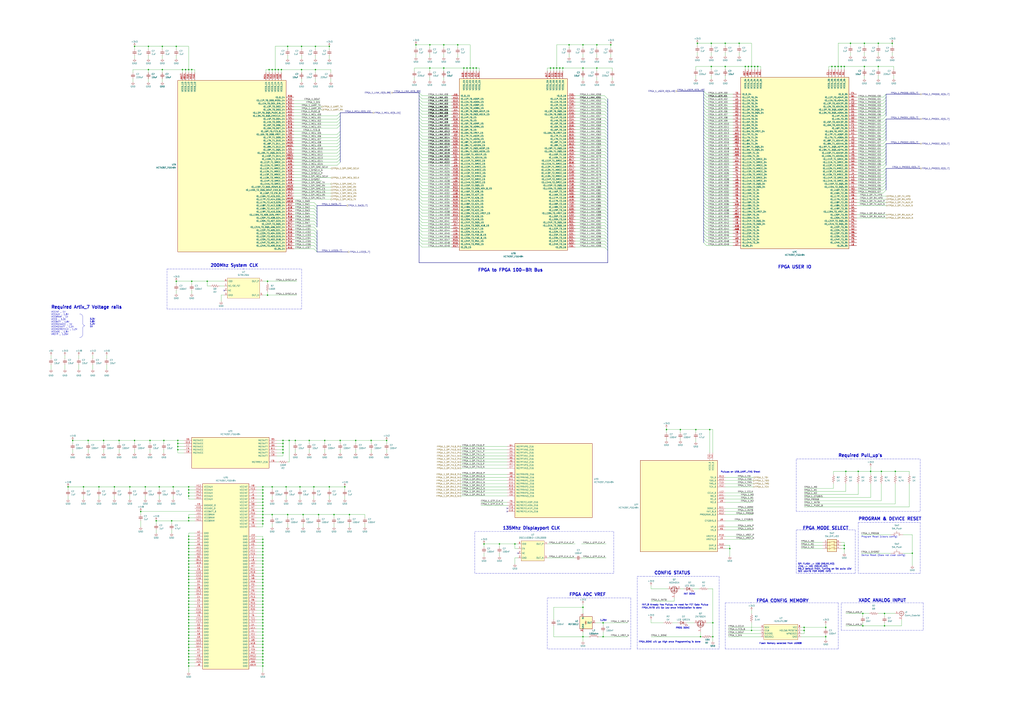
<source format=kicad_sch>
(kicad_sch (version 20211123) (generator eeschema)
  (paper "A1")
  (title_block (title "FPGA 1") (date "2023-03-07") (rev "A") (comment 1 "Designed by DragonEnjoyer :3"))
  (junction (at 115.57 420.37))
  (junction (at 693.42 54.61))
  (junction (at 154.94 427.99))
  (junction (at 154.94 57.15))
  (junction (at 154.94 450.85))
  (junction (at 685.8 54.61))
  (junction (at 154.94 476.25))
  (junction (at 154.94 445.77))
  (junction (at 154.94 463.55))
  (junction (at 154.94 486.41))
  (junction (at 154.94 407.67))
  (junction (at 154.94 539.75))
  (junction (at 215.9 410.21))
  (junction (at 708.66 504.19))
  (junction (at 154.94 504.19))
  (junction (at 723.9 387.35))
  (junction (at 144.78 38.1))
  (junction (at 364.49 55.88))
  (junction (at 154.94 509.27))
  (junction (at 279.4 361.95))
  (junction (at 121.92 57.15))
  (junction (at 215.9 491.49))
  (junction (at 154.94 544.83))
  (junction (at 575.31 523.24))
  (junction (at 215.9 402.59))
  (junction (at 247.65 57.15))
  (junction (at 154.94 402.59))
  (junction (at 215.9 420.37))
  (junction (at 292.1 361.95))
  (junction (at 622.3 54.61))
  (junction (at 59.69 361.95))
  (junction (at 215.9 534.67))
  (junction (at 142.24 400.05))
  (junction (at 146.05 364.49))
  (junction (at 146.05 369.57))
  (junction (at 715.01 387.35))
  (junction (at 462.28 55.88))
  (junction (at 732.79 35.56))
  (junction (at 259.08 57.15))
  (junction (at 694.69 387.35))
  (junction (at 223.52 57.15))
  (junction (at 154.94 527.05))
  (junction (at 495.3 523.24))
  (junction (at 246.38 400.05))
  (junction (at 283.21 400.05))
  (junction (at 144.78 231.14))
  (junction (at 599.44 450.85))
  (junction (at 683.26 54.61))
  (junction (at 219.71 231.14))
  (junction (at 490.22 36.83))
  (junction (at 237.49 361.95))
  (junction (at 257.81 400.05))
  (junction (at 215.9 542.29))
  (junction (at 391.16 55.88))
  (junction (at 154.94 499.11))
  (junction (at 154.94 425.45))
  (junction (at 123.19 361.95))
  (junction (at 170.18 231.14))
  (junction (at 223.52 422.91))
  (junction (at 121.92 38.1))
  (junction (at 110.49 38.1))
  (junction (at 452.12 55.88))
  (junction (at 154.94 455.93))
  (junction (at 215.9 425.45))
  (junction (at 140.97 427.99))
  (junction (at 558.8 353.06))
  (junction (at 146.05 367.03))
  (junction (at 215.9 511.81))
  (junction (at 154.94 511.81))
  (junction (at 495.3 511.81))
  (junction (at 410.21 447.04))
  (junction (at 457.2 55.88))
  (junction (at 228.6 57.15))
  (junction (at 381 55.88))
  (junction (at 215.9 516.89))
  (junction (at 154.94 547.37))
  (junction (at 584.2 35.56))
  (junction (at 232.41 369.57))
  (junction (at 215.9 506.73))
  (junction (at 215.9 461.01))
  (junction (at 232.41 361.95))
  (junction (at 490.22 55.88))
  (junction (at 287.02 422.91))
  (junction (at 133.35 38.1))
  (junction (at 619.76 54.61))
  (junction (at 106.68 400.05))
  (junction (at 749.3 454.66))
  (junction (at 236.22 38.1))
  (junction (at 154.94 448.31))
  (junction (at 226.06 57.15))
  (junction (at 215.9 430.53))
  (junction (at 422.91 447.04))
  (junction (at 154.94 514.35))
  (junction (at 215.9 427.99))
  (junction (at 133.35 57.15))
  (junction (at 215.9 529.59))
  (junction (at 215.9 494.03))
  (junction (at 215.9 547.37))
  (junction (at 234.95 400.05))
  (junction (at 215.9 478.79))
  (junction (at 215.9 468.63))
  (junction (at 721.36 35.56))
  (junction (at 231.14 57.15))
  (junction (at 467.36 36.83))
  (junction (at 572.77 35.56))
  (junction (at 154.94 519.43))
  (junction (at 690.88 54.61))
  (junction (at 154.94 453.39))
  (junction (at 660.4 518.16))
  (junction (at 215.9 422.91))
  (junction (at 215.9 476.25))
  (junction (at 617.22 54.61))
  (junction (at 154.94 542.29))
  (junction (at 726.44 504.19))
  (junction (at 236.22 422.91))
  (junction (at 215.9 473.71))
  (junction (at 152.4 57.15))
  (junction (at 154.94 483.87))
  (junction (at 383.54 55.88))
  (junction (at 585.47 523.24))
  (junction (at 660.4 515.62))
  (junction (at 726.44 514.35))
  (junction (at 215.9 481.33))
  (junction (at 678.18 523.24))
  (junction (at 693.42 450.85))
  (junction (at 612.14 54.61))
  (junction (at 134.62 361.95))
  (junction (at 215.9 455.93))
  (junction (at 154.94 468.63))
  (junction (at 215.9 458.47))
  (junction (at 154.94 529.59))
  (junction (at 270.51 400.05))
  (junction (at 215.9 486.41))
  (junction (at 304.8 361.95))
  (junction (at 154.94 534.67))
  (junction (at 81.28 400.05))
  (junction (at 154.94 461.01))
  (junction (at 397.51 447.04))
  (junction (at 219.71 242.57))
  (junction (at 215.9 519.43))
  (junction (at 154.94 494.03))
  (junction (at 478.79 55.88))
  (junction (at 317.5 361.95))
  (junction (at 709.93 54.61))
  (junction (at 220.98 57.15))
  (junction (at 232.41 367.03))
  (junction (at 274.32 422.91))
  (junction (at 119.38 400.05))
  (junction (at 364.49 36.83))
  (junction (at 149.86 57.15))
  (junction (at 375.92 36.83))
  (junction (at 232.41 372.11))
  (junction (at 215.9 415.29))
  (junction (at 215.9 405.13))
  (junction (at 478.79 499.11))
  (junction (at 72.39 361.95))
  (junction (at 215.9 501.65))
  (junction (at 215.9 537.21))
  (junction (at 68.58 400.05))
  (junction (at 388.62 55.88))
  (junction (at 215.9 521.97))
  (junction (at 154.94 521.97))
  (junction (at 595.63 54.61))
  (junction (at 585.47 511.81))
  (junction (at 154.94 537.21))
  (junction (at 735.33 387.35))
  (junction (at 261.62 422.91))
  (junction (at 154.94 501.65))
  (junction (at 215.9 544.83))
  (junction (at 704.85 387.35))
  (junction (at 386.08 55.88))
  (junction (at 154.94 532.13))
  (junction (at 215.9 504.19))
  (junction (at 154.94 481.33))
  (junction (at 154.94 524.51))
  (junction (at 478.79 36.83))
  (junction (at 215.9 453.39))
  (junction (at 215.9 524.51))
  (junction (at 501.65 36.83))
  (junction (at 607.06 35.56))
  (junction (at 353.06 36.83))
  (junction (at 341.63 36.83))
  (junction (at 582.93 353.06))
  (junction (at 146.05 361.95))
  (junction (at 215.9 463.55))
  (junction (at 459.74 55.88))
  (junction (at 693.42 448.31))
  (junction (at 254 361.95))
  (junction (at 55.88 400.05))
  (junction (at 215.9 443.23))
  (junction (at 215.9 400.05))
  (junction (at 154.94 440.69))
  (junction (at 157.48 231.14))
  (junction (at 571.5 353.06))
  (junction (at 478.79 523.24))
  (junction (at 154.94 506.73))
  (junction (at 614.68 54.61))
  (junction (at 247.65 38.1))
  (junction (at 215.9 417.83))
  (junction (at 110.49 361.95))
  (junction (at 708.66 514.35))
  (junction (at 93.98 400.05))
  (junction (at 223.52 400.05))
  (junction (at 353.06 55.88))
  (junction (at 128.27 427.99))
  (junction (at 266.7 361.95))
  (junction (at 248.92 422.91))
  (junction (at 215.9 483.87))
  (junction (at 215.9 532.13))
  (junction (at 154.94 443.23))
  (junction (at 154.94 488.95))
  (junction (at 709.93 35.56))
  (junction (at 721.36 54.61))
  (junction (at 232.41 364.49))
  (junction (at 215.9 445.77))
  (junction (at 215.9 471.17))
  (junction (at 154.94 405.13))
  (junction (at 154.94 491.49))
  (junction (at 154.94 471.17))
  (junction (at 242.57 361.95))
  (junction (at 215.9 527.05))
  (junction (at 688.34 54.61))
  (junction (at 154.94 496.57))
  (junction (at 215.9 412.75))
  (junction (at 678.18 515.62))
  (junction (at 215.9 539.75))
  (junction (at 157.48 57.15))
  (junction (at 154.94 516.89))
  (junction (at 547.37 353.06))
  (junction (at 215.9 448.31))
  (junction (at 259.08 38.1))
  (junction (at 698.5 35.56))
  (junction (at 215.9 488.95))
  (junction (at 617.22 518.16))
  (junction (at 215.9 450.85))
  (junction (at 154.94 473.71))
  (junction (at 215.9 509.27))
  (junction (at 595.63 35.56))
  (junction (at 215.9 499.11))
  (junction (at 584.2 54.61))
  (junction (at 215.9 514.35))
  (junction (at 215.9 407.67))
  (junction (at 154.94 400.05))
  (junction (at 97.79 361.95))
  (junction (at 85.09 361.95))
  (junction (at 154.94 478.79))
  (junction (at 454.66 55.88))
  (junction (at 154.94 466.09))
  (junction (at 130.81 400.05))
  (junction (at 215.9 466.09))
  (junction (at 270.51 38.1))
  (junction (at 215.9 496.57))
  (junction (at 154.94 458.47))
  (no_connect (at 425.45 454.66))
  (no_connect (at 184.15 238.76))
  (no_connect (at 416.56 420.37))
  (no_connect (at 416.56 417.83))
  (bus_entry (at 257.81 201.93) (size 2.54 2.54))
  (bus_entry (at 344.17 170.18) (size 2.54 2.54))
  (bus_entry (at 344.17 190.5) (size 2.54 2.54))
  (bus_entry (at 257.81 189.23) (size 2.54 2.54))
  (bus_entry (at 577.85 184.15) (size 2.54 2.54))
  (bus_entry (at 499.11 157.48) (size -2.54 -2.54))
  (bus_entry (at 499.11 200.66) (size -2.54 -2.54))
  (bus_entry (at 344.17 78.74) (size 2.54 2.54))
  (bus_entry (at 344.17 185.42) (size 2.54 2.54))
  (bus_entry (at 499.11 88.9) (size -2.54 -2.54))
  (bus_entry (at 344.17 104.14) (size 2.54 2.54))
  (bus_entry (at 344.17 101.6) (size 2.54 2.54))
  (bus_entry (at 344.17 91.44) (size 2.54 2.54))
  (bus_entry (at 276.86 130.81) (size 2.54 -2.54))
  (bus_entry (at 344.17 124.46) (size 2.54 2.54))
  (bus_entry (at 344.17 193.04) (size 2.54 2.54))
  (bus_entry (at 577.85 196.85) (size 2.54 2.54))
  (bus_entry (at 577.85 92.71) (size 2.54 2.54))
  (bus_entry (at 577.85 87.63) (size 2.54 2.54))
  (bus_entry (at 499.11 119.38) (size -2.54 -2.54))
  (bus_entry (at 344.17 109.22) (size 2.54 2.54))
  (bus_entry (at 577.85 133.35) (size 2.54 2.54))
  (bus_entry (at 499.11 137.16) (size -2.54 -2.54))
  (bus_entry (at 725.17 92.71) (size 2.54 -2.54))
  (bus_entry (at 725.17 118.11) (size 2.54 -2.54))
  (bus_entry (at 344.17 177.8) (size 2.54 2.54))
  (bus_entry (at 344.17 76.2) (size 2.54 2.54))
  (bus_entry (at 499.11 198.12) (size -2.54 -2.54))
  (bus_entry (at 725.17 153.67) (size 2.54 -2.54))
  (bus_entry (at 499.11 111.76) (size -2.54 -2.54))
  (bus_entry (at 499.11 205.74) (size -2.54 -2.54))
  (bus_entry (at 499.11 129.54) (size -2.54 -2.54))
  (bus_entry (at 499.11 101.6) (size -2.54 -2.54))
  (bus_entry (at 499.11 167.64) (size -2.54 -2.54))
  (bus_entry (at 577.85 135.89) (size 2.54 2.54))
  (bus_entry (at 344.17 88.9) (size 2.54 2.54))
  (bus_entry (at 499.11 162.56) (size -2.54 -2.54))
  (bus_entry (at 344.17 93.98) (size 2.54 2.54))
  (bus_entry (at 499.11 147.32) (size -2.54 -2.54))
  (bus_entry (at 725.17 110.49) (size 2.54 -2.54))
  (bus_entry (at 276.86 123.19) (size 2.54 -2.54))
  (bus_entry (at 344.17 116.84) (size 2.54 2.54))
  (bus_entry (at 276.86 125.73) (size 2.54 -2.54))
  (bus_entry (at 499.11 116.84) (size -2.54 -2.54))
  (bus_entry (at 344.17 167.64) (size 2.54 2.54))
  (bus_entry (at 725.17 97.79) (size 2.54 -2.54))
  (bus_entry (at 276.86 133.35) (size 2.54 -2.54))
  (bus_entry (at 257.81 176.53) (size 2.54 2.54))
  (bus_entry (at 577.85 107.95) (size 2.54 2.54))
  (bus_entry (at 499.11 175.26) (size -2.54 -2.54))
  (bus_entry (at 499.11 81.28) (size -2.54 -2.54))
  (bus_entry (at 344.17 132.08) (size 2.54 2.54))
  (bus_entry (at 499.11 104.14) (size -2.54 -2.54))
  (bus_entry (at 499.11 187.96) (size -2.54 -2.54))
  (bus_entry (at 344.17 86.36) (size 2.54 2.54))
  (bus_entry (at 499.11 193.04) (size -2.54 -2.54))
  (bus_entry (at 499.11 152.4) (size -2.54 -2.54))
  (bus_entry (at 725.17 140.97) (size 2.54 -2.54))
  (bus_entry (at 577.85 95.25) (size 2.54 2.54))
  (bus_entry (at 499.11 109.22) (size -2.54 -2.54))
  (bus_entry (at 276.86 105.41) (size 2.54 -2.54))
  (bus_entry (at 499.11 83.82) (size -2.54 -2.54))
  (bus_entry (at 499.11 106.68) (size -2.54 -2.54))
  (bus_entry (at 344.17 111.76) (size 2.54 2.54))
  (bus_entry (at 577.85 176.53) (size 2.54 2.54))
  (bus_entry (at 725.17 138.43) (size 2.54 -2.54))
  (bus_entry (at 577.85 199.39) (size 2.54 2.54))
  (bus_entry (at 577.85 130.81) (size 2.54 2.54))
  (bus_entry (at 499.11 185.42) (size -2.54 -2.54))
  (bus_entry (at 499.11 154.94) (size -2.54 -2.54))
  (bus_entry (at 499.11 144.78) (size -2.54 -2.54))
  (bus_entry (at 725.17 133.35) (size 2.54 -2.54))
  (bus_entry (at 725.17 95.25) (size 2.54 -2.54))
  (bus_entry (at 257.81 199.39) (size 2.54 2.54))
  (bus_entry (at 276.86 115.57) (size 2.54 -2.54))
  (bus_entry (at 577.85 85.09) (size 2.54 2.54))
  (bus_entry (at 257.81 181.61) (size 2.54 2.54))
  (bus_entry (at 344.17 134.62) (size 2.54 2.54))
  (bus_entry (at 577.85 153.67) (size 2.54 2.54))
  (bus_entry (at 725.17 82.55) (size 2.54 -2.54))
  (bus_entry (at 344.17 200.66) (size 2.54 2.54))
  (bus_entry (at 276.86 113.03) (size 2.54 -2.54))
  (bus_entry (at 577.85 100.33) (size 2.54 2.54))
  (bus_entry (at 725.17 102.87) (size 2.54 -2.54))
  (bus_entry (at 577.85 151.13) (size 2.54 2.54))
  (bus_entry (at 577.85 179.07) (size 2.54 2.54))
  (bus_entry (at 344.17 165.1) (size 2.54 2.54))
  (bus_entry (at 577.85 77.47) (size 2.54 2.54))
  (bus_entry (at 577.85 120.65) (size 2.54 2.54))
  (bus_entry (at 577.85 82.55) (size 2.54 2.54))
  (bus_entry (at 499.11 149.86) (size -2.54 -2.54))
  (bus_entry (at 499.11 96.52) (size -2.54 -2.54))
  (bus_entry (at 499.11 142.24) (size -2.54 -2.54))
  (bus_entry (at 257.81 173.99) (size 2.54 2.54))
  (bus_entry (at 499.11 127) (size -2.54 -2.54))
  (bus_entry (at 344.17 180.34) (size 2.54 2.54))
  (bus_entry (at 499.11 160.02) (size -2.54 -2.54))
  (bus_entry (at 276.86 120.65) (size 2.54 -2.54))
  (bus_entry (at 725.17 80.01) (size 2.54 -2.54))
  (bus_entry (at 499.11 180.34) (size -2.54 -2.54))
  (bus_entry (at 344.17 162.56) (size 2.54 2.54))
  (bus_entry (at 577.85 90.17) (size 2.54 2.54))
  (bus_entry (at 577.85 110.49) (size 2.54 2.54))
  (bus_entry (at 344.17 157.48) (size 2.54 2.54))
  (bus_entry (at 725.17 85.09) (size 2.54 -2.54))
  (bus_entry (at 577.85 113.03) (size 2.54 2.54))
  (bus_entry (at 725.17 120.65) (size 2.54 -2.54))
  (bus_entry (at 725.17 128.27) (size 2.54 -2.54))
  (bus_entry (at 577.85 186.69) (size 2.54 2.54))
  (bus_entry (at 725.17 105.41) (size 2.54 -2.54))
  (bus_entry (at 257.81 171.45) (size 2.54 2.54))
  (bus_entry (at 725.17 113.03) (size 2.54 -2.54))
  (bus_entry (at 725.17 151.13) (size 2.54 -2.54))
  (bus_entry (at 577.85 171.45) (size 2.54 2.54))
  (bus_entry (at 577.85 161.29) (size 2.54 2.54))
  (bus_entry (at 499.11 121.92) (size -2.54 -2.54))
  (bus_entry (at 344.17 106.68) (size 2.54 2.54))
  (bus_entry (at 499.11 177.8) (size -2.54 -2.54))
  (bus_entry (at 276.86 135.89) (size 2.54 -2.54))
  (bus_entry (at 499.11 165.1) (size -2.54 -2.54))
  (bus_entry (at 276.86 97.79) (size 2.54 -2.54))
  (bus_entry (at 344.17 195.58) (size 2.54 2.54))
  (bus_entry (at 499.11 170.18) (size -2.54 -2.54))
  (bus_entry (at 344.17 160.02) (size 2.54 2.54))
  (bus_entry (at 577.85 148.59) (size 2.54 2.54))
  (bus_entry (at 257.81 194.31) (size 2.54 2.54))
  (bus_entry (at 577.85 80.01) (size 2.54 2.54))
  (bus_entry (at 276.86 95.25) (size 2.54 -2.54))
  (bus_entry (at 276.86 100.33) (size 2.54 -2.54))
  (bus_entry (at 344.17 121.92) (size 2.54 2.54))
  (bus_entry (at 344.17 99.06) (size 2.54 2.54))
  (bus_entry (at 577.85 138.43) (size 2.54 2.54))
  (bus_entry (at 276.86 128.27) (size 2.54 -2.54))
  (bus_entry (at 577.85 143.51) (size 2.54 2.54))
  (bus_entry (at 344.17 114.3) (size 2.54 2.54))
  (bus_entry (at 344.17 149.86) (size 2.54 2.54))
  (bus_entry (at 344.17 96.52) (size 2.54 2.54))
  (bus_entry (at 577.85 166.37) (size 2.54 2.54))
  (bus_entry (at 344.17 187.96) (size 2.54 2.54))
  (bus_entry (at 257.81 204.47) (size 2.54 2.54))
  (bus_entry (at 499.11 134.62) (size -2.54 -2.54))
  (bus_entry (at 725.17 158.75) (size 2.54 -2.54))
  (bus_entry (at 499.11 124.46) (size -2.54 -2.54))
  (bus_entry (at 725.17 156.21) (size 2.54 -2.54))
  (bus_entry (at 725.17 130.81) (size 2.54 -2.54))
  (bus_entry (at 577.85 128.27) (size 2.54 2.54))
  (bus_entry (at 577.85 194.31) (size 2.54 2.54))
  (bus_entry (at 499.11 91.44) (size -2.54 -2.54))
  (bus_entry (at 577.85 158.75) (size 2.54 2.54))
  (bus_entry (at 257.81 191.77) (size 2.54 2.54))
  (bus_entry (at 499.11 203.2) (size -2.54 -2.54))
  (bus_entry (at 344.17 182.88) (size 2.54 2.54))
  (bus_entry (at 725.17 148.59) (size 2.54 -2.54))
  (bus_entry (at 344.17 119.38) (size 2.54 2.54))
  (bus_entry (at 577.85 168.91) (size 2.54 2.54))
  (bus_entry (at 257.81 168.91) (size 2.54 2.54))
  (bus_entry (at 725.17 123.19) (size 2.54 -2.54))
  (bus_entry (at 725.17 87.63) (size 2.54 -2.54))
  (bus_entry (at 344.17 175.26) (size 2.54 2.54))
  (bus_entry (at 725.17 143.51) (size 2.54 -2.54))
  (bus_entry (at 499.11 93.98) (size -2.54 -2.54))
  (bus_entry (at 577.85 118.11) (size 2.54 2.54))
  (bus_entry (at 577.85 189.23) (size 2.54 2.54))
  (bus_entry (at 499.11 114.3) (size -2.54 -2.54))
  (bus_entry (at 577.85 191.77) (size 2.54 2.54))
  (bus_entry (at 344.17 81.28) (size 2.54 2.54))
  (bus_entry (at 344.17 152.4) (size 2.54 2.54))
  (bus_entry (at 344.17 129.54) (size 2.54 2.54))
  (bus_entry (at 577.85 74.93) (size 2.54 2.54))
  (bus_entry (at 499.11 86.36) (size -2.54 -2.54))
  (bus_entry (at 499.11 99.06) (size -2.54 -2.54))
  (bus_entry (at 276.86 110.49) (size 2.54 -2.54))
  (bus_entry (at 344.17 172.72) (size 2.54 2.54))
  (bus_entry (at 725.17 135.89) (size 2.54 -2.54))
  (bus_entry (at 577.85 123.19) (size 2.54 2.54))
  (bus_entry (at 257.81 179.07) (size 2.54 2.54))
  (bus_entry (at 577.85 105.41) (size 2.54 2.54))
  (bus_entry (at 499.11 172.72) (size -2.54 -2.54))
  (bus_entry (at 725.17 125.73) (size 2.54 -2.54))
  (bus_entry (at 577.85 115.57) (size 2.54 2.54))
  (bus_entry (at 344.17 198.12) (size 2.54 2.54))
  (bus_entry (at 499.11 182.88) (size -2.54 -2.54))
  (bus_entry (at 499.11 132.08) (size -2.54 -2.54))
  (bus_entry (at 257.81 184.15) (size 2.54 2.54))
  (bus_entry (at 499.11 139.7) (size -2.54 -2.54))
  (bus_entry (at 257.81 196.85) (size 2.54 2.54))
  (bus_entry (at 257.81 166.37) (size 2.54 2.54))
  (bus_entry (at 577.85 102.87) (size 2.54 2.54))
  (bus_entry (at 725.17 100.33) (size 2.54 -2.54))
  (bus_entry (at 257.81 186.69) (size 2.54 2.54))
  (bus_entry (at 344.17 154.94) (size 2.54 2.54))
  (bus_entry (at 725.17 115.57) (size 2.54 -2.54))
  (bus_entry (at 577.85 140.97) (size 2.54 2.54))
  (bus_entry (at 344.17 142.24) (size 2.54 2.54))
  (bus_entry (at 577.85 163.83) (size 2.54 2.54))
  (bus_entry (at 276.86 102.87) (size 2.54 -2.54))
  (bus_entry (at 499.11 195.58) (size -2.54 -2.54))
  (bus_entry (at 344.17 139.7) (size 2.54 2.54))
  (bus_entry (at 577.85 181.61) (size 2.54 2.54))
  (bus_entry (at 276.86 118.11) (size 2.54 -2.54))
  (bus_entry (at 344.17 127) (size 2.54 2.54))
  (bus_entry (at 577.85 173.99) (size 2.54 2.54))
  (bus_entry (at 577.85 156.21) (size 2.54 2.54))
  (bus_entry (at 344.17 147.32) (size 2.54 2.54))
  (bus_entry (at 725.17 146.05) (size 2.54 -2.54))
  (bus_entry (at 577.85 146.05) (size 2.54 2.54))
  (bus_entry (at 577.85 125.73) (size 2.54 2.54))
  (bus_entry (at 725.17 107.95) (size 2.54 -2.54))
  (bus_entry (at 344.17 137.16) (size 2.54 2.54))
  (bus_entry (at 725.17 90.17) (size 2.54 -2.54))
  (bus_entry (at 344.17 144.78) (size 2.54 2.54))
  (bus_entry (at 499.11 190.5) (size -2.54 -2.54))
  (bus_entry (at 344.17 83.82) (size 2.54 2.54))
  (bus_entry (at 577.85 97.79) (size 2.54 2.54))
  (wire (pts (xy 378.46 400.05) (xy 416.56 400.05)))
  (wire (pts (xy 571.5 54.61) (xy 571.5 57.15)))
  (wire (pts (xy 708.66 514.35) (xy 726.44 514.35)))
  (bus (pts (xy 727.71 133.35) (xy 727.71 130.81)))
  (bus (pts (xy 577.85 92.71) (xy 577.85 90.17)))
  (wire (pts (xy 85.09 369.57) (xy 85.09 372.11)))
  (bus (pts (xy 577.85 130.81) (xy 577.85 128.27)))
  (wire (pts (xy 215.9 450.85) (xy 215.9 453.39)))
  (bus (pts (xy 260.35 194.31) (xy 260.35 196.85)))
  (wire (pts (xy 121.92 38.1) (xy 133.35 38.1)))
  (wire (pts (xy 501.65 36.83) (xy 490.22 36.83)))
  (wire (pts (xy 146.05 369.57) (xy 146.05 372.11)))
  (wire (pts (xy 346.71 124.46) (xy 370.84 124.46)))
  (wire (pts (xy 478.79 36.83) (xy 478.79 39.37)))
  (wire (pts (xy 215.9 501.65) (xy 215.9 504.19)))
  (bus (pts (xy 499.11 137.16) (xy 499.11 139.7)))
  (wire (pts (xy 144.78 238.76) (xy 144.78 241.3)))
  (wire (pts (xy 110.49 38.1) (xy 110.49 40.64)))
  (wire (pts (xy 580.39 158.75) (xy 601.98 158.75)))
  (wire (pts (xy 241.3 87.63) (xy 264.16 87.63)))
  (wire (pts (xy 241.3 138.43) (xy 271.78 138.43)))
  (bus (pts (xy 577.85 168.91) (xy 577.85 166.37)))
  (wire (pts (xy 41.91 299.72) (xy 41.91 303.53)))
  (bus (pts (xy 344.17 101.6) (xy 344.17 99.06)))
  (wire (pts (xy 495.3 511.81) (xy 515.62 511.81)))
  (wire (pts (xy 154.94 496.57) (xy 154.94 499.11)))
  (wire (pts (xy 708.66 504.19) (xy 713.74 504.19)))
  (wire (pts (xy 215.9 440.69) (xy 210.82 440.69)))
  (wire (pts (xy 721.36 43.18) (xy 721.36 45.72)))
  (wire (pts (xy 617.22 518.16) (xy 624.84 518.16)))
  (wire (pts (xy 110.49 45.72) (xy 110.49 48.26)))
  (wire (pts (xy 378.46 384.81) (xy 416.56 384.81)))
  (polyline (pts (xy 755.65 429.26) (xy 755.65 471.17)))
  (wire (pts (xy 154.94 488.95) (xy 154.94 491.49)))
  (wire (pts (xy 241.3 90.17) (xy 264.16 90.17)))
  (wire (pts (xy 55.88 400.05) (xy 55.88 402.59)))
  (wire (pts (xy 381 55.88) (xy 383.54 55.88)))
  (wire (pts (xy 715.01 383.54) (xy 715.01 387.35)))
  (wire (pts (xy 496.57 91.44) (xy 472.44 91.44)))
  (wire (pts (xy 496.57 129.54) (xy 472.44 129.54)))
  (wire (pts (xy 215.9 534.67) (xy 210.82 534.67)))
  (wire (pts (xy 660.4 408.94) (xy 715.01 408.94)))
  (wire (pts (xy 740.41 514.35) (xy 740.41 509.27)))
  (wire (pts (xy 584.2 523.24) (xy 585.47 523.24)))
  (wire (pts (xy 223.52 422.91) (xy 236.22 422.91)))
  (bus (pts (xy 260.35 168.91) (xy 260.35 171.45)))
  (wire (pts (xy 180.34 234.95) (xy 184.15 234.95)))
  (wire (pts (xy 215.9 420.37) (xy 210.82 420.37)))
  (bus (pts (xy 344.17 106.68) (xy 344.17 104.14)))
  (wire (pts (xy 496.57 127) (xy 472.44 127)))
  (wire (pts (xy 580.39 181.61) (xy 601.98 181.61)))
  (wire (pts (xy 215.9 425.45) (xy 210.82 425.45)))
  (bus (pts (xy 577.85 85.09) (xy 577.85 82.55)))
  (wire (pts (xy 130.81 400.05) (xy 130.81 402.59)))
  (wire (pts (xy 477.52 447.04) (xy 497.84 447.04)))
  (bus (pts (xy 279.4 118.11) (xy 279.4 115.57)))
  (wire (pts (xy 154.94 440.69) (xy 160.02 440.69)))
  (bus (pts (xy 577.85 189.23) (xy 577.85 186.69)))
  (bus (pts (xy 499.11 129.54) (xy 499.11 132.08)))
  (bus (pts (xy 344.17 162.56) (xy 344.17 160.02)))
  (wire (pts (xy 462.28 58.42) (xy 462.28 55.88)))
  (wire (pts (xy 678.18 523.24) (xy 678.18 525.78)))
  (wire (pts (xy 248.92 422.91) (xy 261.62 422.91)))
  (wire (pts (xy 580.39 82.55) (xy 601.98 82.55)))
  (wire (pts (xy 501.65 36.83) (xy 501.65 39.37)))
  (wire (pts (xy 496.57 187.96) (xy 472.44 187.96)))
  (wire (pts (xy 580.39 130.81) (xy 601.98 130.81)))
  (wire (pts (xy 134.62 369.57) (xy 134.62 372.11)))
  (wire (pts (xy 735.33 387.35) (xy 723.9 387.35)))
  (wire (pts (xy 241.3 128.27) (xy 276.86 128.27)))
  (wire (pts (xy 261.62 422.91) (xy 261.62 425.45)))
  (wire (pts (xy 128.27 435.61) (xy 128.27 438.15)))
  (wire (pts (xy 170.18 234.95) (xy 170.18 231.14)))
  (bus (pts (xy 727.71 156.21) (xy 727.71 153.67)))
  (wire (pts (xy 496.57 142.24) (xy 472.44 142.24)))
  (wire (pts (xy 534.67 494.03) (xy 553.72 494.03)))
  (wire (pts (xy 123.19 361.95) (xy 134.62 361.95)))
  (wire (pts (xy 684.53 387.35) (xy 684.53 389.89)))
  (wire (pts (xy 154.94 527.05) (xy 160.02 527.05)))
  (wire (pts (xy 154.94 38.1) (xy 154.94 57.15)))
  (bus (pts (xy 499.11 139.7) (xy 499.11 142.24)))
  (wire (pts (xy 496.57 180.34) (xy 472.44 180.34)))
  (wire (pts (xy 703.58 102.87) (xy 725.17 102.87)))
  (bus (pts (xy 499.11 147.32) (xy 499.11 149.86)))
  (bus (pts (xy 727.71 97.79) (xy 755.65 97.79)))
  (wire (pts (xy 346.71 193.04) (xy 370.84 193.04)))
  (bus (pts (xy 344.17 172.72) (xy 344.17 170.18)))
  (wire (pts (xy 259.08 38.1) (xy 259.08 40.64)))
  (wire (pts (xy 580.39 100.33) (xy 601.98 100.33)))
  (wire (pts (xy 154.94 466.09) (xy 160.02 466.09)))
  (wire (pts (xy 391.16 58.42) (xy 391.16 55.88)))
  (wire (pts (xy 496.57 193.04) (xy 472.44 193.04)))
  (wire (pts (xy 580.39 184.15) (xy 601.98 184.15)))
  (wire (pts (xy 723.9 397.51) (xy 723.9 411.48)))
  (wire (pts (xy 241.3 110.49) (xy 276.86 110.49)))
  (wire (pts (xy 340.36 55.88) (xy 340.36 58.42)))
  (wire (pts (xy 346.71 88.9) (xy 370.84 88.9)))
  (wire (pts (xy 496.57 132.08) (xy 472.44 132.08)))
  (wire (pts (xy 223.52 422.91) (xy 223.52 425.45)))
  (wire (pts (xy 261.62 430.53) (xy 261.62 433.07)))
  (wire (pts (xy 241.3 166.37) (xy 257.81 166.37)))
  (wire (pts (xy 599.44 448.31) (xy 599.44 450.85)))
  (bus (pts (xy 577.85 107.95) (xy 577.85 105.41)))
  (wire (pts (xy 703.58 128.27) (xy 725.17 128.27)))
  (wire (pts (xy 215.9 486.41) (xy 210.82 486.41)))
  (wire (pts (xy 580.39 133.35) (xy 601.98 133.35)))
  (wire (pts (xy 144.78 45.72) (xy 144.78 48.26)))
  (wire (pts (xy 580.39 511.81) (xy 585.47 511.81)))
  (polyline (pts (xy 449.58 491.49) (xy 467.36 491.49)))
  (bus (pts (xy 727.71 146.05) (xy 727.71 143.51)))
  (wire (pts (xy 657.86 448.31) (xy 675.64 448.31)))
  (wire (pts (xy 346.71 182.88) (xy 370.84 182.88)))
  (wire (pts (xy 584.2 35.56) (xy 595.63 35.56)))
  (wire (pts (xy 154.94 532.13) (xy 154.94 534.67)))
  (polyline (pts (xy 523.24 533.4) (xy 523.24 473.71)))
  (wire (pts (xy 226.06 38.1) (xy 226.06 57.15)))
  (wire (pts (xy 703.58 153.67) (xy 725.17 153.67)))
  (wire (pts (xy 154.94 473.71) (xy 154.94 476.25)))
  (wire (pts (xy 496.57 116.84) (xy 472.44 116.84)))
  (wire (pts (xy 154.94 511.81) (xy 154.94 514.35)))
  (wire (pts (xy 170.18 231.14) (xy 184.15 231.14)))
  (wire (pts (xy 709.93 43.18) (xy 709.93 45.72)))
  (wire (pts (xy 154.94 407.67) (xy 154.94 410.21)))
  (wire (pts (xy 346.71 101.6) (xy 370.84 101.6)))
  (bus (pts (xy 577.85 140.97) (xy 577.85 138.43)))
  (bus (pts (xy 279.4 133.35) (xy 279.4 130.81)))
  (wire (pts (xy 241.3 115.57) (xy 276.86 115.57)))
  (bus (pts (xy 344.17 111.76) (xy 344.17 109.22)))
  (wire (pts (xy 749.3 454.66) (xy 749.3 464.82)))
  (wire (pts (xy 215.9 488.95) (xy 210.82 488.95)))
  (wire (pts (xy 154.94 400.05) (xy 142.24 400.05)))
  (wire (pts (xy 299.72 430.53) (xy 299.72 433.07)))
  (wire (pts (xy 693.42 448.31) (xy 693.42 450.85)))
  (wire (pts (xy 144.78 38.1) (xy 144.78 40.64)))
  (wire (pts (xy 146.05 367.03) (xy 151.13 367.03)))
  (wire (pts (xy 215.9 443.23) (xy 215.9 445.77)))
  (wire (pts (xy 496.57 106.68) (xy 472.44 106.68)))
  (bus (pts (xy 727.71 120.65) (xy 727.71 118.11)))
  (wire (pts (xy 715.01 389.89) (xy 715.01 387.35)))
  (wire (pts (xy 232.41 361.95) (xy 237.49 361.95)))
  (wire (pts (xy 228.6 57.15) (xy 228.6 59.69)))
  (bus (pts (xy 577.85 179.07) (xy 577.85 176.53)))
  (wire (pts (xy 157.48 57.15) (xy 154.94 57.15)))
  (wire (pts (xy 346.71 187.96) (xy 370.84 187.96)))
  (wire (pts (xy 241.3 102.87) (xy 276.86 102.87)))
  (wire (pts (xy 261.62 422.91) (xy 274.32 422.91)))
  (wire (pts (xy 123.19 369.57) (xy 123.19 372.11)))
  (wire (pts (xy 478.79 63.5) (xy 478.79 66.04)))
  (wire (pts (xy 619.76 54.61) (xy 617.22 54.61)))
  (wire (pts (xy 154.94 461.01) (xy 160.02 461.01)))
  (wire (pts (xy 346.71 180.34) (xy 370.84 180.34)))
  (bus (pts (xy 556.26 74.93) (xy 577.85 74.93)))
  (wire (pts (xy 317.5 361.95) (xy 317.5 364.49)))
  (wire (pts (xy 580.39 105.41) (xy 601.98 105.41)))
  (wire (pts (xy 215.9 466.09) (xy 215.9 468.63)))
  (wire (pts (xy 215.9 448.31) (xy 210.82 448.31)))
  (bus (pts (xy 577.85 100.33) (xy 577.85 97.79)))
  (wire (pts (xy 154.94 491.49) (xy 154.94 494.03)))
  (wire (pts (xy 231.14 59.69) (xy 231.14 57.15)))
  (bus (pts (xy 499.11 215.9) (xy 344.17 215.9)))
  (wire (pts (xy 154.94 450.85) (xy 160.02 450.85)))
  (wire (pts (xy 346.71 104.14) (xy 370.84 104.14)))
  (bus (pts (xy 499.11 99.06) (xy 499.11 101.6)))
  (wire (pts (xy 241.3 118.11) (xy 276.86 118.11)))
  (wire (pts (xy 580.39 92.71) (xy 601.98 92.71)))
  (wire (pts (xy 607.06 35.56) (xy 607.06 38.1)))
  (bus (pts (xy 577.85 146.05) (xy 577.85 143.51)))
  (wire (pts (xy 236.22 38.1) (xy 236.22 40.64)))
  (wire (pts (xy 660.4 515.62) (xy 678.18 515.62)))
  (wire (pts (xy 619.76 54.61) (xy 619.76 57.15)))
  (wire (pts (xy 210.82 433.07) (xy 215.9 433.07)))
  (wire (pts (xy 707.39 439.42) (xy 731.52 439.42)))
  (wire (pts (xy 154.94 440.69) (xy 154.94 443.23)))
  (polyline (pts (xy 704.85 429.26) (xy 755.65 429.26)))
  (wire (pts (xy 340.36 63.5) (xy 340.36 66.04)))
  (wire (pts (xy 97.79 369.57) (xy 97.79 372.11)))
  (wire (pts (xy 215.9 529.59) (xy 210.82 529.59)))
  (wire (pts (xy 154.94 504.19) (xy 154.94 506.73)))
  (wire (pts (xy 571.5 54.61) (xy 584.2 54.61)))
  (wire (pts (xy 585.47 353.06) (xy 582.93 353.06)))
  (wire (pts (xy 154.94 461.01) (xy 154.94 463.55)))
  (wire (pts (xy 87.63 292.1) (xy 87.63 294.64)))
  (wire (pts (xy 595.63 420.37) (xy 618.49 420.37)))
  (wire (pts (xy 496.57 137.16) (xy 472.44 137.16)))
  (wire (pts (xy 595.63 54.61) (xy 612.14 54.61)))
  (wire (pts (xy 133.35 64.77) (xy 133.35 67.31)))
  (wire (pts (xy 580.39 90.17) (xy 601.98 90.17)))
  (wire (pts (xy 215.9 544.83) (xy 215.9 547.37)))
  (bus (pts (xy 344.17 198.12) (xy 344.17 195.58)))
  (polyline (pts (xy 137.16 220.98) (xy 200.66 220.98)))
  (wire (pts (xy 241.3 153.67) (xy 271.78 153.67)))
  (wire (pts (xy 154.94 463.55) (xy 154.94 466.09)))
  (wire (pts (xy 262.89 82.55) (xy 241.3 82.55)))
  (wire (pts (xy 215.9 496.57) (xy 215.9 499.11)))
  (bus (pts (xy 260.35 176.53) (xy 260.35 179.07)))
  (wire (pts (xy 346.71 119.38) (xy 370.84 119.38)))
  (wire (pts (xy 76.2 299.72) (xy 76.2 303.53)))
  (wire (pts (xy 154.94 504.19) (xy 160.02 504.19)))
  (wire (pts (xy 215.9 407.67) (xy 210.82 407.67)))
  (wire (pts (xy 154.94 425.45) (xy 160.02 425.45)))
  (wire (pts (xy 734.06 54.61) (xy 734.06 57.15)))
  (wire (pts (xy 237.49 361.95) (xy 237.49 379.73)))
  (wire (pts (xy 353.06 36.83) (xy 353.06 39.37)))
  (wire (pts (xy 154.94 476.25) (xy 160.02 476.25)))
  (wire (pts (xy 346.71 170.18) (xy 370.84 170.18)))
  (wire (pts (xy 247.65 57.15) (xy 231.14 57.15)))
  (wire (pts (xy 694.69 397.51) (xy 694.69 403.86)))
  (bus (pts (xy 344.17 121.92) (xy 344.17 119.38)))
  (wire (pts (xy 703.58 82.55) (xy 725.17 82.55)))
  (wire (pts (xy 580.39 123.19) (xy 601.98 123.19)))
  (wire (pts (xy 154.94 542.29) (xy 154.94 544.83)))
  (bus (pts (xy 499.11 101.6) (xy 499.11 104.14)))
  (wire (pts (xy 154.94 514.35) (xy 154.94 516.89)))
  (wire (pts (xy 154.94 448.31) (xy 160.02 448.31)))
  (wire (pts (xy 226.06 57.15) (xy 226.06 59.69)))
  (bus (pts (xy 279.4 115.57) (xy 279.4 113.03)))
  (bus (pts (xy 499.11 200.66) (xy 499.11 203.2)))
  (wire (pts (xy 247.65 45.72) (xy 247.65 48.26)))
  (wire (pts (xy 580.39 135.89) (xy 601.98 135.89)))
  (wire (pts (xy 657.86 518.16) (xy 660.4 518.16)))
  (polyline (pts (xy 654.05 435.61) (xy 661.67 435.61)))
  (wire (pts (xy 241.3 148.59) (xy 264.16 148.59)))
  (wire (pts (xy 397.51 447.04) (xy 410.21 447.04)))
  (wire (pts (xy 735.33 397.51) (xy 735.33 414.02)))
  (wire (pts (xy 215.9 534.67) (xy 215.9 537.21)))
  (wire (pts (xy 215.9 539.75) (xy 215.9 542.29)))
  (wire (pts (xy 478.79 523.24) (xy 478.79 527.05)))
  (wire (pts (xy 378.46 392.43) (xy 416.56 392.43)))
  (wire (pts (xy 215.9 532.13) (xy 210.82 532.13)))
  (wire (pts (xy 215.9 542.29) (xy 210.82 542.29)))
  (wire (pts (xy 410.21 447.04) (xy 422.91 447.04)))
  (bus (pts (xy 577.85 194.31) (xy 577.85 191.77)))
  (wire (pts (xy 241.3 161.29) (xy 271.78 161.29)))
  (wire (pts (xy 53.34 292.1) (xy 53.34 294.64)))
  (wire (pts (xy 215.9 461.01) (xy 210.82 461.01)))
  (wire (pts (xy 220.98 59.69) (xy 220.98 57.15)))
  (wire (pts (xy 660.4 416.56) (xy 746.76 416.56)))
  (wire (pts (xy 121.92 64.77) (xy 121.92 67.31)))
  (bus (pts (xy 577.85 135.89) (xy 577.85 133.35)))
  (wire (pts (xy 241.3 168.91) (xy 257.81 168.91)))
  (bus (pts (xy 344.17 185.42) (xy 344.17 182.88)))
  (wire (pts (xy 580.39 95.25) (xy 601.98 95.25)))
  (bus (pts (xy 260.35 196.85) (xy 260.35 199.39)))
  (wire (pts (xy 595.63 450.85) (xy 599.44 450.85)))
  (bus (pts (xy 727.71 151.13) (xy 727.71 148.59)))
  (wire (pts (xy 703.58 148.59) (xy 725.17 148.59)))
  (wire (pts (xy 154.94 534.67) (xy 160.02 534.67)))
  (bus (pts (xy 344.17 137.16) (xy 344.17 134.62)))
  (bus (pts (xy 279.4 125.73) (xy 279.4 123.19)))
  (bus (pts (xy 499.11 177.8) (xy 499.11 180.34)))
  (wire (pts (xy 346.71 111.76) (xy 370.84 111.76)))
  (wire (pts (xy 154.94 445.77) (xy 160.02 445.77)))
  (wire (pts (xy 741.68 454.66) (xy 749.3 454.66)))
  (wire (pts (xy 703.58 135.89) (xy 725.17 135.89)))
  (wire (pts (xy 690.88 54.61) (xy 688.34 54.61)))
  (wire (pts (xy 454.66 523.24) (xy 478.79 523.24)))
  (bus (pts (xy 499.11 154.94) (xy 499.11 157.48)))
  (bus (pts (xy 577.85 166.37) (xy 577.85 163.83)))
  (wire (pts (xy 215.9 527.05) (xy 215.9 529.59)))
  (wire (pts (xy 378.46 377.19) (xy 416.56 377.19)))
  (wire (pts (xy 241.3 163.83) (xy 271.78 163.83)))
  (bus (pts (xy 727.71 107.95) (xy 727.71 105.41)))
  (wire (pts (xy 580.39 110.49) (xy 601.98 110.49)))
  (wire (pts (xy 571.5 360.68) (xy 571.5 363.22)))
  (wire (pts (xy 85.09 361.95) (xy 85.09 364.49)))
  (wire (pts (xy 236.22 422.91) (xy 236.22 425.45)))
  (wire (pts (xy 154.94 481.33) (xy 154.94 483.87)))
  (wire (pts (xy 660.4 518.16) (xy 660.4 520.7)))
  (wire (pts (xy 346.71 154.94) (xy 370.84 154.94)))
  (wire (pts (xy 595.63 410.21) (xy 618.49 410.21)))
  (bus (pts (xy 499.11 88.9) (xy 499.11 91.44)))
  (wire (pts (xy 595.63 43.18) (xy 595.63 45.72)))
  (wire (pts (xy 184.15 242.57) (xy 181.61 242.57)))
  (wire (pts (xy 215.9 496.57) (xy 210.82 496.57)))
  (wire (pts (xy 215.9 514.35) (xy 210.82 514.35)))
  (wire (pts (xy 215.9 547.37) (xy 210.82 547.37)))
  (wire (pts (xy 495.3 511.81) (xy 495.3 514.35)))
  (wire (pts (xy 241.3 156.21) (xy 271.78 156.21)))
  (bus (pts (xy 260.35 201.93) (xy 260.35 204.47)))
  (bus (pts (xy 499.11 116.84) (xy 499.11 119.38)))
  (wire (pts (xy 496.57 167.64) (xy 472.44 167.64)))
  (wire (pts (xy 110.49 369.57) (xy 110.49 372.11)))
  (wire (pts (xy 154.94 471.17) (xy 154.94 473.71)))
  (wire (pts (xy 704.85 389.89) (xy 704.85 387.35)))
  (bus (pts (xy 344.17 96.52) (xy 344.17 93.98)))
  (wire (pts (xy 154.94 405.13) (xy 160.02 405.13)))
  (wire (pts (xy 232.41 364.49) (xy 232.41 367.03)))
  (wire (pts (xy 457.2 36.83) (xy 457.2 55.88)))
  (wire (pts (xy 617.22 501.65) (xy 617.22 504.19)))
  (wire (pts (xy 154.94 516.89) (xy 160.02 516.89)))
  (wire (pts (xy 703.58 166.37) (xy 727.71 166.37)))
  (wire (pts (xy 172.72 234.95) (xy 170.18 234.95)))
  (wire (pts (xy 81.28 407.67) (xy 81.28 410.21)))
  (wire (pts (xy 215.9 499.11) (xy 215.9 501.65)))
  (wire (pts (xy 317.5 369.57) (xy 317.5 372.11)))
  (wire (pts (xy 694.69 387.35) (xy 694.69 389.89)))
  (bus (pts (xy 344.17 152.4) (xy 344.17 149.86)))
  (bus (pts (xy 344.17 144.78) (xy 344.17 142.24)))
  (wire (pts (xy 454.66 499.11) (xy 478.79 499.11)))
  (wire (pts (xy 496.57 177.8) (xy 472.44 177.8)))
  (wire (pts (xy 624.84 57.15) (xy 624.84 54.61)))
  (bus (pts (xy 727.71 153.67) (xy 727.71 151.13)))
  (wire (pts (xy 346.71 160.02) (xy 370.84 160.02)))
  (wire (pts (xy 219.71 242.57) (xy 243.84 242.57)))
  (wire (pts (xy 134.62 361.95) (xy 146.05 361.95)))
  (wire (pts (xy 721.36 54.61) (xy 721.36 57.15)))
  (bus (pts (xy 577.85 80.01) (xy 577.85 77.47)))
  (wire (pts (xy 715.01 397.51) (xy 715.01 408.94)))
  (bus (pts (xy 577.85 95.25) (xy 577.85 92.71)))
  (wire (pts (xy 346.71 83.82) (xy 370.84 83.82)))
  (wire (pts (xy 154.94 529.59) (xy 154.94 532.13)))
  (bus (pts (xy 499.11 203.2) (xy 499.11 205.74)))
  (wire (pts (xy 496.57 149.86) (xy 472.44 149.86)))
  (wire (pts (xy 215.9 491.49) (xy 215.9 494.03)))
  (wire (pts (xy 496.57 104.14) (xy 472.44 104.14)))
  (wire (pts (xy 215.9 473.71) (xy 215.9 476.25)))
  (wire (pts (xy 154.94 539.75) (xy 154.94 542.29)))
  (wire (pts (xy 215.9 486.41) (xy 215.9 488.95)))
  (wire (pts (xy 215.9 420.37) (xy 215.9 422.91)))
  (bus (pts (xy 577.85 102.87) (xy 577.85 100.33)))
  (wire (pts (xy 241.3 158.75) (xy 271.78 158.75)))
  (wire (pts (xy 580.39 189.23) (xy 601.98 189.23)))
  (wire (pts (xy 144.78 231.14) (xy 144.78 233.68)))
  (wire (pts (xy 580.39 163.83) (xy 601.98 163.83)))
  (wire (pts (xy 580.39 87.63) (xy 601.98 87.63)))
  (wire (pts (xy 580.39 125.73) (xy 601.98 125.73)))
  (bus (pts (xy 279.4 97.79) (xy 279.4 95.25)))
  (wire (pts (xy 346.71 137.16) (xy 370.84 137.16)))
  (wire (pts (xy 684.53 397.51) (xy 684.53 401.32)))
  (wire (pts (xy 121.92 57.15) (xy 121.92 59.69)))
  (wire (pts (xy 572.77 35.56) (xy 584.2 35.56)))
  (bus (pts (xy 577.85 153.67) (xy 577.85 151.13)))
  (bus (pts (xy 499.11 86.36) (xy 499.11 88.9)))
  (wire (pts (xy 215.9 519.43) (xy 215.9 521.97)))
  (wire (pts (xy 364.49 36.83) (xy 364.49 39.37)))
  (wire (pts (xy 657.86 515.62) (xy 660.4 515.62)))
  (wire (pts (xy 133.35 57.15) (xy 133.35 59.69)))
  (bus (pts (xy 344.17 215.9) (xy 344.17 200.66)))
  (wire (pts (xy 266.7 361.95) (xy 266.7 364.49)))
  (wire (pts (xy 660.4 515.62) (xy 660.4 518.16)))
  (wire (pts (xy 690.88 445.77) (xy 693.42 445.77)))
  (wire (pts (xy 581.66 483.87) (xy 585.47 483.87)))
  (polyline (pts (xy 758.19 495.3) (xy 758.19 518.16)))
  (wire (pts (xy 292.1 369.57) (xy 292.1 372.11)))
  (wire (pts (xy 488.95 511.81) (xy 495.3 511.81)))
  (wire (pts (xy 154.94 524.51) (xy 160.02 524.51)))
  (wire (pts (xy 386.08 55.88) (xy 386.08 58.42)))
  (wire (pts (xy 215.9 483.87) (xy 215.9 486.41)))
  (wire (pts (xy 580.39 156.21) (xy 601.98 156.21)))
  (wire (pts (xy 154.94 478.79) (xy 160.02 478.79)))
  (wire (pts (xy 678.18 513.08) (xy 678.18 515.62)))
  (bus (pts (xy 344.17 170.18) (xy 344.17 167.64)))
  (bus (pts (xy 344.17 165.1) (xy 344.17 162.56)))
  (wire (pts (xy 232.41 367.03) (xy 227.33 367.03)))
  (wire (pts (xy 693.42 450.85) (xy 693.42 454.66)))
  (wire (pts (xy 119.38 400.05) (xy 119.38 402.59)))
  (wire (pts (xy 242.57 361.95) (xy 254 361.95)))
  (wire (pts (xy 410.21 447.04) (xy 410.21 449.58)))
  (wire (pts (xy 232.41 364.49) (xy 227.33 364.49)))
  (wire (pts (xy 580.39 80.01) (xy 601.98 80.01)))
  (wire (pts (xy 378.46 407.67) (xy 416.56 407.67)))
  (wire (pts (xy 215.9 455.93) (xy 210.82 455.93)))
  (bus (pts (xy 499.11 172.72) (xy 499.11 175.26)))
  (wire (pts (xy 571.5 353.06) (xy 571.5 355.6)))
  (bus (pts (xy 344.17 109.22) (xy 344.17 106.68)))
  (wire (pts (xy 219.71 240.03) (xy 219.71 242.57)))
  (wire (pts (xy 154.94 453.39) (xy 160.02 453.39)))
  (wire (pts (xy 234.95 407.67) (xy 234.95 410.21)))
  (wire (pts (xy 270.51 38.1) (xy 270.51 40.64)))
  (wire (pts (xy 732.79 43.18) (xy 732.79 45.72)))
  (wire (pts (xy 287.02 422.91) (xy 299.72 422.91)))
  (wire (pts (xy 346.71 127) (xy 370.84 127)))
  (wire (pts (xy 215.9 468.63) (xy 210.82 468.63)))
  (wire (pts (xy 563.88 511.81) (xy 570.23 511.81)))
  (wire (pts (xy 410.21 454.66) (xy 410.21 457.2)))
  (wire (pts (xy 703.58 90.17) (xy 725.17 90.17)))
  (wire (pts (xy 160.02 400.05) (xy 154.94 400.05)))
  (wire (pts (xy 698.5 35.56) (xy 688.34 35.56)))
  (bus (pts (xy 727.71 87.63) (xy 727.71 85.09)))
  (wire (pts (xy 388.62 55.88) (xy 388.62 58.42)))
  (wire (pts (xy 378.46 374.65) (xy 416.56 374.65)))
  (wire (pts (xy 708.66 504.19) (xy 708.66 506.73)))
  (wire (pts (xy 227.33 374.65) (xy 232.41 374.65)))
  (wire (pts (xy 346.71 165.1) (xy 370.84 165.1)))
  (wire (pts (xy 106.68 400.05) (xy 106.68 402.59)))
  (wire (pts (xy 459.74 55.88) (xy 457.2 55.88)))
  (wire (pts (xy 154.94 516.89) (xy 154.94 519.43)))
  (wire (pts (xy 572.77 43.18) (xy 572.77 45.72)))
  (wire (pts (xy 490.22 55.88) (xy 478.79 55.88)))
  (bus (pts (xy 499.11 104.14) (xy 499.11 106.68)))
  (bus (pts (xy 344.17 86.36) (xy 344.17 83.82)))
  (wire (pts (xy 215.9 440.69) (xy 215.9 443.23)))
  (wire (pts (xy 215.9 463.55) (xy 210.82 463.55)))
  (wire (pts (xy 215.9 445.77) (xy 215.9 448.31)))
  (bus (pts (xy 344.17 139.7) (xy 344.17 137.16)))
  (wire (pts (xy 157.48 231.14) (xy 170.18 231.14)))
  (wire (pts (xy 595.63 407.67) (xy 618.49 407.67)))
  (wire (pts (xy 346.71 149.86) (xy 370.84 149.86)))
  (wire (pts (xy 154.94 542.29) (xy 160.02 542.29)))
  (bus (pts (xy 344.17 129.54) (xy 344.17 127)))
  (wire (pts (xy 154.94 478.79) (xy 154.94 481.33)))
  (wire (pts (xy 580.39 151.13) (xy 601.98 151.13)))
  (wire (pts (xy 271.78 57.15) (xy 259.08 57.15)))
  (wire (pts (xy 68.58 400.05) (xy 55.88 400.05)))
  (bus (pts (xy 499.11 157.48) (xy 499.11 160.02)))
  (wire (pts (xy 364.49 55.88) (xy 381 55.88)))
  (wire (pts (xy 346.71 142.24) (xy 370.84 142.24)))
  (wire (pts (xy 76.2 292.1) (xy 76.2 294.64)))
  (wire (pts (xy 683.26 54.61) (xy 685.8 54.61)))
  (wire (pts (xy 154.94 443.23) (xy 154.94 445.77)))
  (wire (pts (xy 72.39 361.95) (xy 85.09 361.95)))
  (wire (pts (xy 133.35 38.1) (xy 133.35 40.64)))
  (wire (pts (xy 271.78 57.15) (xy 271.78 59.69)))
  (wire (pts (xy 154.94 539.75) (xy 160.02 539.75)))
  (wire (pts (xy 703.58 133.35) (xy 725.17 133.35)))
  (wire (pts (xy 612.14 54.61) (xy 614.68 54.61)))
  (wire (pts (xy 241.3 97.79) (xy 276.86 97.79)))
  (bus (pts (xy 260.35 173.99) (xy 260.35 176.53)))
  (wire (pts (xy 495.3 523.24) (xy 515.62 523.24)))
  (polyline (pts (xy 389.89 436.88) (xy 412.75 436.88)))
  (wire (pts (xy 81.28 400.05) (xy 68.58 400.05)))
  (wire (pts (xy 215.9 483.87) (xy 210.82 483.87)))
  (wire (pts (xy 746.76 397.51) (xy 746.76 416.56)))
  (wire (pts (xy 53.34 299.72) (xy 53.34 303.53)))
  (wire (pts (xy 154.94 402.59) (xy 154.94 405.13)))
  (bus (pts (xy 499.11 149.86) (xy 499.11 152.4)))
  (wire (pts (xy 223.52 407.67) (xy 223.52 410.21)))
  (wire (pts (xy 422.91 458.47) (xy 422.91 463.55)))
  (bus (pts (xy 344.17 175.26) (xy 344.17 172.72)))
  (wire (pts (xy 346.71 200.66) (xy 370.84 200.66)))
  (wire (pts (xy 580.39 107.95) (xy 601.98 107.95)))
  (wire (pts (xy 215.9 471.17) (xy 215.9 473.71)))
  (wire (pts (xy 215.9 410.21) (xy 215.9 412.75)))
  (wire (pts (xy 242.57 361.95) (xy 242.57 364.49)))
  (wire (pts (xy 241.3 95.25) (xy 276.86 95.25)))
  (wire (pts (xy 660.4 403.86) (xy 694.69 403.86)))
  (wire (pts (xy 346.71 162.56) (xy 370.84 162.56)))
  (wire (pts (xy 181.61 242.57) (xy 181.61 247.65)))
  (wire (pts (xy 154.94 521.97) (xy 154.94 524.51)))
  (bus (pts (xy 344.17 114.3) (xy 344.17 111.76)))
  (wire (pts (xy 121.92 57.15) (xy 133.35 57.15)))
  (wire (pts (xy 346.71 129.54) (xy 370.84 129.54)))
  (bus (pts (xy 344.17 134.62) (xy 344.17 132.08)))
  (wire (pts (xy 41.91 292.1) (xy 41.91 294.64)))
  (wire (pts (xy 142.24 400.05) (xy 142.24 402.59)))
  (wire (pts (xy 223.52 400.05) (xy 223.52 402.59)))
  (wire (pts (xy 660.4 401.32) (xy 684.53 401.32)))
  (wire (pts (xy 422.91 447.04) (xy 425.45 447.04)))
  (wire (pts (xy 304.8 361.95) (xy 317.5 361.95)))
  (wire (pts (xy 584.2 54.61) (xy 595.63 54.61)))
  (wire (pts (xy 607.06 43.18) (xy 607.06 45.72)))
  (wire (pts (xy 585.47 511.81) (xy 585.47 523.24)))
  (wire (pts (xy 734.06 62.23) (xy 734.06 64.77)))
  (wire (pts (xy 215.9 231.14) (xy 219.71 231.14)))
  (wire (pts (xy 274.32 422.91) (xy 287.02 422.91)))
  (wire (pts (xy 378.46 369.57) (xy 416.56 369.57)))
  (wire (pts (xy 496.57 172.72) (xy 472.44 172.72)))
  (wire (pts (xy 146.05 361.95) (xy 146.05 364.49)))
  (wire (pts (xy 703.58 105.41) (xy 725.17 105.41)))
  (wire (pts (xy 254 361.95) (xy 266.7 361.95)))
  (bus (pts (xy 727.71 82.55) (xy 727.71 80.01)))
  (wire (pts (xy 215.9 453.39) (xy 215.9 455.93)))
  (wire (pts (xy 218.44 57.15) (xy 220.98 57.15)))
  (wire (pts (xy 241.3 194.31) (xy 257.81 194.31)))
  (wire (pts (xy 449.58 458.47) (xy 472.44 458.47)))
  (bus (pts (xy 499.11 93.98) (xy 499.11 96.52)))
  (wire (pts (xy 215.9 417.83) (xy 215.9 420.37)))
  (wire (pts (xy 133.35 45.72) (xy 133.35 48.26)))
  (wire (pts (xy 698.5 43.18) (xy 698.5 45.72)))
  (wire (pts (xy 154.94 410.21) (xy 160.02 410.21)))
  (wire (pts (xy 236.22 422.91) (xy 248.92 422.91)))
  (wire (pts (xy 215.9 427.99) (xy 215.9 430.53)))
  (wire (pts (xy 595.63 400.05) (xy 618.49 400.05)))
  (wire (pts (xy 704.85 397.51) (xy 704.85 406.4)))
  (bus (pts (xy 577.85 105.41) (xy 577.85 102.87)))
  (wire (pts (xy 215.9 521.97) (xy 215.9 524.51)))
  (wire (pts (xy 598.17 523.24) (xy 624.84 523.24)))
  (wire (pts (xy 595.63 440.69) (xy 618.49 440.69)))
  (wire (pts (xy 109.22 57.15) (xy 109.22 59.69)))
  (wire (pts (xy 241.3 151.13) (xy 271.78 151.13)))
  (wire (pts (xy 215.9 537.21) (xy 215.9 539.75)))
  (wire (pts (xy 478.79 44.45) (xy 478.79 46.99)))
  (wire (pts (xy 552.45 511.81) (xy 556.26 511.81)))
  (wire (pts (xy 346.71 198.12) (xy 370.84 198.12)))
  (polyline (pts (xy 758.19 518.16) (xy 690.88 518.16)))
  (wire (pts (xy 154.94 537.21) (xy 154.94 539.75)))
  (wire (pts (xy 580.39 120.65) (xy 601.98 120.65)))
  (polyline (pts (xy 504.19 436.88) (xy 504.19 471.17)))
  (wire (pts (xy 496.57 200.66) (xy 472.44 200.66)))
  (wire (pts (xy 346.71 78.74) (xy 370.84 78.74)))
  (wire (pts (xy 146.05 367.03) (xy 146.05 369.57)))
  (wire (pts (xy 215.9 521.97) (xy 210.82 521.97)))
  (wire (pts (xy 271.78 64.77) (xy 271.78 67.31)))
  (wire (pts (xy 59.69 361.95) (xy 59.69 364.49)))
  (wire (pts (xy 660.4 414.02) (xy 735.33 414.02)))
  (wire (pts (xy 215.9 488.95) (xy 215.9 491.49)))
  (wire (pts (xy 703.58 97.79) (xy 725.17 97.79)))
  (wire (pts (xy 660.4 411.48) (xy 723.9 411.48)))
  (bus (pts (xy 577.85 156.21) (xy 577.85 153.67)))
  (bus (pts (xy 727.71 125.73) (xy 727.71 123.19)))
  (wire (pts (xy 215.9 514.35) (xy 215.9 516.89)))
  (wire (pts (xy 660.4 406.4) (xy 704.85 406.4)))
  (wire (pts (xy 257.81 400.05) (xy 270.51 400.05)))
  (wire (pts (xy 346.71 81.28) (xy 370.84 81.28)))
  (wire (pts (xy 617.22 35.56) (xy 617.22 54.61)))
  (wire (pts (xy 732.79 35.56) (xy 732.79 38.1)))
  (wire (pts (xy 154.94 458.47) (xy 160.02 458.47)))
  (wire (pts (xy 614.68 54.61) (xy 614.68 57.15)))
  (wire (pts (xy 346.71 152.4) (xy 370.84 152.4)))
  (bus (pts (xy 727.71 90.17) (xy 727.71 87.63)))
  (bus (pts (xy 577.85 87.63) (xy 577.85 85.09)))
  (bus (pts (xy 279.4 113.03) (xy 279.4 110.49)))
  (wire (pts (xy 353.06 44.45) (xy 353.06 46.99)))
  (wire (pts (xy 146.05 372.11) (xy 151.13 372.11)))
  (wire (pts (xy 346.71 134.62) (xy 370.84 134.62)))
  (polyline (pts (xy 690.88 495.3) (xy 717.55 495.3)))
  (wire (pts (xy 146.05 369.57) (xy 151.13 369.57)))
  (wire (pts (xy 680.72 57.15) (xy 680.72 54.61)))
  (wire (pts (xy 595.63 433.07) (xy 618.49 433.07)))
  (polyline (pts (xy 595.63 495.3) (xy 617.22 495.3)))
  (wire (pts (xy 151.13 361.95) (xy 146.05 361.95)))
  (wire (pts (xy 462.28 55.88) (xy 459.74 55.88)))
  (bus (pts (xy 577.85 133.35) (xy 577.85 130.81)))
  (wire (pts (xy 378.46 402.59) (xy 416.56 402.59)))
  (wire (pts (xy 346.71 91.44) (xy 370.84 91.44)))
  (wire (pts (xy 346.71 190.5) (xy 370.84 190.5)))
  (wire (pts (xy 694.69 504.19) (xy 708.66 504.19)))
  (bus (pts (xy 577.85 176.53) (xy 577.85 173.99)))
  (wire (pts (xy 558.8 353.06) (xy 558.8 355.6)))
  (wire (pts (xy 160.02 438.15) (xy 154.94 438.15)))
  (wire (pts (xy 607.06 35.56) (xy 617.22 35.56)))
  (wire (pts (xy 353.06 63.5) (xy 353.06 66.04)))
  (wire (pts (xy 703.58 92.71) (xy 725.17 92.71)))
  (wire (pts (xy 242.57 369.57) (xy 242.57 372.11)))
  (polyline (pts (xy 523.24 473.71) (xy 528.32 473.71)))
  (wire (pts (xy 496.57 121.92) (xy 472.44 121.92)))
  (bus (pts (xy 577.85 171.45) (xy 577.85 168.91)))
  (bus (pts (xy 344.17 142.24) (xy 344.17 139.7)))
  (wire (pts (xy 154.94 524.51) (xy 154.94 527.05)))
  (wire (pts (xy 215.9 547.37) (xy 215.9 552.45)))
  (wire (pts (xy 215.9 544.83) (xy 210.82 544.83)))
  (polyline (pts (xy 199.39 220.98) (xy 247.65 220.98)))
  (wire (pts (xy 726.44 511.81) (xy 726.44 514.35)))
  (wire (pts (xy 215.9 407.67) (xy 215.9 410.21)))
  (wire (pts (xy 215.9 422.91) (xy 215.9 425.45)))
  (wire (pts (xy 241.3 171.45) (xy 257.81 171.45)))
  (wire (pts (xy 575.31 523.24) (xy 576.58 523.24)))
  (wire (pts (xy 236.22 38.1) (xy 226.06 38.1)))
  (wire (pts (xy 232.41 372.11) (xy 227.33 372.11)))
  (wire (pts (xy 496.57 88.9) (xy 472.44 88.9)))
  (wire (pts (xy 346.71 177.8) (xy 370.84 177.8)))
  (bus (pts (xy 727.71 92.71) (xy 727.71 90.17)))
  (wire (pts (xy 599.44 450.85) (xy 599.44 457.2)))
  (wire (pts (xy 154.94 468.63) (xy 154.94 471.17)))
  (wire (pts (xy 154.94 547.37) (xy 160.02 547.37)))
  (wire (pts (xy 215.9 415.29) (xy 210.82 415.29)))
  (wire (pts (xy 262.89 107.95) (xy 241.3 107.95)))
  (wire (pts (xy 247.65 64.77) (xy 247.65 67.31)))
  (wire (pts (xy 215.9 402.59) (xy 215.9 405.13)))
  (polyline (pts (xy 702.31 435.61) (xy 702.31 471.17)))
  (wire (pts (xy 454.66 509.27) (xy 454.66 499.11)))
  (wire (pts (xy 496.57 134.62) (xy 472.44 134.62)))
  (wire (pts (xy 215.9 516.89) (xy 210.82 516.89)))
  (wire (pts (xy 64.77 292.1) (xy 64.77 294.64)))
  (wire (pts (xy 378.46 397.51) (xy 416.56 397.51)))
  (wire (pts (xy 154.94 400.05) (xy 154.94 402.59)))
  (wire (pts (xy 232.41 367.03) (xy 232.41 369.57)))
  (wire (pts (xy 109.22 57.15) (xy 121.92 57.15)))
  (wire (pts (xy 262.89 85.09) (xy 241.3 85.09)))
  (wire (pts (xy 215.9 412.75) (xy 210.82 412.75)))
  (wire (pts (xy 346.71 195.58) (xy 370.84 195.58)))
  (bus (pts (xy 499.11 109.22) (xy 499.11 111.76)))
  (wire (pts (xy 622.3 57.15) (xy 622.3 54.61)))
  (bus (pts (xy 727.71 135.89) (xy 727.71 133.35)))
  (wire (pts (xy 690.88 448.31) (xy 693.42 448.31)))
  (wire (pts (xy 657.86 445.77) (xy 675.64 445.77)))
  (wire (pts (xy 215.9 400.05) (xy 215.9 402.59)))
  (bus (pts (xy 260.35 171.45) (xy 260.35 173.99)))
  (bus (pts (xy 260.35 204.47) (xy 260.35 207.01)))
  (wire (pts (xy 215.9 422.91) (xy 223.52 422.91)))
  (bus (pts (xy 577.85 128.27) (xy 577.85 125.73)))
  (wire (pts (xy 496.57 114.3) (xy 472.44 114.3)))
  (wire (pts (xy 215.9 506.73) (xy 210.82 506.73)))
  (wire (pts (xy 215.9 504.19) (xy 215.9 506.73)))
  (wire (pts (xy 490.22 63.5) (xy 490.22 66.04)))
  (wire (pts (xy 81.28 400.05) (xy 81.28 402.59)))
  (wire (pts (xy 703.58 138.43) (xy 725.17 138.43)))
  (bus (pts (xy 344.17 78.74) (xy 344.17 76.2)))
  (wire (pts (xy 346.71 96.52) (xy 370.84 96.52)))
  (wire (pts (xy 154.94 483.87) (xy 154.94 486.41)))
  (bus (pts (xy 344.17 104.14) (xy 344.17 101.6)))
  (wire (pts (xy 534.67 523.24) (xy 575.31 523.24)))
  (wire (pts (xy 215.9 527.05) (xy 210.82 527.05)))
  (wire (pts (xy 454.66 514.35) (xy 454.66 523.24)))
  (wire (pts (xy 304.8 361.95) (xy 304.8 364.49)))
  (bus (pts (xy 499.11 198.12) (xy 499.11 200.66)))
  (wire (pts (xy 364.49 36.83) (xy 375.92 36.83)))
  (wire (pts (xy 580.39 115.57) (xy 601.98 115.57)))
  (wire (pts (xy 595.63 35.56) (xy 595.63 38.1)))
  (bus (pts (xy 344.17 195.58) (xy 344.17 193.04)))
  (bus (pts (xy 260.35 199.39) (xy 260.35 201.93)))
  (wire (pts (xy 266.7 361.95) (xy 279.4 361.95)))
  (wire (pts (xy 478.79 519.43) (xy 478.79 523.24)))
  (wire (pts (xy 534.67 483.87) (xy 548.64 483.87)))
  (wire (pts (xy 703.58 140.97) (xy 725.17 140.97)))
  (bus (pts (xy 260.35 168.91) (xy 284.48 168.91)))
  (wire (pts (xy 227.33 379.73) (xy 228.6 379.73)))
  (wire (pts (xy 496.57 165.1) (xy 472.44 165.1)))
  (wire (pts (xy 154.94 501.65) (xy 154.94 504.19)))
  (wire (pts (xy 215.9 430.53) (xy 210.82 430.53)))
  (wire (pts (xy 215.9 425.45) (xy 215.9 427.99)))
  (bus (pts (xy 260.35 207.01) (xy 285.75 207.01)))
  (wire (pts (xy 130.81 400.05) (xy 119.38 400.05)))
  (polyline (pts (xy 389.89 471.17) (xy 389.89 436.88)))
  (wire (pts (xy 115.57 420.37) (xy 160.02 420.37)))
  (wire (pts (xy 241.3 191.77) (xy 257.81 191.77)))
  (bus (pts (xy 344.17 147.32) (xy 344.17 144.78)))
  (wire (pts (xy 157.48 231.14) (xy 157.48 233.68)))
  (wire (pts (xy 703.58 87.63) (xy 725.17 87.63)))
  (wire (pts (xy 241.3 120.65) (xy 276.86 120.65)))
  (wire (pts (xy 496.57 182.88) (xy 472.44 182.88)))
  (wire (pts (xy 292.1 361.95) (xy 292.1 364.49)))
  (wire (pts (xy 154.94 519.43) (xy 160.02 519.43)))
  (wire (pts (xy 558.8 353.06) (xy 547.37 353.06)))
  (bus (pts (xy 499.11 170.18) (xy 499.11 172.72)))
  (wire (pts (xy 378.46 394.97) (xy 416.56 394.97)))
  (bus (pts (xy 279.4 130.81) (xy 279.4 128.27)))
  (wire (pts (xy 454.66 55.88) (xy 454.66 58.42)))
  (bus (pts (xy 727.71 138.43) (xy 755.65 138.43)))
  (wire (pts (xy 496.57 101.6) (xy 472.44 101.6)))
  (wire (pts (xy 584.2 43.18) (xy 584.2 45.72)))
  (wire (pts (xy 154.94 521.97) (xy 160.02 521.97)))
  (wire (pts (xy 215.9 443.23) (xy 210.82 443.23)))
  (wire (pts (xy 97.79 361.95) (xy 97.79 364.49)))
  (wire (pts (xy 59.69 369.57) (xy 59.69 372.11)))
  (wire (pts (xy 580.39 171.45) (xy 601.98 171.45)))
  (wire (pts (xy 241.3 184.15) (xy 257.81 184.15)))
  (wire (pts (xy 721.36 504.19) (xy 726.44 504.19)))
  (bus (pts (xy 577.85 115.57) (xy 577.85 113.03)))
  (wire (pts (xy 241.3 186.69) (xy 257.81 186.69)))
  (wire (pts (xy 270.51 400.05) (xy 270.51 402.59)))
  (wire (pts (xy 709.93 35.56) (xy 698.5 35.56)))
  (wire (pts (xy 215.9 458.47) (xy 215.9 461.01)))
  (wire (pts (xy 496.57 139.7) (xy 472.44 139.7)))
  (bus (pts (xy 344.17 193.04) (xy 344.17 190.5)))
  (wire (pts (xy 501.65 44.45) (xy 501.65 46.99)))
  (wire (pts (xy 270.51 407.67) (xy 270.51 410.21)))
  (wire (pts (xy 496.57 162.56) (xy 472.44 162.56)))
  (wire (pts (xy 154.94 509.27) (xy 160.02 509.27)))
  (bus (pts (xy 499.11 205.74) (xy 499.11 215.9)))
  (wire (pts (xy 614.68 54.61) (xy 617.22 54.61)))
  (wire (pts (xy 215.9 478.79) (xy 210.82 478.79)))
  (wire (pts (xy 397.51 454.66) (xy 397.51 457.2)))
  (wire (pts (xy 726.44 504.19) (xy 735.33 504.19)))
  (wire (pts (xy 585.47 483.87) (xy 585.47 511.81)))
  (wire (pts (xy 215.9 422.91) (xy 210.82 422.91)))
  (wire (pts (xy 467.36 36.83) (xy 467.36 39.37)))
  (wire (pts (xy 703.58 161.29) (xy 727.71 161.29)))
  (wire (pts (xy 154.94 407.67) (xy 160.02 407.67)))
  (bus (pts (xy 344.17 187.96) (xy 344.17 185.42)))
  (wire (pts (xy 459.74 55.88) (xy 459.74 58.42)))
  (bus (pts (xy 727.71 95.25) (xy 727.71 92.71)))
  (wire (pts (xy 215.9 433.07) (xy 215.9 430.53)))
  (wire (pts (xy 703.58 85.09) (xy 725.17 85.09)))
  (wire (pts (xy 215.9 511.81) (xy 215.9 514.35)))
  (bus (pts (xy 727.71 102.87) (xy 727.71 100.33)))
  (wire (pts (xy 215.9 499.11) (xy 210.82 499.11)))
  (bus (pts (xy 344.17 177.8) (xy 344.17 175.26)))
  (wire (pts (xy 241.3 204.47) (xy 257.81 204.47)))
  (wire (pts (xy 391.16 55.88) (xy 388.62 55.88)))
  (bus (pts (xy 344.17 157.48) (xy 344.17 154.94)))
  (wire (pts (xy 215.9 481.33) (xy 215.9 483.87)))
  (wire (pts (xy 154.94 455.93) (xy 160.02 455.93)))
  (polyline (pts (xy 654.05 420.37) (xy 654.05 377.19)))
  (bus (pts (xy 727.71 128.27) (xy 727.71 125.73)))
  (wire (pts (xy 259.08 57.15) (xy 259.08 59.69)))
  (wire (pts (xy 595.63 448.31) (xy 599.44 448.31)))
  (wire (pts (xy 215.9 516.89) (xy 215.9 519.43)))
  (wire (pts (xy 215.9 466.09) (xy 210.82 466.09)))
  (wire (pts (xy 547.37 351.79) (xy 547.37 353.06)))
  (wire (pts (xy 457.2 55.88) (xy 457.2 58.42)))
  (wire (pts (xy 210.82 400.05) (xy 215.9 400.05)))
  (wire (pts (xy 215.9 473.71) (xy 210.82 473.71)))
  (wire (pts (xy 568.96 483.87) (xy 574.04 483.87)))
  (bus (pts (xy 577.85 125.73) (xy 577.85 123.19)))
  (polyline (pts (xy 518.16 491.49) (xy 518.16 533.4)))
  (wire (pts (xy 154.94 534.67) (xy 154.94 537.21)))
  (wire (pts (xy 106.68 400.05) (xy 93.98 400.05)))
  (wire (pts (xy 580.39 186.69) (xy 601.98 186.69)))
  (wire (pts (xy 346.71 139.7) (xy 370.84 139.7)))
  (wire (pts (xy 703.58 80.01) (xy 725.17 80.01)))
  (wire (pts (xy 478.79 55.88) (xy 462.28 55.88)))
  (bus (pts (xy 499.11 193.04) (xy 499.11 195.58)))
  (wire (pts (xy 491.49 523.24) (xy 495.3 523.24)))
  (wire (pts (xy 353.06 55.88) (xy 353.06 58.42)))
  (wire (pts (xy 241.3 123.19) (xy 276.86 123.19)))
  (wire (pts (xy 580.39 179.07) (xy 601.98 179.07)))
  (wire (pts (xy 477.52 458.47) (xy 497.84 458.47)))
  (wire (pts (xy 241.3 130.81) (xy 276.86 130.81)))
  (bus (pts (xy 499.11 83.82) (xy 499.11 86.36)))
  (wire (pts (xy 215.9 542.29) (xy 215.9 544.83)))
  (wire (pts (xy 585.47 523.24) (xy 585.47 527.05)))
  (wire (pts (xy 237.49 361.95) (xy 242.57 361.95)))
  (wire (pts (xy 598.17 518.16) (xy 617.22 518.16)))
  (wire (pts (xy 703.58 130.81) (xy 725.17 130.81)))
  (wire (pts (xy 218.44 59.69) (xy 218.44 57.15)))
  (wire (pts (xy 703.58 113.03) (xy 725.17 113.03)))
  (wire (pts (xy 698.5 35.56) (xy 698.5 38.1)))
  (wire (pts (xy 657.86 523.24) (xy 678.18 523.24)))
  (bus (pts (xy 279.4 128.27) (xy 279.4 125.73)))
  (wire (pts (xy 703.58 158.75) (xy 725.17 158.75)))
  (bus (pts (xy 344.17 83.82) (xy 344.17 81.28)))
  (wire (pts (xy 154.94 450.85) (xy 154.94 453.39)))
  (wire (pts (xy 146.05 364.49) (xy 151.13 364.49)))
  (wire (pts (xy 110.49 361.95) (xy 123.19 361.95)))
  (wire (pts (xy 215.9 450.85) (xy 210.82 450.85)))
  (wire (pts (xy 721.36 35.56) (xy 709.93 35.56)))
  (bus (pts (xy 260.35 191.77) (xy 260.35 194.31)))
  (wire (pts (xy 346.71 203.2) (xy 370.84 203.2)))
  (wire (pts (xy 215.9 405.13) (xy 215.9 407.67)))
  (wire (pts (xy 215.9 539.75) (xy 210.82 539.75)))
  (wire (pts (xy 721.36 54.61) (xy 709.93 54.61)))
  (wire (pts (xy 496.57 190.5) (xy 472.44 190.5)))
  (wire (pts (xy 624.84 54.61) (xy 622.3 54.61)))
  (wire (pts (xy 346.71 172.72) (xy 370.84 172.72)))
  (wire (pts (xy 467.36 36.83) (xy 457.2 36.83)))
  (wire (pts (xy 580.39 148.59) (xy 601.98 148.59)))
  (wire (pts (xy 55.88 407.67) (xy 55.88 410.21)))
  (wire (pts (xy 142.24 400.05) (xy 130.81 400.05)))
  (wire (pts (xy 595.63 412.75) (xy 618.49 412.75)))
  (polyline (pts (xy 137.16 254) (xy 137.16 220.98)))
  (wire (pts (xy 572.77 35.56) (xy 572.77 38.1)))
  (polyline (pts (xy 688.34 533.4) (xy 595.63 533.4)))
  (wire (pts (xy 595.63 394.97) (xy 618.49 394.97)))
  (wire (pts (xy 215.9 471.17) (xy 210.82 471.17)))
  (wire (pts (xy 496.57 83.82) (xy 472.44 83.82)))
  (bus (pts (xy 260.35 181.61) (xy 260.35 184.15)))
  (wire (pts (xy 154.94 57.15) (xy 154.94 59.69)))
  (wire (pts (xy 617.22 54.61) (xy 617.22 57.15)))
  (bus (pts (xy 499.11 119.38) (xy 499.11 121.92)))
  (bus (pts (xy 344.17 182.88) (xy 344.17 180.34)))
  (wire (pts (xy 215.9 402.59) (xy 210.82 402.59)))
  (wire (pts (xy 215.9 509.27) (xy 210.82 509.27)))
  (wire (pts (xy 490.22 55.88) (xy 490.22 58.42)))
  (wire (pts (xy 580.39 113.03) (xy 601.98 113.03)))
  (wire (pts (xy 72.39 361.95) (xy 72.39 364.49)))
  (bus (pts (xy 499.11 162.56) (xy 499.11 165.1)))
  (wire (pts (xy 709.93 35.56) (xy 709.93 38.1)))
  (wire (pts (xy 154.94 506.73) (xy 160.02 506.73)))
  (wire (pts (xy 558.8 360.68) (xy 558.8 361.95)))
  (wire (pts (xy 726.44 514.35) (xy 740.41 514.35)))
  (wire (pts (xy 154.94 501.65) (xy 160.02 501.65)))
  (wire (pts (xy 341.63 36.83) (xy 341.63 39.37)))
  (wire (pts (xy 341.63 36.83) (xy 353.06 36.83)))
  (wire (pts (xy 346.71 185.42) (xy 370.84 185.42)))
  (wire (pts (xy 87.63 299.72) (xy 87.63 303.53)))
  (wire (pts (xy 496.57 157.48) (xy 472.44 157.48)))
  (wire (pts (xy 215.9 458.47) (xy 210.82 458.47)))
  (bus (pts (xy 577.85 118.11) (xy 577.85 115.57)))
  (wire (pts (xy 134.62 361.95) (xy 134.62 364.49)))
  (wire (pts (xy 721.36 62.23) (xy 721.36 64.77)))
  (wire (pts (xy 160.02 57.15) (xy 157.48 57.15)))
  (bus (pts (xy 499.11 81.28) (xy 499.11 83.82)))
  (bus (pts (xy 499.11 160.02) (xy 499.11 162.56)))
  (wire (pts (xy 248.92 430.53) (xy 248.92 433.07)))
  (wire (pts (xy 154.94 445.77) (xy 154.94 448.31)))
  (wire (pts (xy 585.47 372.11) (xy 585.47 353.06)))
  (wire (pts (xy 496.57 175.26) (xy 472.44 175.26)))
  (wire (pts (xy 157.48 238.76) (xy 157.48 241.3)))
  (wire (pts (xy 149.86 59.69) (xy 149.86 57.15)))
  (wire (pts (xy 215.9 501.65) (xy 210.82 501.65)))
  (polyline (pts (xy 755.65 471.17) (xy 704.85 471.17)))
  (polyline (pts (xy 518.16 533.4) (xy 449.58 533.4)))
  (bus (pts (xy 499.11 144.78) (xy 499.11 147.32)))
  (wire (pts (xy 241.3 100.33) (xy 276.86 100.33)))
  (wire (pts (xy 154.94 427.99) (xy 160.02 427.99)))
  (wire (pts (xy 346.71 175.26) (xy 370.84 175.26)))
  (wire (pts (xy 234.95 400.05) (xy 234.95 402.59)))
  (polyline (pts (xy 698.5 377.19) (xy 755.65 377.19)))
  (bus (pts (xy 577.85 143.51) (xy 577.85 140.97)))
  (wire (pts (xy 154.94 509.27) (xy 154.94 511.81)))
  (wire (pts (xy 241.3 201.93) (xy 257.81 201.93)))
  (wire (pts (xy 97.79 361.95) (xy 110.49 361.95)))
  (wire (pts (xy 346.71 147.32) (xy 370.84 147.32)))
  (wire (pts (xy 580.39 143.51) (xy 601.98 143.51)))
  (wire (pts (xy 495.3 519.43) (xy 495.3 523.24)))
  (wire (pts (xy 496.57 154.94) (xy 472.44 154.94)))
  (polyline (pts (xy 590.55 533.4) (xy 523.24 533.4)))
  (wire (pts (xy 223.52 57.15) (xy 226.06 57.15)))
  (wire (pts (xy 270.51 45.72) (xy 270.51 48.26)))
  (wire (pts (xy 215.9 400.05) (xy 223.52 400.05)))
  (bus (pts (xy 577.85 161.29) (xy 577.85 158.75)))
  (wire (pts (xy 346.71 157.48) (xy 370.84 157.48)))
  (bus (pts (xy 499.11 165.1) (xy 499.11 167.64)))
  (wire (pts (xy 93.98 400.05) (xy 81.28 400.05)))
  (wire (pts (xy 59.69 361.95) (xy 72.39 361.95)))
  (bus (pts (xy 344.17 116.84) (xy 344.17 114.3)))
  (wire (pts (xy 595.63 62.23) (xy 595.63 64.77)))
  (wire (pts (xy 215.9 427.99) (xy 210.82 427.99)))
  (wire (pts (xy 215.9 494.03) (xy 215.9 496.57)))
  (wire (pts (xy 703.58 120.65) (xy 725.17 120.65)))
  (bus (pts (xy 344.17 149.86) (xy 344.17 147.32)))
  (wire (pts (xy 123.19 361.95) (xy 123.19 364.49)))
  (wire (pts (xy 157.48 57.15) (xy 157.48 59.69)))
  (wire (pts (xy 709.93 54.61) (xy 693.42 54.61)))
  (wire (pts (xy 72.39 369.57) (xy 72.39 372.11)))
  (wire (pts (xy 154.94 532.13) (xy 160.02 532.13)))
  (wire (pts (xy 534.67 509.27) (xy 534.67 511.81)))
  (wire (pts (xy 241.3 199.39) (xy 257.81 199.39)))
  (wire (pts (xy 160.02 59.69) (xy 160.02 57.15)))
  (wire (pts (xy 580.39 194.31) (xy 601.98 194.31)))
  (wire (pts (xy 274.32 422.91) (xy 274.32 425.45)))
  (wire (pts (xy 496.57 93.98) (xy 472.44 93.98)))
  (wire (pts (xy 534.67 481.33) (xy 534.67 483.87)))
  (bus (pts (xy 727.71 113.03) (xy 727.71 110.49)))
  (wire (pts (xy 703.58 110.49) (xy 725.17 110.49)))
  (wire (pts (xy 467.36 44.45) (xy 467.36 46.99)))
  (bus (pts (xy 279.4 110.49) (xy 279.4 107.95)))
  (bus (pts (xy 577.85 77.47) (xy 577.85 74.93)))
  (bus (pts (xy 727.71 80.01) (xy 727.71 77.47)))
  (bus (pts (xy 344.17 81.28) (xy 344.17 78.74)))
  (wire (pts (xy 304.8 369.57) (xy 304.8 372.11)))
  (wire (pts (xy 580.39 140.97) (xy 601.98 140.97)))
  (wire (pts (xy 154.94 455.93) (xy 154.94 458.47)))
  (bus (pts (xy 499.11 142.24) (xy 499.11 144.78)))
  (wire (pts (xy 612.14 57.15) (xy 612.14 54.61)))
  (wire (pts (xy 680.72 54.61) (xy 683.26 54.61)))
  (wire (pts (xy 580.39 153.67) (xy 601.98 153.67)))
  (polyline (pts (xy 688.34 495.3) (xy 688.34 533.4)))
  (wire (pts (xy 709.93 62.23) (xy 709.93 64.77)))
  (polyline (pts (xy 702.31 471.17) (xy 654.05 471.17)))
  (wire (pts (xy 346.71 106.68) (xy 370.84 106.68)))
  (wire (pts (xy 115.57 420.37) (xy 115.57 422.91)))
  (wire (pts (xy 595.63 405.13) (xy 618.49 405.13)))
  (bus (pts (xy 499.11 180.34) (xy 499.11 182.88)))
  (wire (pts (xy 106.68 407.67) (xy 106.68 410.21)))
  (wire (pts (xy 346.71 144.78) (xy 370.84 144.78)))
  (bus (pts (xy 577.85 138.43) (xy 577.85 135.89)))
  (wire (pts (xy 678.18 515.62) (xy 678.18 516.89)))
  (wire (pts (xy 580.39 138.43) (xy 601.98 138.43)))
  (wire (pts (xy 496.57 119.38) (xy 472.44 119.38)))
  (wire (pts (xy 580.39 201.93) (xy 601.98 201.93)))
  (wire (pts (xy 287.02 422.91) (xy 287.02 425.45)))
  (wire (pts (xy 227.33 361.95) (xy 232.41 361.95)))
  (wire (pts (xy 223.52 430.53) (xy 223.52 433.07)))
  (bus (pts (xy 322.58 76.2) (xy 344.17 76.2)))
  (wire (pts (xy 346.71 93.98) (xy 370.84 93.98)))
  (wire (pts (xy 241.3 92.71) (xy 262.89 92.71)))
  (wire (pts (xy 346.71 109.22) (xy 370.84 109.22)))
  (wire (pts (xy 580.39 161.29) (xy 601.98 161.29)))
  (bus (pts (xy 344.17 160.02) (xy 344.17 157.48)))
  (wire (pts (xy 502.92 55.88) (xy 490.22 55.88)))
  (wire (pts (xy 247.65 38.1) (xy 236.22 38.1)))
  (wire (pts (xy 449.58 55.88) (xy 452.12 55.88)))
  (wire (pts (xy 340.36 55.88) (xy 353.06 55.88)))
  (wire (pts (xy 580.39 77.47) (xy 601.98 77.47)))
  (wire (pts (xy 215.9 448.31) (xy 215.9 450.85)))
  (wire (pts (xy 383.54 55.88) (xy 386.08 55.88)))
  (wire (pts (xy 721.36 35.56) (xy 721.36 38.1)))
  (wire (pts (xy 496.57 152.4) (xy 472.44 152.4)))
  (wire (pts (xy 144.78 231.14) (xy 157.48 231.14)))
  (wire (pts (xy 685.8 54.61) (xy 688.34 54.61)))
  (wire (pts (xy 241.3 189.23) (xy 257.81 189.23)))
  (wire (pts (xy 378.46 405.13) (xy 416.56 405.13)))
  (polyline (pts (xy 247.65 220.98) (xy 247.65 254)))
  (wire (pts (xy 130.81 407.67) (xy 130.81 410.21)))
  (wire (pts (xy 266.7 369.57) (xy 266.7 372.11)))
  (wire (pts (xy 154.94 453.39) (xy 154.94 455.93)))
  (wire (pts (xy 704.85 387.35) (xy 694.69 387.35)))
  (wire (pts (xy 703.58 176.53) (xy 727.71 176.53)))
  (wire (pts (xy 449.58 58.42) (xy 449.58 55.88)))
  (polyline (pts (xy 755.65 420.37) (xy 654.05 420.37)))
  (bus (pts (xy 727.71 148.59) (xy 727.71 146.05)))
  (wire (pts (xy 580.39 168.91) (xy 601.98 168.91)))
  (wire (pts (xy 215.9 468.63) (xy 215.9 471.17)))
  (bus (pts (xy 344.17 200.66) (xy 344.17 198.12)))
  (wire (pts (xy 749.3 439.42) (xy 749.3 454.66)))
  (bus (pts (xy 260.35 189.23) (xy 260.35 191.77)))
  (wire (pts (xy 241.3 179.07) (xy 257.81 179.07)))
  (bus (pts (xy 499.11 187.96) (xy 499.11 190.5)))
  (wire (pts (xy 490.22 36.83) (xy 490.22 39.37)))
  (bus (pts (xy 577.85 148.59) (xy 577.85 146.05)))
  (wire (pts (xy 154.94 544.83) (xy 154.94 547.37)))
  (wire (pts (xy 496.57 198.12) (xy 472.44 198.12)))
  (wire (pts (xy 140.97 427.99) (xy 154.94 427.99)))
  (wire (pts (xy 119.38 407.67) (xy 119.38 410.21)))
  (wire (pts (xy 580.39 199.39) (xy 601.98 199.39)))
  (wire (pts (xy 393.7 55.88) (xy 391.16 55.88)))
  (wire (pts (xy 364.49 44.45) (xy 364.49 46.99)))
  (wire (pts (xy 215.9 511.81) (xy 210.82 511.81)))
  (wire (pts (xy 68.58 407.67) (xy 68.58 410.21)))
  (wire (pts (xy 241.3 143.51) (xy 264.16 143.51)))
  (wire (pts (xy 254 361.95) (xy 254 364.49)))
  (bus (pts (xy 344.17 132.08) (xy 344.17 129.54)))
  (wire (pts (xy 703.58 125.73) (xy 725.17 125.73)))
  (wire (pts (xy 685.8 54.61) (xy 685.8 57.15)))
  (wire (pts (xy 133.35 38.1) (xy 144.78 38.1)))
  (wire (pts (xy 425.45 458.47) (xy 422.91 458.47)))
  (wire (pts (xy 383.54 55.88) (xy 383.54 58.42)))
  (wire (pts (xy 215.9 529.59) (xy 215.9 532.13)))
  (wire (pts (xy 346.71 114.3) (xy 370.84 114.3)))
  (bus (pts (xy 727.71 143.51) (xy 727.71 140.97)))
  (wire (pts (xy 115.57 427.99) (xy 115.57 433.07)))
  (wire (pts (xy 683.26 57.15) (xy 683.26 54.61)))
  (wire (pts (xy 154.94 463.55) (xy 160.02 463.55)))
  (wire (pts (xy 584.2 62.23) (xy 584.2 64.77)))
  (bus (pts (xy 727.71 118.11) (xy 755.65 118.11)))
  (wire (pts (xy 93.98 407.67) (xy 93.98 410.21)))
  (bus (pts (xy 577.85 173.99) (xy 577.85 171.45)))
  (wire (pts (xy 154.94 499.11) (xy 154.94 501.65)))
  (wire (pts (xy 580.39 97.79) (xy 601.98 97.79)))
  (wire (pts (xy 422.91 450.85) (xy 422.91 447.04)))
  (wire (pts (xy 478.79 496.57) (xy 478.79 499.11)))
  (bus (pts (xy 344.17 88.9) (xy 344.17 86.36)))
  (bus (pts (xy 577.85 191.77) (xy 577.85 189.23)))
  (wire (pts (xy 478.79 523.24) (xy 483.87 523.24)))
  (wire (pts (xy 215.9 509.27) (xy 215.9 511.81)))
  (wire (pts (xy 215.9 519.43) (xy 210.82 519.43)))
  (wire (pts (xy 703.58 156.21) (xy 725.17 156.21)))
  (wire (pts (xy 241.3 105.41) (xy 276.86 105.41)))
  (wire (pts (xy 154.94 402.59) (xy 160.02 402.59)))
  (bus (pts (xy 727.71 115.57) (xy 727.71 113.03)))
  (wire (pts (xy 478.79 499.11) (xy 478.79 504.19)))
  (wire (pts (xy 215.9 537.21) (xy 210.82 537.21)))
  (wire (pts (xy 215.9 476.25) (xy 215.9 478.79)))
  (wire (pts (xy 478.79 36.83) (xy 467.36 36.83)))
  (wire (pts (xy 247.65 38.1) (xy 247.65 40.64)))
  (wire (pts (xy 215.9 491.49) (xy 210.82 491.49)))
  (wire (pts (xy 580.39 176.53) (xy 601.98 176.53)))
  (wire (pts (xy 393.7 58.42) (xy 393.7 55.88)))
  (wire (pts (xy 595.63 35.56) (xy 607.06 35.56)))
  (bus (pts (xy 344.17 124.46) (xy 344.17 121.92)))
  (wire (pts (xy 346.71 86.36) (xy 370.84 86.36)))
  (bus (pts (xy 499.11 185.42) (xy 499.11 187.96)))
  (wire (pts (xy 110.49 38.1) (xy 121.92 38.1)))
  (wire (pts (xy 394.97 412.75) (xy 416.56 412.75)))
  (wire (pts (xy 353.06 55.88) (xy 364.49 55.88)))
  (wire (pts (xy 154.94 499.11) (xy 160.02 499.11)))
  (bus (pts (xy 260.35 179.07) (xy 260.35 181.61)))
  (polyline (pts (xy 247.65 254) (xy 137.16 254)))
  (bus (pts (xy 499.11 182.88) (xy 499.11 185.42)))
  (wire (pts (xy 232.41 369.57) (xy 227.33 369.57)))
  (bus (pts (xy 577.85 123.19) (xy 577.85 120.65)))
  (wire (pts (xy 154.94 466.09) (xy 154.94 468.63)))
  (wire (pts (xy 571.5 353.06) (xy 582.93 353.06)))
  (wire (pts (xy 381 58.42) (xy 381 55.88)))
  (wire (pts (xy 580.39 128.27) (xy 601.98 128.27)))
  (polyline (pts (xy 654.05 377.19) (xy 699.77 377.19)))
  (bus (pts (xy 260.35 184.15) (xy 260.35 186.69)))
  (wire (pts (xy 154.94 448.31) (xy 154.94 450.85)))
  (wire (pts (xy 246.38 400.05) (xy 257.81 400.05)))
  (bus (pts (xy 499.11 111.76) (xy 499.11 114.3)))
  (wire (pts (xy 215.9 455.93) (xy 215.9 458.47)))
  (wire (pts (xy 154.94 486.41) (xy 160.02 486.41)))
  (wire (pts (xy 571.5 62.23) (xy 571.5 64.77)))
  (bus (pts (xy 727.71 130.81) (xy 727.71 128.27)))
  (wire (pts (xy 241.3 140.97) (xy 264.16 140.97)))
  (wire (pts (xy 234.95 400.05) (xy 246.38 400.05)))
  (bus (pts (xy 279.4 120.65) (xy 279.4 118.11)))
  (wire (pts (xy 241.3 133.35) (xy 276.86 133.35)))
  (bus (pts (xy 577.85 82.55) (xy 577.85 80.01)))
  (wire (pts (xy 154.94 488.95) (xy 160.02 488.95)))
  (bus (pts (xy 499.11 152.4) (xy 499.11 154.94)))
  (wire (pts (xy 496.57 185.42) (xy 472.44 185.42)))
  (wire (pts (xy 236.22 430.53) (xy 236.22 433.07)))
  (wire (pts (xy 580.39 173.99) (xy 601.98 173.99)))
  (bus (pts (xy 279.4 92.71) (xy 306.07 92.71)))
  (bus (pts (xy 499.11 121.92) (xy 499.11 124.46)))
  (bus (pts (xy 577.85 90.17) (xy 577.85 87.63)))
  (bus (pts (xy 727.71 85.09) (xy 727.71 82.55)))
  (wire (pts (xy 731.52 454.66) (xy 707.39 454.66)))
  (wire (pts (xy 154.94 438.15) (xy 154.94 440.69)))
  (wire (pts (xy 274.32 430.53) (xy 274.32 433.07)))
  (wire (pts (xy 346.71 167.64) (xy 370.84 167.64)))
  (wire (pts (xy 425.45 450.85) (xy 422.91 450.85)))
  (wire (pts (xy 246.38 400.05) (xy 246.38 402.59)))
  (wire (pts (xy 241.3 181.61) (xy 257.81 181.61)))
  (wire (pts (xy 215.9 532.13) (xy 215.9 534.67)))
  (wire (pts (xy 746.76 387.35) (xy 735.33 387.35)))
  (wire (pts (xy 154.94 496.57) (xy 160.02 496.57)))
  (wire (pts (xy 283.21 407.67) (xy 283.21 410.21)))
  (wire (pts (xy 270.51 38.1) (xy 259.08 38.1)))
  (wire (pts (xy 490.22 36.83) (xy 478.79 36.83)))
  (bus (pts (xy 577.85 120.65) (xy 577.85 118.11)))
  (wire (pts (xy 152.4 57.15) (xy 152.4 59.69)))
  (bus (pts (xy 499.11 114.3) (xy 499.11 116.84)))
  (wire (pts (xy 142.24 407.67) (xy 142.24 410.21)))
  (wire (pts (xy 133.35 57.15) (xy 149.86 57.15)))
  (wire (pts (xy 378.46 389.89) (xy 416.56 389.89)))
  (wire (pts (xy 236.22 45.72) (xy 236.22 48.26)))
  (polyline (pts (xy 690.88 518.16) (xy 690.88 495.3)))
  (wire (pts (xy 595.63 54.61) (xy 595.63 57.15)))
  (wire (pts (xy 378.46 372.11) (xy 416.56 372.11)))
  (wire (pts (xy 223.52 57.15) (xy 223.52 59.69)))
  (wire (pts (xy 703.58 146.05) (xy 725.17 146.05)))
  (wire (pts (xy 378.46 382.27) (xy 416.56 382.27)))
  (wire (pts (xy 140.97 435.61) (xy 140.97 438.15)))
  (wire (pts (xy 544.83 511.81) (xy 534.67 511.81)))
  (wire (pts (xy 154.94 425.45) (xy 154.94 427.99)))
  (wire (pts (xy 146.05 364.49) (xy 146.05 367.03)))
  (wire (pts (xy 215.9 506.73) (xy 215.9 509.27)))
  (wire (pts (xy 215.9 415.29) (xy 215.9 417.83)))
  (bus (pts (xy 499.11 132.08) (xy 499.11 134.62)))
  (bus (pts (xy 577.85 186.69) (xy 577.85 184.15)))
  (wire (pts (xy 582.93 353.06) (xy 582.93 372.11)))
  (wire (pts (xy 248.92 422.91) (xy 248.92 425.45)))
  (wire (pts (xy 154.94 511.81) (xy 160.02 511.81)))
  (wire (pts (xy 693.42 445.77) (xy 693.42 448.31)))
  (wire (pts (xy 575.31 519.43) (xy 575.31 523.24)))
  (wire (pts (xy 397.51 447.04) (xy 397.51 449.58)))
  (wire (pts (xy 394.97 415.29) (xy 416.56 415.29)))
  (wire (pts (xy 287.02 430.53) (xy 287.02 433.07)))
  (wire (pts (xy 580.39 146.05) (xy 601.98 146.05)))
  (wire (pts (xy 580.39 191.77) (xy 601.98 191.77)))
  (bus (pts (xy 344.17 119.38) (xy 344.17 116.84)))
  (wire (pts (xy 144.78 38.1) (xy 154.94 38.1)))
  (wire (pts (xy 694.69 387.35) (xy 684.53 387.35)))
  (wire (pts (xy 154.94 473.71) (xy 160.02 473.71)))
  (wire (pts (xy 595.63 443.23) (xy 618.49 443.23)))
  (wire (pts (xy 154.94 468.63) (xy 160.02 468.63)))
  (wire (pts (xy 152.4 57.15) (xy 154.94 57.15)))
  (wire (pts (xy 346.71 116.84) (xy 370.84 116.84)))
  (wire (pts (xy 688.34 54.61) (xy 688.34 57.15)))
  (wire (pts (xy 241.3 196.85) (xy 257.81 196.85)))
  (wire (pts (xy 598.17 515.62) (xy 624.84 515.62)))
  (wire (pts (xy 496.57 96.52) (xy 472.44 96.52)))
  (wire (pts (xy 241.3 173.99) (xy 257.81 173.99)))
  (wire (pts (xy 580.39 166.37) (xy 601.98 166.37)))
  (wire (pts (xy 735.33 389.89) (xy 735.33 387.35)))
  (wire (pts (xy 154.94 443.23) (xy 160.02 443.23)))
  (wire (pts (xy 703.58 163.83) (xy 727.71 163.83)))
  (bus (pts (xy 577.85 97.79) (xy 577.85 95.25)))
  (wire (pts (xy 496.57 111.76) (xy 472.44 111.76)))
  (wire (pts (xy 386.08 36.83) (xy 386.08 55.88)))
  (bus (pts (xy 279.4 107.95) (xy 279.4 102.87)))
  (wire (pts (xy 726.44 504.19) (xy 726.44 506.73)))
  (wire (pts (xy 502.92 63.5) (xy 502.92 66.04)))
  (bus (pts (xy 279.4 95.25) (xy 279.4 92.71)))
  (wire (pts (xy 154.94 458.47) (xy 154.94 461.01)))
  (wire (pts (xy 215.9 481.33) (xy 210.82 481.33)))
  (wire (pts (xy 241.3 135.89) (xy 276.86 135.89)))
  (wire (pts (xy 215.9 417.83) (xy 210.82 417.83)))
  (wire (pts (xy 617.22 511.81) (xy 617.22 518.16)))
  (wire (pts (xy 140.97 427.99) (xy 140.97 430.53)))
  (wire (pts (xy 378.46 379.73) (xy 416.56 379.73)))
  (bus (pts (xy 577.85 184.15) (xy 577.85 181.61)))
  (wire (pts (xy 223.52 400.05) (xy 234.95 400.05)))
  (wire (pts (xy 703.58 118.11) (xy 725.17 118.11)))
  (wire (pts (xy 364.49 55.88) (xy 364.49 58.42)))
  (wire (pts (xy 657.86 450.85) (xy 675.64 450.85)))
  (wire (pts (xy 496.57 109.22) (xy 472.44 109.22)))
  (bus (pts (xy 344.17 99.06) (xy 344.17 96.52)))
  (wire (pts (xy 595.63 427.99) (xy 618.49 427.99)))
  (wire (pts (xy 231.14 57.15) (xy 228.6 57.15)))
  (wire (pts (xy 388.62 55.88) (xy 386.08 55.88)))
  (wire (pts (xy 703.58 95.25) (xy 725.17 95.25)))
  (wire (pts (xy 341.63 44.45) (xy 341.63 46.99)))
  (wire (pts (xy 257.81 407.67) (xy 257.81 410.21)))
  (wire (pts (xy 353.06 36.83) (xy 364.49 36.83)))
  (wire (pts (xy 496.57 86.36) (xy 472.44 86.36)))
  (wire (pts (xy 64.77 299.72) (xy 64.77 303.53)))
  (polyline (pts (xy 755.65 377.19) (xy 755.65 420.37)))
  (bus (pts (xy 499.11 167.64) (xy 499.11 170.18)))
  (wire (pts (xy 558.8 483.87) (xy 561.34 483.87)))
  (polyline (pts (xy 467.36 491.49) (xy 518.16 491.49)))
  (wire (pts (xy 154.94 494.03) (xy 160.02 494.03)))
  (wire (pts (xy 241.3 176.53) (xy 257.81 176.53)))
  (wire (pts (xy 580.39 118.11) (xy 601.98 118.11)))
  (wire (pts (xy 496.57 144.78) (xy 472.44 144.78)))
  (bus (pts (xy 499.11 127) (xy 499.11 129.54)))
  (wire (pts (xy 93.98 400.05) (xy 93.98 402.59)))
  (wire (pts (xy 496.57 170.18) (xy 472.44 170.18)))
  (bus (pts (xy 344.17 167.64) (xy 344.17 165.1)))
  (wire (pts (xy 375.92 36.83) (xy 375.92 39.37)))
  (wire (pts (xy 496.57 160.02) (xy 472.44 160.02)))
  (bus (pts (xy 499.11 124.46) (xy 499.11 127)))
  (wire (pts (xy 215.9 463.55) (xy 215.9 466.09)))
  (wire (pts (xy 215.9 476.25) (xy 210.82 476.25)))
  (polyline (pts (xy 595.63 533.4) (xy 595.63 495.3)))
  (polyline (pts (xy 704.85 429.26) (xy 704.85 471.17)))
  (wire (pts (xy 154.94 527.05) (xy 154.94 529.59)))
  (bus (pts (xy 577.85 196.85) (xy 577.85 194.31)))
  (wire (pts (xy 449.58 447.04) (xy 472.44 447.04)))
  (wire (pts (xy 154.94 494.03) (xy 154.94 496.57)))
  (bus (pts (xy 499.11 106.68) (xy 499.11 109.22)))
  (wire (pts (xy 254 369.57) (xy 254 372.11)))
  (wire (pts (xy 378.46 367.03) (xy 416.56 367.03)))
  (polyline (pts (xy 449.58 533.4) (xy 449.58 491.49)))
  (wire (pts (xy 128.27 427.99) (xy 128.27 430.53)))
  (bus (pts (xy 727.71 77.47) (xy 755.65 77.47)))
  (wire (pts (xy 228.6 57.15) (xy 226.06 57.15)))
  (wire (pts (xy 154.94 486.41) (xy 154.94 488.95)))
  (wire (pts (xy 270.51 400.05) (xy 283.21 400.05)))
  (wire (pts (xy 746.76 389.89) (xy 746.76 387.35)))
  (bus (pts (xy 577.85 110.49) (xy 577.85 107.95)))
  (wire (pts (xy 690.88 54.61) (xy 690.88 57.15)))
  (wire (pts (xy 580.39 85.09) (xy 601.98 85.09)))
  (polyline (pts (xy 660.4 435.61) (xy 702.31 435.61)))
  (wire (pts (xy 154.94 491.49) (xy 160.02 491.49)))
  (wire (pts (xy 496.57 78.74) (xy 472.44 78.74)))
  (wire (pts (xy 215.9 410.21) (xy 210.82 410.21)))
  (wire (pts (xy 154.94 483.87) (xy 160.02 483.87)))
  (wire (pts (xy 215.9 504.19) (xy 210.82 504.19)))
  (wire (pts (xy 121.92 38.1) (xy 121.92 40.64)))
  (wire (pts (xy 257.81 400.05) (xy 257.81 402.59)))
  (wire (pts (xy 154.94 544.83) (xy 160.02 544.83)))
  (wire (pts (xy 215.9 445.77) (xy 210.82 445.77)))
  (wire (pts (xy 678.18 521.97) (xy 678.18 523.24)))
  (wire (pts (xy 215.9 242.57) (xy 219.71 242.57)))
  (wire (pts (xy 502.92 55.88) (xy 502.92 58.42)))
  (wire (pts (xy 490.22 44.45) (xy 490.22 46.99)))
  (wire (pts (xy 346.71 99.06) (xy 370.84 99.06)))
  (bus (pts (xy 279.4 102.87) (xy 279.4 100.33)))
  (wire (pts (xy 232.41 374.65) (xy 232.41 372.11)))
  (wire (pts (xy 215.9 524.51) (xy 210.82 524.51)))
  (bus (pts (xy 577.85 181.61) (xy 577.85 179.07)))
  (wire (pts (xy 496.57 124.46) (xy 472.44 124.46)))
  (bus (pts (xy 499.11 134.62) (xy 499.11 137.16)))
  (wire (pts (xy 259.08 57.15) (xy 247.65 57.15)))
  (wire (pts (xy 703.58 107.95) (xy 725.17 107.95)))
  (wire (pts (xy 703.58 143.51) (xy 725.17 143.51)))
  (wire (pts (xy 232.41 361.95) (xy 232.41 364.49)))
  (wire (pts (xy 709.93 54.61) (xy 709.93 57.15)))
  (wire (pts (xy 580.39 102.87) (xy 601.98 102.87)))
  (wire (pts (xy 219.71 231.14) (xy 243.84 231.14)))
  (wire (pts (xy 121.92 45.72) (xy 121.92 48.26)))
  (polyline (pts (xy 412.75 436.88) (xy 504.19 436.88)))
  (wire (pts (xy 299.72 422.91) (xy 299.72 425.45)))
  (wire (pts (xy 259.08 38.1) (xy 247.65 38.1)))
  (wire (pts (xy 595.63 392.43) (xy 618.49 392.43)))
  (bus (pts (xy 344.17 127) (xy 344.17 124.46)))
  (wire (pts (xy 703.58 151.13) (xy 725.17 151.13)))
  (wire (pts (xy 496.57 147.32) (xy 472.44 147.32)))
  (wire (pts (xy 693.42 57.15) (xy 693.42 54.61)))
  (wire (pts (xy 154.94 422.91) (xy 154.94 425.45)))
  (wire (pts (xy 220.98 57.15) (xy 223.52 57.15)))
  (polyline (pts (xy 615.95 495.3) (xy 688.34 495.3)))
  (wire (pts (xy 703.58 123.19) (xy 725.17 123.19)))
  (wire (pts (xy 154.94 405.13) (xy 154.94 407.67)))
  (wire (pts (xy 219.71 231.14) (xy 219.71 232.41)))
  (wire (pts (xy 215.9 405.13) (xy 210.82 405.13)))
  (bus (pts (xy 727.71 100.33) (xy 727.71 97.79)))
  (wire (pts (xy 154.94 547.37) (xy 154.94 552.45)))
  (polyline (pts (xy 654.05 471.17) (xy 654.05 435.61)))
  (wire (pts (xy 283.21 400.05) (xy 283.21 402.59)))
  (wire (pts (xy 703.58 115.57) (xy 725.17 115.57)))
  (wire (pts (xy 734.06 54.61) (xy 721.36 54.61)))
  (wire (pts (xy 110.49 361.95) (xy 110.49 364.49)))
  (bus (pts (xy 344.17 180.34) (xy 344.17 177.8)))
  (wire (pts (xy 741.68 439.42) (xy 749.3 439.42)))
  (wire (pts (xy 154.94 422.91) (xy 160.02 422.91)))
  (wire (pts (xy 598.17 520.7) (xy 624.84 520.7)))
  (wire (pts (xy 119.38 400.05) (xy 106.68 400.05)))
  (bus (pts (xy 727.71 140.97) (xy 727.71 138.43)))
  (wire (pts (xy 375.92 36.83) (xy 386.08 36.83)))
  (wire (pts (xy 703.58 168.91) (xy 727.71 168.91)))
  (wire (pts (xy 279.4 361.95) (xy 292.1 361.95)))
  (wire (pts (xy 732.79 35.56) (xy 721.36 35.56)))
  (wire (pts (xy 703.58 179.07) (xy 727.71 179.07)))
  (wire (pts (xy 694.69 514.35) (xy 708.66 514.35)))
  (wire (pts (xy 154.94 514.35) (xy 160.02 514.35)))
  (wire (pts (xy 236.22 379.73) (xy 237.49 379.73)))
  (wire (pts (xy 85.09 361.95) (xy 97.79 361.95)))
  (wire (pts (xy 259.08 64.77) (xy 259.08 67.31)))
  (wire (pts (xy 154.94 506.73) (xy 154.94 509.27)))
  (wire (pts (xy 215.9 494.03) (xy 210.82 494.03)))
  (wire (pts (xy 241.3 125.73) (xy 276.86 125.73)))
  (wire (pts (xy 496.57 99.06) (xy 472.44 99.06)))
  (wire (pts (xy 364.49 63.5) (xy 364.49 66.04)))
  (wire (pts (xy 496.57 195.58) (xy 472.44 195.58)))
  (bus (pts (xy 344.17 154.94) (xy 344.17 152.4)))
  (wire (pts (xy 580.39 196.85) (xy 601.98 196.85)))
  (wire (pts (xy 68.58 400.05) (xy 68.58 402.59)))
  (bus (pts (xy 577.85 158.75) (xy 577.85 156.21)))
  (wire (pts (xy 154.94 476.25) (xy 154.94 478.79)))
  (bus (pts (xy 499.11 190.5) (xy 499.11 193.04)))
  (bus (pts (xy 727.71 105.41) (xy 727.71 102.87)))
  (wire (pts (xy 215.9 524.51) (xy 215.9 527.05)))
  (wire (pts (xy 723.9 387.35) (xy 715.01 387.35)))
  (wire (pts (xy 154.94 519.43) (xy 154.94 521.97)))
  (wire (pts (xy 547.37 360.68) (xy 547.37 361.95)))
  (wire (pts (xy 452.12 58.42) (xy 452.12 55.88)))
  (bus (pts (xy 727.71 123.19) (xy 727.71 120.65)))
  (bus (pts (xy 279.4 123.19) (xy 279.4 120.65)))
  (wire (pts (xy 292.1 361.95) (xy 304.8 361.95)))
  (bus (pts (xy 577.85 199.39) (xy 577.85 196.85)))
  (bus (pts (xy 499.11 96.52) (xy 499.11 99.06)))
  (wire (pts (xy 584.2 54.61) (xy 584.2 57.15)))
  (wire (pts (xy 452.12 55.88) (xy 454.66 55.88)))
  (wire (pts (xy 690.88 450.85) (xy 693.42 450.85)))
  (wire (pts (xy 375.92 44.45) (xy 375.92 46.99)))
  (wire (pts (xy 279.4 369.57) (xy 279.4 372.11)))
  (bus (pts (xy 499.11 195.58) (xy 499.11 198.12)))
  (bus (pts (xy 499.11 175.26) (xy 499.11 177.8)))
  (wire (pts (xy 241.3 113.03) (xy 276.86 113.03)))
  (wire (pts (xy 279.4 361.95) (xy 279.4 364.49)))
  (wire (pts (xy 584.2 35.56) (xy 584.2 38.1)))
  (bus (pts (xy 344.17 91.44) (xy 344.17 88.9)))
  (bus (pts (xy 344.17 93.98) (xy 344.17 91.44)))
  (wire (pts (xy 723.9 389.89) (xy 723.9 387.35)))
  (wire (pts (xy 215.9 412.75) (xy 215.9 415.29)))
  (bus (pts (xy 577.85 163.83) (xy 577.85 161.29)))
  (wire (pts (xy 553.72 491.49) (xy 553.72 494.03)))
  (bus (pts (xy 577.85 113.03) (xy 577.85 110.49)))
  (bus (pts (xy 279.4 100.33) (xy 279.4 97.79)))
  (wire (pts (xy 128.27 427.99) (xy 140.97 427.99)))
  (wire (pts (xy 547.37 353.06) (xy 547.37 355.6)))
  (wire (pts (xy 246.38 407.67) (xy 246.38 410.21)))
  (wire (pts (xy 109.22 64.77) (xy 109.22 67.31)))
  (wire (pts (xy 346.71 132.08) (xy 370.84 132.08)))
  (wire (pts (xy 496.57 81.28) (xy 472.44 81.28)))
  (bus (pts (xy 577.85 151.13) (xy 577.85 148.59)))
  (wire (pts (xy 149.86 57.15) (xy 152.4 57.15)))
  (polyline (pts (xy 528.32 473.71) (xy 590.55 473.71)))
  (wire (pts (xy 241.3 146.05) (xy 271.78 146.05)))
  (bus (pts (xy 727.71 110.49) (xy 727.71 107.95)))
  (bus (pts (xy 499.11 91.44) (xy 499.11 93.98)))
  (polyline (pts (xy 590.55 473.71) (xy 590.55 533.4)))
  (wire (pts (xy 154.94 481.33) (xy 160.02 481.33)))
  (wire (pts (xy 215.9 461.01) (xy 215.9 463.55)))
  (wire (pts (xy 154.94 529.59) (xy 160.02 529.59)))
  (wire (pts (xy 693.42 54.61) (xy 690.88 54.61)))
  (wire (pts (xy 703.58 100.33) (xy 725.17 100.33)))
  (wire (pts (xy 595.63 422.91) (xy 618.49 422.91)))
  (wire (pts (xy 247.65 57.15) (xy 247.65 59.69)))
  (wire (pts (xy 215.9 478.79) (xy 215.9 481.33)))
  (wire (pts (xy 478.79 55.88) (xy 478.79 58.42)))
  (wire (pts (xy 346.71 121.92) (xy 370.84 121.92)))
  (polyline (pts (xy 504.19 471.17) (xy 389.89 471.17)))
  (wire (pts (xy 688.34 35.56) (xy 688.34 54.61)))
  (polyline (pts (xy 717.55 495.3) (xy 758.19 495.3)))
  (wire (pts (xy 496.57 203.2) (xy 472.44 203.2)))
  (wire (pts (xy 215.9 453.39) (xy 210.82 453.39)))
  (wire (pts (xy 259.08 45.72) (xy 259.08 48.26)))
  (wire (pts (xy 595.63 417.83) (xy 618.49 417.83)))
  (wire (pts (xy 454.66 55.88) (xy 457.2 55.88)))
  (wire (pts (xy 558.8 353.06) (xy 571.5 353.06)))
  (wire (pts (xy 622.3 54.61) (xy 619.76 54.61)))
  (wire (pts (xy 154.94 471.17) (xy 160.02 471.17)))
  (wire (pts (xy 708.66 511.81) (xy 708.66 514.35)))
  (wire (pts (xy 595.63 435.61) (xy 618.49 435.61)))
  (wire (pts (xy 657.86 520.7) (xy 660.4 520.7)))
  (wire (pts (xy 595.63 397.51) (xy 618.49 397.51)))
  (wire (pts (xy 154.94 537.21) (xy 160.02 537.21)))
  (bus (pts (xy 344.17 190.5) (xy 344.17 187.96)))
  (wire (pts (xy 715.01 387.35) (xy 704.85 387.35)))
  (wire (pts (xy 232.41 369.57) (xy 232.41 372.11)))
  (text "3.3V\n1.8V\n1.2V\n1V\n" (at 73.66 269.24 0) (effects (font (size 1.27 1.27) bold) (justify left bottom)))
  (text "Program Reset (clears config)" (at 707.39 441.96 0) (effects (font (size 1.27 1.27)) (justify left bottom)))
  (text "}" (at 63.5 274.32 0) (effects (font (size 12.7 12.7)) (justify left bottom)))
  (text "135Mhz Displayport CLK" (at 412.75 435.61 0) (effects (font (size 2.54 2.54) bold) (justify left bottom)))
  (text "1.25V" (at 492.76 510.54 0) (effects (font (size 1.27 1.27) bold) (justify left bottom)))
  (text "Flash Memory selected from UG908\n" (at 623.57 529.59 0) (effects (font (size 1.27 1.27) bold) (justify left bottom)))
  (text "PROG DONE" (at 554.99 516.89 0) (effects (font (size 1.27 1.27) bold) (justify left bottom)))
  (text "SPI FLASH _> 100 (M0,M1,M2)\nJTAG _> 101 (M0,M1,M2)\nM0_2 default HIGH, Turning on SW pulls LOW\nSEE UG470 FOR MORE INFO\n\n" (at 655.32 472.44 0) (effects (font (size 1.27 1.27) bold) (justify left bottom)))
  (text "Pullups on USB_UART_JTAG Sheet" (at 591.82 388.62 0) (effects (font (size 1.27 1.27) (thickness 0.254) bold) (justify left bottom)))
  (text "VCCINT _ 1V\nVCCAUX _ 1.8V\nVCCBRAM _ 1V\nVCCO _ 3.3V\nVCCBATT _ 1.8V\nVCCMGTAVCC _ 1V\nVCCMGTAVTT _ 1.2V\nVCCMGTREFCLK _ 1.2V\nVCCADC _ 1.8V\nVREFP _ 1.25V" (at 41.91 275.59 0) (effects (font (size 1.27 1.27)) (justify left bottom)))
  (text "FPGA_INITB will Go Low once initialization is done\n" (at 527.05 500.38 0) (effects (font (size 1.27 1.27) bold) (justify left bottom)))
  (text "FPGA USER IO" (at 638.81 220.98 0) (effects (font (size 2.54 2.54) (thickness 0.508) bold) (justify left bottom)))
  (text "PROGRAM & DEVICE RESET" (at 704.85 427.99 0) (effects (font (size 2.54 2.54) bold) (justify left bottom)))
  (text "Required Artix_7 Voltage rails\n" (at 41.91 254 0) (effects (font (size 2.54 2.54) (thickness 0.508) bold) (justify left bottom)))
  (text "FPGA CONFIG MEMORY" (at 621.03 495.3 0) (effects (font (size 2.54 2.54) (thickness 0.508) bold) (justify left bottom)))
  (text "CONFIG STATUS" (at 537.21 472.44 0) (effects (font (size 2.54 2.54) bold) (justify left bottom)))
  (text "Device Reset (Does not clear config)" (at 707.39 457.2 0) (effects (font (size 1.27 1.27)) (justify left bottom)))
  (text "INIT_B Already Has Pullup, no need for FET Gate Pullup" (at 527.05 497.84 0) (effects (font (size 1.27 1.27) bold) (justify left bottom)))
  (text "FPGA_DONE will go High once Programming is done" (at 524.51 528.32 0) (effects (font (size 1.27 1.27) bold) (justify left bottom)))
  (text "200Mhz System CLK" (at 172.72 219.71 0) (effects (font (size 2.54 2.54) bold) (justify left bottom)))
  (text "FPGA ADC VREF" (at 467.36 490.22 0) (effects (font (size 2.54 2.54) (thickness 0.508) bold) (justify left bottom)))
  (text "FPGA to FPGA 100-Bit Bus" (at 392.43 223.52 0) (effects (font (size 2.54 2.54) (thickness 0.508) bold) (justify left bottom)))
  (text "INIT DONE" (at 561.34 488.95 0) (effects (font (size 1.27 1.27) bold) (justify left bottom)))
  (text "XADC ANALOG INPUT\n	" (at 704.85 499.11 0) (effects (font (size 2.54 2.54) (thickness 0.508) bold) (justify left bottom)))
  (text "Required Pull_up's" (at 688.34 375.92 0) (effects (font (size 2.54 2.54) (thickness 0.508) bold) (justify left bottom)))
  (text "FPGA MODE SELECT" (at 659.13 435.61 0) (effects (font (size 2.54 2.54) bold) (justify left bottom)))
  (label "FPGA_1_LINK_IO98" (at 476.25 200.66 0))
  (label "FPGA_1_LINK_IO44" (at 351.79 190.5 0))
  (label "FPGA_1_LINK_IO13" (at 351.79 111.76 0))
  (label "FPGA_1_LINK_IO2" (at 351.79 83.82 0))
  (label "FPGA_1_DP_RXL0_P" (at 379.73 389.89 0))
  (label "FPGA_1_LINK_IO20" (at 351.79 129.54 0))
  (label "FPGA_1_LINK_IO11" (at 351.79 106.68 0))
  (label "FPGA_1_UER_IO36" (at 581.66 168.91 0))
  (label "FPGA_1_LINK_IO16" (at 351.79 119.38 0))
  (label "FPGA_1_LINK_IO74" (at 476.25 139.7 0))
  (label "FPGA_1_LINK_IO[0..99]" (at 323.85 76.2 0))
  (label "FPGA_1_AIN_P" (at 605.79 433.07 0))
  (label "FPGA_1_LINK_IO41" (at 351.79 182.88 0))
  (label "FPGA_1_DIN" (at 598.17 523.24 0))
  (label "FPGA_1_LINK_IO10" (at 351.79 104.14 0))
  (label "FPGA_1_LINK_IO39" (at 351.79 177.8 0))
  (label "FPGA_1_UER_IO6" (at 581.66 92.71 0))
  (label "FPGA_1_LINK_IO30" (at 351.79 154.94 0))
  (label "FPGA_1_LINK_IO25" (at 351.79 142.24 0))
  (label "FPGA_1_USER_IO[0..49]" (at 556.26 74.93 0))
  (label "FPGA_1_SPI_SMC_CS" (at 247.65 156.21 0))
  (label "FPGA_1_UER_IO24" (at 581.66 138.43 0))
  (label "FPGA_1_UART_TX" (at 247.65 87.63 0))
  (label "FPGA_1_M0" (at 608.33 407.67 0))
  (label "FPGA_1_DP_RX_AUX_P" (at 706.12 176.53 0))
  (label "FPGA_1_LINK_IO69" (at 476.25 127 0))
  (label "FPGA_1_INITB" (at 605.79 420.37 0))
  (label "FPGA_1_AIN_P" (at 694.69 504.19 0))
  (label "FPGA_1_LINK_IO43" (at 351.79 187.96 0))
  (label "FPGA_1_PMOD1_IO3" (at 704.85 107.95 0))
  (label "FPGA_1_PMOD0_IO0" (at 704.85 80.01 0))
  (label "FPGA_1_LINK_IO92" (at 476.25 185.42 0))
  (label "FPGA_1_LED6" (at 242.57 201.93 0))
  (label "FPGA_1_PMOD2_IO0" (at 704.85 120.65 0))
  (label "FPGA_1_LED5" (at 242.57 199.39 0))
  (label "FPGA_1_UER_IO25" (at 581.66 140.97 0))
  (label "FPGA_1_LINK_IO65" (at 476.25 116.84 0))
  (label "FPGA_PROGB" (at 660.4 411.48 0))
  (label "FPGA_1_UER_IO33" (at 581.66 161.29 0))
  (label "FPGA_1_SW[0..7]" (at 264.16 168.91 0))
  (label "FPGA_1_MCU_IO15" (at 247.65 135.89 0))
  (label "FPGA_1_PMOD1_IO1" (at 704.85 102.87 0))
  (label "FPGA_1_LINK_IO17" (at 351.79 121.92 0))
  (label "FPGA_1_PMOD0_IO[0..7]" (at 731.52 77.47 0))
  (label "FPGA_1_LINK_IO14" (at 351.79 114.3 0))
  (label "FPGA_1_LINK_IO71" (at 476.25 132.08 0))
  (label "FPGA_1_MCU_IO10" (at 247.65 123.19 0))
  (label "FPGA_1_LINK_IO86" (at 476.25 170.18 0))
  (label "FPGA_1_LINK_IO56" (at 476.25 93.98 0))
  (label "FPGA_1_UER_IO17" (at 581.66 120.65 0))
  (label "FPGA_1_LINK_IO1" (at 351.79 81.28 0))
  (label "FPGA_1_LINK_IO62" (at 476.25 109.22 0))
  (label "FPGA_1_PMOD2_IO6" (at 704.85 135.89 0))
  (label "FPGA_1_UER_IO48" (at 581.66 199.39 0))
  (label "FPGA_1_UER_IO4" (at 581.66 87.63 0))
  (label "FPGA_1_UER_IO18" (at 581.66 123.19 0))
  (label "FPGA_1_MCU_IO7" (at 247.65 115.57 0))
  (label "FPGA_1_PMOD0_IO5" (at 704.85 92.71 0))
  (label "FPGA_1_UER_IO5" (at 581.66 90.17 0))
  (label "FPGA_1_PMOD1_IO[0..7]" (at 731.52 97.79 0))
  (label "FPGA_1_GTP_CLK_N" (at 478.79 458.47 0))
  (label "FPGA_1_PMOD2_IO5" (at 704.85 133.35 0))
  (label "FPGA_1_LINK_IO4" (at 351.79 88.9 0))
  (label "FPGA_1_LINK_IO1" (at 351.79 81.28 0))
  (label "FPGA_1_LINK_IO89" (at 476.25 177.8 0))
  (label "FPGA_1_LINK_IO57" (at 476.25 96.52 0))
  (label "FPGA_1_M1" (at 660.4 403.86 0))
  (label "FPGA_1_PMOD3_IO0" (at 704.85 140.97 0))
  (label "FPGA_1_LINK_IO52" (at 476.25 83.82 0))
  (label "FPGA_1_UER_IO42" (at 581.66 184.15 0))
  (label "FPGA_1_PMOD1_IO7" (at 704.85 118.11 0))
  (label "FPGA_1_LINK_IO96" (at 476.25 195.58 0))
  (label "FPGA_1_LINK_IO73" (at 476.25 137.16 0))
  (label "FPGA_1_SW1" (at 242.57 168.91 0))
  (label "FPGA_1_LINK_IO49" (at 351.79 203.2 0))
  (label "FPGA_1_UER_IO1" (at 581.66 80.01 0))
  (label "FPGA_1_INITB" (at 660.4 414.02 0))
  (label "FPGA_1_SYSRST" (at 707.39 454.66 0))
  (label "FPGA_1_DP_RXL1_P" (at 379.73 394.97 0))
  (label "FPGA_1_LINK_IO54" (at 476.25 88.9 0))
  (label "FPGA_1_DP_RXL2_N" (at 379.73 402.59 0))
  (label "FPGA_1_LINK_IO84" (at 476.25 165.1 0))
  (label "FPGA_1_TDI" (at 605.79 392.43 0))
  (label "FPGA_1_LINK_IO16" (at 351.79 119.38 0))
  (label "FPGA_1_LINK_IO46" (at 351.79 195.58 0))
  (label "FPGA_1_LINK_IO12" (at 351.79 109.22 0))
  (label "FPGA_1_LINK_IO3" (at 351.79 86.36 0))
  (label "FPGA_1_LINK_IO45" (at 351.79 193.04 0))
  (label "FPGA_1_UER_IO29" (at 581.66 151.13 0))
  (label "FPGA_1_LINK_IO7" (at 351.79 96.52 0))
  (label "FPGA_1_LINK_IO72" (at 476.25 134.62 0))
  (label "FPGA_1_UER_IO32" (at 581.66 158.75 0))
  (label "FPGA_1_UER_IO28" (at 581.66 148.59 0))
  (label "FPGA_1_LINK_IO11" (at 351.79 106.68 0))
  (label "FPGA_1_GTP_CLK_P" (at 394.97 412.75 0))
  (label "FPGA_1_LINK_IO9" (at 351.79 101.6 0))
  (label "FPGA_1_LINK_IO6" (at 351.79 93.98 0))
  (label "FPGA_1_PMOD1_IO0" (at 704.85 100.33 0))
  (label "FPGA_1_SPI_MCU_CS" (at 247.65 158.75 0))
  (label "FPGA_1_M2" (at 657.86 450.85 0))
  (label "FPGA_1_PMOD3_IO4" (at 704.85 151.13 0))
  (label "FPGA_1_INITB" (at 534.67 494.03 0))
  (label "FPGA_1_LINK_IO6" (at 351.79 93.98 0))
  (label "FPGA_1_UER_IO34" (at 581.66 163.83 0))
  (label "FPGA_1_DP_TX_AUX_N" (at 706.12 168.91 0))
  (label "FPGA_1_LINK_IO19" (at 351.79 127 0))
  (label "FPGA_1_GTP_CLK_N" (at 394.97 415.29 0))
  (label "FPGA_1_UER_IO30" (at 581.66 153.67 0))
  (label "FPGA_1_PMOD3_IO[0..7]" (at 732.79 138.43 0))
  (label "FPGA_1_LINK_IO51" (at 476.25 81.28 0))
  (label "FPGA_1_LINK_IO68" (at 476.25 124.46 0))
  (label "FPGA_1_LINK_IO50" (at 476.25 78.74 0))
  (label "FPGA_1_DP_RX_HPD" (at 706.12 163.83 0))
  (label "FPGA_1_PMOD2_IO4" (at 704.85 130.81 0))
  (label "FPGA_1_MCU_IO[0..15]" (at 283.21 92.71 0))
  (label "FPGA_1_LINK_IO42" (at 351.79 185.42 0))
  (label "FPGA_1_MCU_IO0" (at 247.65 95.25 0))
  (label "FPGA_1_LED1" (at 242.57 189.23 0))
  (label "FPGA_1_LINK_IO33" (at 351.79 162.56 0))
  (label "FPGA_1_DP_TXL1_N" (at 379.73 374.65 0))
  (label "FPGA_1_PMOD2_IO7" (at 704.85 138.43 0))
  (label "FPGA_1_LINK_IO22" (at 351.79 134.62 0))
  (label "FPGA_1_LINK_IO78" (at 476.25 149.86 0))
  (label "FPGA_1_PMOD0_IO3" (at 704.85 87.63 0))
  (label "FPGA_1_PMOD3_IO5" (at 704.85 153.67 0))
  (label "FPGA_1_CCLK" (at 598.17 515.62 0))
  (label "FPGA_1_PMOD3_IO6" (at 704.85 156.21 0))
  (label "FPGA_1_LED3" (at 242.57 194.31 0))
  (label "FPGA_1_LINK_IO37" (at 351.79 172.72 0))
  (label "FPGA_1_TCK" (at 605.79 400.05 0))
  (label "FPGA_1_LINK_IO48" (at 351.79 200.66 0))
  (label "FPGA_1_LINK_IO19" (at 351.79 127 0))
  (label "FPGA_1_PUDC_B" (at 262.89 92.71 180))
  (label "FPGA_1_DP_TXL3_N" (at 379.73 384.81 0))
  (label "FPGA_1_PROGB" (at 707.39 439.42 0))
  (label "FPGA_1_LINK_IO63" (at 476.25 111.76 0))
  (label "FPGA_1_LINK_IO88" (at 476.25 175.26 0))
  (label "FPGA_1_UER_IO20" (at 581.66 128.27 0))
  (label "FPGA_1_VREF_P" (at 604.52 440.69 0))
  (label "FPGA_1_LINK_IO53" (at 476.25 86.36 0))
  (label "FPGA_1_LINK_IO15" (at 351.79 116.84 0))
  (label "FPGA_1_PMOD2_IO[0..7]" (at 731.52 118.11 0))
  (label "FPGA_1_LED7" (at 242.57 204.47 0))
  (label "FPGA_1_LINK_IO20" (at 351.79 129.54 0))
  (label "FPGA_1_LINK_IO59" (at 476.25 101.6 0))
  (label "FPGA_1_UER_IO49" (at 581.66 201.93 0))
  (label "FPGA_1_MCU_IO14" (at 247.65 133.35 0))
  (label "FPGA_1_LINK_IO61" (at 476.25 106.68 0))
  (label "FPGA_1_UER_IO7" (at 581.66 95.25 0))
  (label "FPGA_1_CCLK" (at 605.79 405.13 0))
  (label "FPGA_1_LINK_IO10" (at 351.79 104.14 0))
  (label "FPGA_1_FCS_B" (at 262.89 107.95 180))
  (label "FPGA_1_SW6" (at 242.57 181.61 0))
  (label "FPGA_1_LINK_IO90" (at 476.25 180.34 0))
  (label "FPGA_1_UER_IO14" (at 581.66 113.03 0))
  (label "FPGA_1_LINK_IO5" (at 351.79 91.44 0))
  (label "FPGA_1_MCU_IO4" (at 247.65 105.41 0))
  (label "FPGA_1_LINK_IO14" (at 351.79 114.3 0))
  (label "FPGA_1_PMOD3_IO3" (at 704.85 148.59 0))
  (label "FPGA_1_LINK_IO81" (at 476.25 157.48 0))
  (label "FPGA_1_PMOD3_IO7" (at 704.85 158.75 0))
  (label "FPGA_1_TD0" (at 605.79 394.97 0))
  (label "FPGA_1_LINK_IO23" (at 351.79 137.16 0))
  (label "FPGA_1_DP_TX_AUX_P" (at 706.12 166.37 0))
  (label "FPGA_1_SW4" (at 242.57 176.53 0))
  (label "FPGA_1_UER_IO16" (at 581.66 118.11 0))
  (label "FPGA_1_MCU_IO12" (at 247.65 128.27 0))
  (label "FPGA_1_LINK_IO79" (at 476.25 152.4 0))
  (label "FPGA_1_MCU_IO13" (at 247.65 130.81 0))
  (label "FPGA_1_M2" (at 660.4 406.4 0))
  (label "FPGA_1_PMOD0_IO7" (at 704.85 97.79 0))
  (label "FPGA_1_LINK_IO67" (at 476.25 121.92 0))
  (label "FPGA_1_UER_IO8" (at 581.66 97.79 0))
  (label "FPGA_1_LINK_IO95" (at 476.25 193.04 0))
  (label "FPGA_1_UER_IO1" (at 581.66 80.01 0))
  (label "FPGA_1_M2" (at 608.33 412.75 0))
  (label "FPGA_1_PMOD1_IO6" (at 704.85 115.57 0))
  (label "FPGA_1_SYSCLK_P" (at 247.65 143.51 0))
  (label "FPGA_1_LINK_IO55" (at 476.25 91.44 0))
  (label "FPGA_1_LINK_IO12" (at 351.79 109.22 0))
  (label "FPGA_1_LINK_IO75" (at 476.25 142.24 0))
  (label "FPGA_1_DP_RXL3_N" (at 379.73 407.67 0))
  (label "FPGA_1_SPI_SMC_RX" (at 247.65 153.67 0))
  (label "FPGA_1_DONE" (at 605.79 417.83 0))
  (label "FPGA_1_LINK_IO15" (at 351.79 116.84 0))
  (label "FPGA_1_LINK_IO0" (at 351.79 78.74 0))
  (label "FPGA_1_LINK_IO99" (at 476.25 203.2 0))
  (label "FPGA_1_CFGBVS" (at 660.4 408.94 0))
  (label "FPGA_1_FCS_B" (at 598.17 518.16 0))
  (label "FPGA_1_LINK_IO80" (at 476.25 154.94 0))
  (label "FPGA_1_SYSRST" (at 247.65 148.59 0))
  (label "FPGA_1_LINK_IO3" (at 351.79 86.36 0))
  (label "FPGA_1_UER_IO12" (at 581.66 107.95 0))
  (label "FPGA_1_DOUT" (at 598.17 520.7 0))
  (label "FPGA_1_PMOD2_IO3" (at 704.85 128.27 0))
  (label "FPGA_1_LINK_IO51" (at 476.25 81.28 0))
  (label "FPGA_1_PMOD3_IO2" (at 704.85 146.05 0))
  (label "FPGA_1_UER_IO3" (at 581.66 85.09 0))
  (label "FPGA_1_VREF_N" (at 501.65 523.24 0))
  (label "FPGA_1_LINK_IO93" (at 476.25 187.96 0))
  (label "FPGA_1_DONE" (at 534.67 523.24 0))
  (label "FPGA_1_LINK_IO35" (at 351.79 167.64 0))
  (label "FPGA_1_LINK_IO18" (at 351.79 124.46 0))
  (label "FPGA_1_PMOD0_IO4" (at 704.85 90.17 0))
  (label "FPGA_1_LINK_IO18" (at 351.79 124.46 0))
  (label "FPGA_1_UER_IO41" (at 581.66 181.61 0))
  (label "FPGA_1_LINK_IO47" (at 351.79 198.12 0))
  (label "FPGA_1_PROGB" (at 604.52 422.91 0))
  (label "FPGA_1_DP_TXL0_P" (at 379.73 367.03 0))
  (label "FPGA_1_LINK_IO27" (at 351.79 147.32 0))
  (label "FPGA_1_UER_IO21" (at 581.66 130.81 0))
  (label "FPGA_1_LINK_IO87" (at 476.25 172.72 0))
  (label "FPGA_1_PMOD0_IO1" (at 704.85 82.55 0))
  (label "FPGA_1_UER_IO39" (at 581.66 176.53 0))
  (label "FPGA_1_LINK_IO83" (at 476.25 162.56 0))
  (label "FPGA_1_MCU_IO2" (at 247.65 100.33 0))
  (label "FPGA_1_DP_TXL0_N" (at 379.73 369.57 0))
  (label "FPGA_1_CFGBVS" (at 603.25 427.99 0))
  (label "FPGA_1_SW7" (at 242.57 184.15 0))
  (label "FPGA_1_UER_IO9" (at 581.66 100.33 0))
  (label "FPGA_1_PMOD2_IO1" (at 704.85 123.19 0))
  (label "FPGA_1_LINK_IO31" (at 351.79 157.48 0))
  (label "FPGA_1_SPI_SMC_TX" (at 247.65 151.13 0))
  (label "FPGA_1_LINK_IO77" (at 476.25 147.32 0))
  (label "FPGA_1_UER_IO43" (at 581.66 186.69 0))
  (label "FPGA_1_LINK_IO40" (at 351.79 180.34 0))
  (label "FPGA_1_PUDC_B" (at 660.4 416.56 0))
  (label "FPGA_1_LINK_IO5" (at 351.79 91.44 0))
  (label "FPGA_1_DP_TXL1_P" (at 379.73 372.11 0))
  (label "FPGA_1_LINK_IO34" (at 351.79 165.1 0))
  (label "FPGA_1_LINK_IO36" (at 351.79 170.18 0))
  (label "FPGA_1_MCU_IO11" (at 247.65 125.73 0))
  (label "FPGA_1_DP_RX_AUX_N" (at 706.12 179.07 0))
  (label "FPGA_1_PMOD1_IO4" (at 704.85 110.49 0))
  (label "FPGA_1_SW2" (at 242.57 171.45 0))
  (label "FPGA_1_LINK_IO24" (at 351.79 139.7 0))
  (label "FPGA_1_PMOD1_IO2" (at 704.85 105.41 0))
  (label "FPGA_1_DP_TX_HPD" (at 706.12 161.29 0))
  (label "FPGA_1_LINK_IO4" (at 351.79 88.9 0))
  (label "FPGA_1_M0" (at 660.4 401.32 0))
  (label "FPGA_1_SPI_SMC_SCLK" (at 247.65 138.43 0))
  (label "FPGA_1_UER_IO23" (at 581.66 135.89 0))
  (label "FPGA_1_SW5" (at 242.57 179.07 0))
  (label "FPGA_1_SYSCLK_P" (at 243.84 231.14 180))
  (label "FPGA_1_PMOD0_IO2" (at 704.85 85.09 0))
  (label "FPGA_1_LINK_IO38" (at 351.79 175.26 0))
  (label "FPGA_1_LINK_IO32" (at 351.79 160.02 0))
  (label "FPGA_1_GTP_CLK_C_P" (at 450.85 447.04 0))
  (label "FPGA_1_MCU_IO3" (at 247.65 102.87 0))
  (label "FPGA_1_DP_TXL2_N" (at 379.73 379.73 0))
  (label "FPGA_1_LINK_IO21" (at 351.79 132.08 0))
  (label "FPGA_1_LED0" (at 242.57 186.69 0))
  (label "FPGA_1_LINK_IO94" (at 476.25 190.5 0))
  (label "FPGA_1_DOUT" (at 262.89 82.55 180))
  (label "FPGA_1_LINK_IO82" (at 476.25 160.02 0))
  (label "FPGA_1_SPI_MCU_TX" (at 247.65 163.83 0))
  (label "FPGA_1_DP_TXL2_P" (at 379.73 377.19 0))
  (label "FPGA_1_LINK_IO4" (at 351.79 88.9 0))
  (label "FPGA_1_LINK_IO8" (at 351.79 99.06 0))
  (label "FPGA_1_PMOD3_IO1" (at 704.85 143.51 0))
  (label "FPGA_1_AIN_N" (at 694.69 514.35 0))
  (label "FPGA_1_PMOD1_IO5" (at 704.85 113.03 0))
  (label "FPGA_1_M1" (at 657.86 448.31 0))
  (label "FPGA_1_LINK_IO6" (at 351.79 93.98 0))
  (label "FPGA_1_UER_IO31" (at 581.66 156.21 0))
  (label "FPGA_1_LINK_IO97" (at 476.25 198.12 0))
  (label "FPGA_1_UER_IO44" (at 581.66 189.23 0))
  (label "FPGA_1_LINK_IO91" (at 476.25 182.88 0))
  (label "FPGA_1_SYSCLK_N" (at 247.65 140.97 0))
  (label "FPGA_1_LINK_IO9" (at 351.79 101.6 0))
  (label "FPGA_1_UER_IO38" (at 581.66 173.99 0))
  (label "FPGA_1_LINK_IO5" (at 351.79 91.44 0))
  (label "FPGA_1_DP_RXL0_N" (at 379.73 392.43 0))
  (label "FPGA_1_UER_IO10" (at 581.66 102.87 0))
  (label "FPGA_1_LINK_IO85" (at 476.25 167.64 0))
  (label "FPGA_1_M1" (at 608.33 410.21 0))
  (label "FPGA_1_TMS" (at 605.79 397.51 0))
  (label "FPGA_1_DIN" (at 262.89 85.09 180))
  (label "FPGA_1_MCU_IO6" (at 247.65 113.03 0))
  (label "FPGA_1_UER_IO2" (at 581.66 82.55 0))
  (label "FPGA_1_DP_RXL3_P" (at 379.73 405.13 0))
  (label "FPGA_1_LINK_IO66" (at 476.25 119.38 0))
  (label "FPGA_1_MCU_IO5" (at 247.65 110.49 0))
  (label "FPGA_1_UART_RX" (at 247.65 90.17 0))
  (label "FPGA_1_GTP_CLK_P" (at 478.79 447.04 0))
  (label "FPGA_1_GTP_CLK_C_N" (at 450.85 458.47 0))
  (label "FPGA_1_LED4" (at 242.57 196.85 0))
  (label "FPGA_1_UER_IO27" (at 581.66 146.05 0))
  (label "FPGA_1_SPI_MCU_SCLK" (at 247.65 146.05 0))
  (label "FPGA_1_PMOD2_IO2" (at 704.85 125.73 0))
  (label "FPGA_1_UER_IO11" (at 581.66 105.41 0))
  (label "FPGA_1_SYSCLK_N" (at 243.84 242.57 180))
  (label "FPGA_1_VREF_N" (at 604.52 443.23 0))
  (label "FPGA_1_LINK_IO7" (at 351.79 96.52 0))
  (label "FPGA_1_UER_IO47" (at 581.66 196.85 0))
  (label "FPGA_1_UER_IO22" (at 581.66 133.35 0))
  (label "FPGA_1_LINK_IO70" (at 476.25 129.54 0))
  (label "FPGA_1_LINK_IO7" (at 351.79 96.52 0))
  (label "FPGA_1_UER_IO35" (at 581.66 166.37 0))
  (label "FPGA_1_LINK_IO28" (at 351.79 149.86 0))
  (label "FPGA_1_LINK_IO29" (at 351.79 152.4 0))
  (label "FPGA_1_DP_RXL1_N" (at 379.73 397.51 0))
  (label "FPGA_1_UER_IO40" (at 581.66 179.07 0))
  (label "FPGA_1_LINK_IO58" (at 476.25 99.06 0))
  (label "FPGA_1_UER_IO13" (at 581.66 110.49 0))
  (label "FPGA_1_UER_IO37" (at 581.66 171.45 0))
  (label "FPGA_1_UER_IO45" (at 581.66 191.77 0))
  (label "FPGA_1_LINK_IO26" (at 351.79 144.78 0))
  (label "FPGA_1_VREF_P" (at 501.65 511.81 0))
  (label "FPGA_1_SW0" (at 242.57 166.37 0))
  (label "FPGA_1_UER_IO15" (at 581.66 115.57 0))
  (label "FPGA_1_LINK_IO64" (at 476.25 114.3 0))
  (label "FPGA_1_LINK_IO22" (at 351.79 134.62 0))
  (label "FPGA_1_MCU_IO9" (at 247.65 120.65 0))
  (label "FPGA_1_M0" (at 657.86 445.77 0))
  (label "FPGA_1_UER_IO46" (at 581.66 194.31 0))
  (label "FPGA_1_LINK_IO17" (at 351.79 121.92 0))
  (label "FPGA_1_LINK_IO60" (at 476.25 104.14 0))
  (label "FPGA_1_LINK_IO2" (at 351.79 83.82 0))
  (label "FPGA_1_SPI_MCU_RX" (at 247.65 161.29 0))
  (label "FPGA_1_LINK_IO13" (at 351.79 111.76 0))
  (label "FPGA_1_MCU_IO1" (at 247.65 97.79 0))
  (label "FPGA_1_UER_IO26" (at 581.66 143.51 0))
  (label "FPGA_1_UER_IO0" (at 581.66 77.47 0))
  (label "FPGA_1_LINK_IO76" (at 476.25 144.78 0))
  (label "FPGA_1_LED2" (at 242.57 191.77 0))
  (label "FPGA_1_LED[0..7]" (at 264.16 207.01 0))
  (label "FPGA_1_DP_RXL2_P" (at 379.73 400.05 0))
  (label "FPGA_1_LINK_IO21" (at 351.79 132.08 0))
  (label "FPGA_1_DP_TXL3_P" (at 379.73 382.27 0))
  (label "FPGA_1_MCU_IO8" (at 247.65 118.11 0))
  (label "FPGA_1_UER_IO19" (at 581.66 125.73 0))
  (label "FPGA_1_LINK_IO8" (at 351.79 99.06 0))
  (label "FPGA_1_AIN_N" (at 605.79 435.61 0))
  (label "FPGA_1_SW3" (at 242.57 173.99 0))
  (label "FPGA_1_PMOD0_IO6" (at 704.85 95.25 0))
  (hierarchical_label "FPGA_1_DP_RXL0_P" (shape output) (at 378.46 389.89 180))
  (hierarchical_label "FPGA_1_DP_RX_AUX_P" (shape bidirectional) (at 727.71 176.53 0))
  (hierarchical_label "FPGA_1_DP_RX_HPD" (shape input) (at 727.71 163.83 0))
  (hierarchical_label "FPGA_1_SPI_MCU_SCLK" (shape input) (at 271.78 146.05 0))
  (hierarchical_label "FPGA_1_PMOD1_IO[0..7]" (shape bidirectional) (at 755.65 97.79 0))
  (hierarchical_label "FPGA_1_DP_TXL3_N" (shape output) (at 378.46 384.81 180))
  (hierarchical_label "FPGA_1_LED[0..7]" (shape output) (at 285.75 207.01 0))
  (hierarchical_label "FPGA_1_DP_TX_AUX_P" (shape bidirectional) (at 727.71 166.37 0))
  (hierarchical_label "FPGA_1_DP_TXL2_N" (shape output) (at 378.46 379.73 180))
  (hierarchical_label "FPGA_1_DP_TXL1_P" (shape output) (at 378.46 372.11 180))
  (hierarchical_label "FPGA_1_DP_TXL2_P" (shape output) (at 378.46 377.19 180))
  (hierarchical_label "FPGA_1_DP_TX_HPD" (shape input) (at 727.71 161.29 0))
  (hierarchical_label "FPGA_1_DP_RXL3_P" (shape output) (at 378.46 405.13 180))
  (hierarchical_label "FPGA_1_SPI_SMC_SCLK" (shape input) (at 271.78 138.43 0))
  (hierarchical_label "FPGA_1_DP_RXL1_N" (shape output) (at 378.46 397.51 180))
  (hierarchical_label "FPGA_1_PMOD3_IO[0..7]" (shape bidirectional) (at 755.65 138.43 0))
  (hierarchical_label "FPGA_1_DP_TXL0_N" (shape output) (at 378.46 369.57 180))
  (hierarchical_label "FPGA_1_DP_RXL1_P" (shape output) (at 378.46 394.97 180))
  (hierarchical_label "FPGA_1_SPI_MCU_CS" (shape input) (at 271.78 158.75 0))
  (hierarchical_label "FPGA_1_SPI_MCU_TX" (shape output) (at 271.78 163.83 0))
  (hierarchical_label "FPGA_1_DP_TXL0_P" (shape output) (at 378.46 367.03 180))
  (hierarchical_label "FPGA_1_DP_RXL2_P" (shape output) (at 378.46 400.05 180))
  (hierarchical_label "FPGA_1_PMOD2_IO[0..7]" (shape bidirectional) (at 755.65 118.11 0))
  (hierarchical_label "FPGA_1_UART_RX" (shape input) (at 264.16 90.17 0))
  (hierarchical_label "FPGA_1_SPI_MCU_RX" (shape input) (at 271.78 161.29 0))
  (hierarchical_label "FPGA_1_DP_RXL0_N" (shape output) (at 378.46 392.43 180))
  (hierarchical_label "FPGA_1_DP_RXL2_N" (shape output) (at 378.46 402.59 180))
  (hierarchical_label "FPGA_1_SPI_SMC_RX" (shape input) (at 271.78 153.67 0))
  (hierarchical_label "FPGA_1_DP_TXL1_N" (shape output) (at 378.46 374.65 180))
  (hierarchical_label "FPGA_1_LINK_IO[0..99]" (shape bidirectional) (at 322.58 76.2 180))
  (hierarchical_label "FPGA_1_SPI_SMC_CS" (shape input) (at 271.78 156.21 0))
  (hierarchical_label "FPGA_1_MCU_IO[0..15]" (shape bidirectional) (at 306.07 92.71 0))
  (hierarchical_label "FPGA_1_TCK" (shape bidirectional) (at 618.49 400.05 0))
  (hierarchical_label "FPGA_1_TMS" (shape bidirectional) (at 618.49 397.51 0))
  (hierarchical_label "FPGA_1_SPI_SMC_TX" (shape output) (at 271.78 151.13 0))
  (hierarchical_label "FPGA_1_DP_TXL3_P" (shape output) (at 378.46 382.27 180))
  (hierarchical_label "FPGA_1_SW[0..7]" (shape input) (at 284.48 168.91 0))
  (hierarchical_label "FPGA_1_UART_TX" (shape output) (at 264.16 87.63 0))
  (hierarchical_label "FPGA_1_PMOD0_IO[0..7]" (shape bidirectional) (at 755.65 77.47 0))
  (hierarchical_label "FPGA_1_TDO" (shape output) (at 618.49 394.97 0))
  (hierarchical_label "FPGA_1_DP_TX_AUX_N" (shape bidirectional) (at 727.71 168.91 0))
  (hierarchical_label "FPGA_1_DP_RXL3_N" (shape output) (at 378.46 407.67 180))
  (hierarchical_label "FPGA_1_USER_IO[0..49]" (shape bidirectional) (at 556.26 74.93 180))
  (hierarchical_label "FPGA_1_TDI" (shape input) (at 618.49 392.43 0))
  (hierarchical_label "FPGA_1_DP_RX_AUX_N" (shape bidirectional) (at 727.71 179.07 0))
  (symbol (lib_id "Device:C_Small") (at 106.68 405.13 0) (unit 1)
    (property "Reference" "C?" (at 109.22 403.8662 0) (effects (justify left)))
    (property "Value" "1uF" (at 109.22 406.4062 0) (effects (justify left)))
    (property "Footprint" "Capacitor_SMD:C_0402_1005Metric" (effects hide))
    (property "Datasheet" "https://www.mouser.com/datasheet/2/281/1/GRM153R61A105ME95_02A-1982171.pdf" (effects hide))
    (property "MFR PN" "GRM153R61A105ME95D" (effects hide))
  )
  (symbol (lib_id "Device:L_Ferrite") (at 487.68 523.24 90) (unit 1)
    (property "Reference" "L?" (at 487.68 518.16 90))
    (property "Value" "100ohm" (at 487.68 520.7 90))
    (property "Footprint" "Inductor_SMD:L_0402_1005Metric" (effects hide))
    (property "Datasheet" "https://www.mouser.com/datasheet/2/445/742792731-3092604.pdf" (effects hide))
    (property "MFR_PN" "742792731" (effects hide))
  )
  (symbol (lib_id "Device:C_Small") (at 236.22 427.99 0) (unit 1)
    (property "Reference" "C?" (at 238.76 426.7262 0) (effects (justify left)))
    (property "Value" "100nF" (at 238.76 429.2662 0) (effects (justify left)))
    (property "Footprint" "Capacitor_SMD:C_0402_1005Metric" (effects hide))
    (property "Datasheet" "https://www.mouser.com/datasheet/2/281/1/GRM155R71E104KE14_01A-1984358.pdf" (effects hide))
    (property "MFR PN" "GRM155R71E104KE14J" (effects hide))
  )
  (symbol (lib_id "Device:R_US") (at 232.41 379.73 90) (unit 1)
    (property "Reference" "R?" (at 232.41 384.81 90))
    (property "Value" "100R" (at 232.41 382.27 90))
    (property "Footprint" "Resistor_SMD:R_0402_1005Metric" (effects hide))
    (property "Datasheet" "https://www.mouser.com/datasheet/2/447/PYu_RC_Group_51_RoHS_L_11-1984063.pdf" (effects hide))
    (property "MFR PN" "RC0402FR-07100RL" (effects hide))
  )
  (symbol (lib_id "power:GND") (at 734.06 64.77 0) (mirror y) (unit 1)
    (property "Reference" "#PWR?" (effects hide))
    (property "Value" "GND" (at 734.06 68.58 0))
  )
  (symbol (lib_id "power:+3V3") (at 534.67 481.33 0) (unit 1)
    (property "Reference" "#PWR?" (effects hide))
    (property "Value" "+3V3" (at 534.67 477.52 0))
  )
  (symbol (lib_id "Device:C_Small") (at 595.63 59.69 0) (unit 1)
    (property "Reference" "C?" (at 598.17 58.4262 0) (effects (justify left)))
    (property "Value" "10uF" (at 598.17 60.9662 0) (effects (justify left)))
    (property "Footprint" "Capacitor_SMD:C_0603_1608Metric" (effects hide))
    (property "Datasheet" "https://www.mouser.com/datasheet/2/281/1/GRM185R60J106ME15_01A-1984630.pdf" (effects hide))
    (property "MFR PN" "GRM185R60J106ME15J" (effects hide))
  )
  (symbol (lib_id "power:GND") (at 709.93 64.77 0) (mirror y) (unit 1)
    (property "Reference" "#PWR?" (effects hide))
    (property "Value" "GND" (at 709.93 68.58 0))
  )
  (symbol (lib_id "Device:C_Small") (at 247.65 43.18 0) (mirror y) (unit 1)
    (property "Reference" "C?" (at 245.11 41.9162 0) (effects (justify left)))
    (property "Value" "1uF" (at 245.11 44.4562 0) (effects (justify left)))
    (property "Footprint" "Capacitor_SMD:C_0402_1005Metric" (effects hide))
    (property "Datasheet" "https://www.mouser.com/datasheet/2/281/1/GRM153R61A105ME95_02A-1982171.pdf" (effects hide))
    (property "MFR PN" "GRM153R61A105ME95D" (effects hide))
  )
  (symbol (lib_id "FPGA_Xilinx_Artix7:XC7A35T-FGG484") (at 189.23 372.11 0) (unit 5)
    (property "Reference" "U?" (at 189.23 354.33 0))
    (property "Value" "XC7A35T_FGG484" (at 189.23 356.87 0))
  )
  (symbol (lib_id "Device:C_Small") (at 259.08 62.23 0) (mirror y) (unit 1)
    (property "Reference" "C?" (at 256.54 60.9662 0) (effects (justify left)))
    (property "Value" "10uF" (at 256.54 63.5062 0) (effects (justify left)))
    (property "Footprint" "Capacitor_SMD:C_0603_1608Metric" (effects hide))
    (property "Datasheet" "https://www.mouser.com/datasheet/2/281/1/GRM185R60J106ME15_01A-1984630.pdf" (effects hide))
    (property "MFR PN" "GRM185R60J106ME15J" (effects hide))
  )
  (symbol (lib_id "Device:C_Small") (at 474.98 458.47 90) (unit 1)
    (property "Reference" "C?" (at 474.9863 452.12 90))
    (property "Value" "100nF" (at 474.9863 454.66 90))
    (property "Footprint" "Capacitor_SMD:C_0402_1005Metric" (effects hide))
    (property "Datasheet" "https://www.mouser.com/datasheet/2/281/1/GRM155R71E104KE14_01A-1984358.pdf" (effects hide))
    (property "MFR PN" "GRM155R71E104KE14J" (effects hide))
  )
  (symbol (lib_id "power:GND") (at 558.8 361.95 0) (unit 1)
    (property "Reference" "#PWR?" (effects hide))
    (property "Value" "GND" (at 558.8 365.76 0))
  )
  (symbol (lib_id "Device:C_Small") (at 478.79 41.91 0) (mirror y) (unit 1)
    (property "Reference" "C?" (at 476.25 40.6462 0) (effects (justify left)))
    (property "Value" "1uF" (at 476.25 43.1862 0) (effects (justify left)))
    (property "Footprint" "Capacitor_SMD:C_0402_1005Metric" (effects hide))
    (property "Datasheet" "https://www.mouser.com/datasheet/2/281/1/GRM153R61A105ME95_02A-1982171.pdf" (effects hide))
    (property "MFR PN" "GRM153R61A105ME95D" (effects hide))
  )
  (symbol (lib_id "Device:C_Small") (at 364.49 41.91 0) (unit 1)
    (property "Reference" "C?" (at 367.03 40.6462 0) (effects (justify left)))
    (property "Value" "1uF" (at 367.03 43.1862 0) (effects (justify left)))
    (property "Footprint" "Capacitor_SMD:C_0402_1005Metric" (effects hide))
    (property "Datasheet" "https://www.mouser.com/datasheet/2/281/1/GRM153R61A105ME95_02A-1982171.pdf" (effects hide))
    (property "MFR PN" "GRM153R61A105ME95D" (effects hide))
  )
  (symbol (lib_id "power:GND") (at 259.08 48.26 0) (mirror y) (unit 1)
    (property "Reference" "#PWR?" (effects hide))
    (property "Value" "GND" (at 259.08 52.07 0))
  )
  (symbol (lib_id "power:GND") (at 732.79 45.72 0) (mirror y) (unit 1)
    (property "Reference" "#PWR?" (effects hide))
    (property "Value" "GND" (at 732.79 49.53 0))
  )
  (symbol (lib_id "power:GND") (at 121.92 67.31 0) (unit 1)
    (property "Reference" "#PWR?" (effects hide))
    (property "Value" "GND" (at 121.92 71.12 0))
  )
  (symbol (lib_id "power:+1V2") (at 76.2 292.1 0) (unit 1)
    (property "Reference" "#PWR?" (effects hide))
    (property "Value" "+1V2" (at 76.2 288.29 0))
  )
  (symbol (lib_id "Device:C_Small") (at 274.32 427.99 0) (unit 1)
    (property "Reference" "C?" (at 276.86 426.7262 0) (effects (justify left)))
    (property "Value" "100nF" (at 276.86 429.2662 0) (effects (justify left)))
    (property "Footprint" "Capacitor_SMD:C_0402_1005Metric" (effects hide))
    (property "Datasheet" "https://www.mouser.com/datasheet/2/281/1/GRM155R71E104KE14_01A-1984358.pdf" (effects hide))
    (property "MFR PN" "GRM155R71E104KE14J" (effects hide))
  )
  (symbol (lib_id "power:GND") (at 364.49 46.99 0) (unit 1)
    (property "Reference" "#PWR?" (effects hide))
    (property "Value" "GND" (at 364.49 50.8 0))
  )
  (symbol (lib_id "Device:C_Small") (at 247.65 62.23 0) (mirror y) (unit 1)
    (property "Reference" "C?" (at 245.11 60.9662 0) (effects (justify left)))
    (property "Value" "10uF" (at 245.11 63.5062 0) (effects (justify left)))
    (property "Footprint" "Capacitor_SMD:C_0603_1608Metric" (effects hide))
    (property "Datasheet" "https://www.mouser.com/datasheet/2/281/1/GRM185R60J106ME15_01A-1984630.pdf" (effects hide))
    (property "MFR PN" "GRM185R60J106ME15J" (effects hide))
  )
  (symbol (lib_id "power:GND") (at 234.95 410.21 0) (unit 1)
    (property "Reference" "#PWR?" (effects hide))
    (property "Value" "GND" (at 234.95 414.02 0))
  )
  (symbol (lib_id "Device:C_Small") (at 140.97 433.07 0) (unit 1)
    (property "Reference" "C?" (at 143.51 431.8062 0) (effects (justify left)))
    (property "Value" "47uF" (at 143.51 434.3462 0) (effects (justify left)))
    (property "Footprint" "Capacitor_SMD:C_1210_3225Metric" (effects hide))
    (property "Datasheet" "https://www.mouser.com/datasheet/2/281/1/GRM32ER70J476ME20_01CA-1988263.pdf" (effects hide))
    (property "MFR PN" "GRM32ER70J476ME20L" (effects hide))
  )
  (symbol (lib_id "Device:C_Small") (at 341.63 41.91 0) (unit 1)
    (property "Reference" "C?" (at 344.17 40.6462 0) (effects (justify left)))
    (property "Value" "1uF" (at 344.17 43.1862 0) (effects (justify left)))
    (property "Footprint" "Capacitor_SMD:C_0402_1005Metric" (effects hide))
    (property "Datasheet" "https://www.mouser.com/datasheet/2/281/1/GRM153R61A105ME95_02A-1982171.pdf" (effects hide))
    (property "MFR PN" "GRM153R61A105ME95D" (effects hide))
  )
  (symbol (lib_id "Device:C_Small") (at 353.06 41.91 0) (unit 1)
    (property "Reference" "C?" (at 355.6 40.6462 0) (effects (justify left)))
    (property "Value" "1uF" (at 355.6 43.1862 0) (effects (justify left)))
    (property "Footprint" "Capacitor_SMD:C_0402_1005Metric" (effects hide))
    (property "Datasheet" "https://www.mouser.com/datasheet/2/281/1/GRM153R61A105ME95_02A-1982171.pdf" (effects hide))
    (property "MFR PN" "GRM153R61A105ME95D" (effects hide))
  )
  (symbol (lib_id "power:GND") (at 595.63 64.77 0) (unit 1)
    (property "Reference" "#PWR?" (effects hide))
    (property "Value" "GND" (at 595.63 68.58 0))
  )
  (symbol (lib_id "power:GND") (at 68.58 410.21 0) (unit 1)
    (property "Reference" "#PWR?" (effects hide))
    (property "Value" "GND" (at 68.58 414.02 0))
  )
  (symbol (lib_id "power:GND") (at 121.92 48.26 0) (unit 1)
    (property "Reference" "#PWR?" (effects hide))
    (property "Value" "GND" (at 121.92 52.07 0))
  )
  (symbol (lib_id "Connector:Conn_Coaxial") (at 740.41 504.19 0) (unit 1)
    (property "Reference" "J?" (at 742.95 503.2131 0) (effects (justify left)))
    (property "Value" "Conn_Coaxial" (at 742.95 505.7531 0) (effects (justify left)))
    (property "Footprint" "Connector_Coaxial:SMA_Amphenol_901-144_Vertical" (effects hide))
    (property "Datasheet" " ~" (effects hide))
  )
  (symbol (lib_id "power:GND") (at 140.97 438.15 0) (unit 1)
    (property "Reference" "#PWR?" (effects hide))
    (property "Value" "GND" (at 140.97 441.96 0))
  )
  (symbol (lib_id "power:+1V8") (at 55.88 400.05 0) (unit 1)
    (property "Reference" "#PWR?" (effects hide))
    (property "Value" "+1V8" (at 55.88 396.24 0))
  )
  (symbol (lib_id "Device:C_Small") (at 270.51 43.18 0) (mirror y) (unit 1)
    (property "Reference" "C?" (at 267.97 41.9162 0) (effects (justify left)))
    (property "Value" "1uF" (at 267.97 44.4562 0) (effects (justify left)))
    (property "Footprint" "Capacitor_SMD:C_0402_1005Metric" (effects hide))
    (property "Datasheet" "https://www.mouser.com/datasheet/2/281/1/GRM153R61A105ME95_02A-1982171.pdf" (effects hide))
    (property "MFR PN" "GRM153R61A105ME95D" (effects hide))
  )
  (symbol (lib_id "Device:R_US") (at 617.22 508 180) (unit 1)
    (property "Reference" "R?" (at 619.76 506.7299 0) (effects (justify right)))
    (property "Value" "2.4K" (at 619.76 509.2699 0) (effects (justify right)))
    (property "Footprint" "Resistor_SMD:R_0402_1005Metric" (effects hide))
  )
  (symbol (lib_id "Device:R_US") (at 219.71 236.22 180) (unit 1)
    (property "Reference" "R?" (at 223.52 234.95 0))
    (property "Value" "100R" (at 223.52 237.49 0))
    (property "Footprint" "Resistor_SMD:R_0402_1005Metric" (effects hide))
    (property "Datasheet" "https://www.mouser.com/datasheet/2/447/PYu_RC_Group_51_RoHS_L_11-1984063.pdf" (effects hide))
    (property "MFR PN" "RC0402FR-07100RL" (effects hide))
  )
  (symbol (lib_id "power:+1V0") (at 128.27 427.99 0) (unit 1)
    (property "Reference" "#PWR?" (effects hide))
    (property "Value" "+1V0" (at 128.27 424.18 0))
  )
  (symbol (lib_id "Device:C_Small") (at 721.36 40.64 0) (mirror y) (unit 1)
    (property "Reference" "C?" (at 718.82 39.3762 0) (effects (justify left)))
    (property "Value" "1uF" (at 718.82 41.9162 0) (effects (justify left)))
    (property "Footprint" "Capacitor_SMD:C_0402_1005Metric" (effects hide))
    (property "Datasheet" "https://www.mouser.com/datasheet/2/281/1/GRM153R61A105ME95_02A-1982171.pdf" (effects hide))
    (property "MFR PN" "GRM153R61A105ME95D" (effects hide))
  )
  (symbol (lib_id "Switch:SW_DIP_x03") (at 683.26 450.85 0) (unit 1)
    (property "Reference" "SW?" (at 683.26 438.15 0))
    (property "Value" "SW_DIP_x03" (at 683.26 440.69 0))
    (property "Footprint" "Button_Switch_SMD:SW_DIP_SPSTx03_Slide_9.78x9.8mm_W8.61mm_P2.54mm" (effects hide))
  )
  (symbol (lib_id "Device:C_Small") (at 157.48 236.22 0) (unit 1)
    (property "Reference" "C?" (at 160.02 234.9562 0) (effects (justify left)))
    (property "Value" "100nF" (at 160.02 237.4962 0) (effects (justify left)))
    (property "Footprint" "Capacitor_SMD:C_0402_1005Metric" (effects hide))
    (property "Datasheet" "https://www.mouser.com/datasheet/2/281/1/GRM155R71E104KE14_01A-1984358.pdf" (effects hide))
    (property "MFR PN" "GRM155R71E104KE14J" (effects hide))
  )
  (symbol (lib_id "power:GND") (at 698.5 45.72 0) (mirror y) (unit 1)
    (property "Reference" "#PWR?" (effects hide))
    (property "Value" "GND" (at 698.5 49.53 0))
  )
  (symbol (lib_id "power:GND") (at 154.94 552.45 0) (unit 1)
    (property "Reference" "#PWR?" (effects hide))
    (property "Value" "GND" (at 154.94 556.26 0))
  )
  (symbol (lib_id "power:+3V3") (at 547.37 351.79 0) (unit 1)
    (property "Reference" "#PWR?" (effects hide))
    (property "Value" "+3V3" (at 547.37 347.98 0))
  )
  (symbol (lib_id "power:GND") (at 259.08 67.31 0) (mirror y) (unit 1)
    (property "Reference" "#PWR?" (effects hide))
    (property "Value" "GND" (at 259.08 71.12 0))
  )
  (symbol (lib_id "Device:C_Small") (at 292.1 367.03 0) (unit 1)
    (property "Reference" "C?" (at 294.64 365.7662 0) (effects (justify left)))
    (property "Value" "100nF" (at 294.64 368.3062 0) (effects (justify left)))
    (property "Footprint" "Capacitor_SMD:C_0402_1005Metric" (effects hide))
    (property "Datasheet" "https://www.mouser.com/datasheet/2/281/1/GRM155R71E104KE14_01A-1984358.pdf" (effects hide))
    (property "MFR PN" "GRM155R71E104KE14J" (effects hide))
  )
  (symbol (lib_id "Device:C_Small") (at 64.77 297.18 0) (unit 1)
    (property "Reference" "C?" (at 67.31 295.9162 0) (effects (justify left)))
    (property "Value" "10uF" (at 67.31 298.4562 0) (effects (justify left)))
    (property "Footprint" "Capacitor_SMD:C_0805_2012Metric" (effects hide))
    (property "Datasheet" "https://www.mouser.com/datasheet/2/281/1/GRM21BC71E106KE01_01A-3044309.pdf" (effects hide))
    (property "MFR PN" "GRM21BC71E106KE01K" (effects hide))
  )
  (symbol (lib_id "Device:C_Small") (at 121.92 43.18 0) (unit 1)
    (property "Reference" "C?" (at 124.46 41.9162 0) (effects (justify left)))
    (property "Value" "1uF" (at 124.46 44.4562 0) (effects (justify left)))
    (property "Footprint" "Capacitor_SMD:C_0402_1005Metric" (effects hide))
    (property "Datasheet" "https://www.mouser.com/datasheet/2/281/1/GRM153R61A105ME95_02A-1982171.pdf" (effects hide))
    (property "MFR PN" "GRM153R61A105ME95D" (effects hide))
  )
  (symbol (lib_id "Device:C_Small") (at 571.5 59.69 0) (unit 1)
    (property "Reference" "C?" (at 574.04 58.4262 0) (effects (justify left)))
    (property "Value" "220uF" (at 574.04 60.9662 0) (effects (justify left)))
    (property "Footprint" "Capacitor_SMD:C_1210_3225Metric" (effects hide))
    (property "Datasheet" "https://www.mouser.com/datasheet/2/281/1/GRM32ER60J227ME05_01A-1988200.pdf" (effects hide))
    (property "MFR PN" "GRM32ER60J227ME05K" (effects hide))
  )
  (symbol (lib_id "Device:C_Small") (at 110.49 367.03 0) (unit 1)
    (property "Reference" "C?" (at 113.03 365.7662 0) (effects (justify left)))
    (property "Value" "100nF" (at 113.03 368.3062 0) (effects (justify left)))
    (property "Footprint" "Capacitor_SMD:C_0402_1005Metric" (effects hide))
    (property "Datasheet" "https://www.mouser.com/datasheet/2/281/1/GRM155R71E104KE14_01A-1984358.pdf" (effects hide))
    (property "MFR PN" "GRM155R71E104KE14J" (effects hide))
  )
  (symbol (lib_id "Device:C_Small") (at 340.36 60.96 0) (unit 1)
    (property "Reference" "C?" (at 342.9 59.6962 0) (effects (justify left)))
    (property "Value" "220uF" (at 342.9 62.2362 0) (effects (justify left)))
    (property "Footprint" "Capacitor_SMD:C_1210_3225Metric" (effects hide))
    (property "Datasheet" "https://www.mouser.com/datasheet/2/281/1/GRM32ER60J227ME05_01A-1988200.pdf" (effects hide))
    (property "MFR PN" "GRM32ER60J227ME05K" (effects hide))
  )
  (symbol (lib_id "power:GND") (at 364.49 66.04 0) (unit 1)
    (property "Reference" "#PWR?" (effects hide))
    (property "Value" "GND" (at 364.49 69.85 0))
  )
  (symbol (lib_id "Device:C_Small") (at 558.8 358.14 0) (unit 1)
    (property "Reference" "C?" (at 561.34 356.8762 0) (effects (justify left)))
    (property "Value" "100nF" (at 561.34 359.4162 0) (effects (justify left)))
    (property "Footprint" "Capacitor_SMD:C_0402_1005Metric" (effects hide))
    (property "MFR PN" "GRM155R71H104ME14J" (effects hide))
  )
  (symbol (lib_id "power:GND") (at 584.2 64.77 0) (unit 1)
    (property "Reference" "#PWR?" (effects hide))
    (property "Value" "GND" (at 584.2 68.58 0))
  )
  (symbol (lib_id "power:GND") (at 410.21 457.2 0) (unit 1)
    (property "Reference" "#PWR?" (effects hide))
    (property "Value" "GND" (at 410.21 461.01 0))
  )
  (symbol (lib_id "FPGA_Xilinx_Artix7:XC7A35T-FGG484") (at 190.5 133.35 0) (unit 1)
    (property "Reference" "U?" (at 144.78 135.2549 0) (effects (justify right)))
    (property "Value" "XC7A35T_FGG484" (at 144.78 137.7949 0) (effects (justify right)))
    (property "Footprint" "Package_BGA:Xilinx_FGG484" (effects hide))
  )
  (symbol (lib_id "Device:C_Small") (at 109.22 62.23 0) (unit 1)
    (property "Reference" "C?" (at 111.76 60.9662 0) (effects (justify left)))
    (property "Value" "220uF" (at 111.76 63.5062 0) (effects (justify left)))
    (property "Footprint" "Capacitor_SMD:C_1210_3225Metric" (effects hide))
    (property "Datasheet" "https://www.mouser.com/datasheet/2/281/1/GRM32ER60J227ME05_01A-1988200.pdf" (effects hide))
    (property "MFR PN" "GRM32ER60J227ME05K" (effects hide))
  )
  (symbol (lib_id "Device:R_US") (at 704.85 393.7 180) (unit 1)
    (property "Reference" "R?" (at 707.39 392.4299 0) (effects (justify right)))
    (property "Value" "1K" (at 707.39 394.9699 0) (effects (justify right)))
    (property "Footprint" "Resistor_SMD:R_0402_1005Metric" (effects hide))
    (property "MRF PN" "RC0402FR-071KP" (effects hide))
  )
  (symbol (lib_id "Device:C_Small") (at 734.06 59.69 0) (mirror y) (unit 1)
    (property "Reference" "C?" (at 731.52 58.4262 0) (effects (justify left)))
    (property "Value" "220uF" (at 731.52 60.9662 0) (effects (justify left)))
    (property "Footprint" "Capacitor_SMD:C_1210_3225Metric" (effects hide))
    (property "Datasheet" "https://www.mouser.com/datasheet/2/281/1/GRM32ER60J227ME05_01A-1988200.pdf" (effects hide))
    (property "MFR PN" "GRM32ER60J227ME05K" (effects hide))
  )
  (symbol (lib_id "Switch:SW_Push") (at 736.6 439.42 0) (unit 1)
    (property "Reference" "SW?" (at 736.6 431.8 0))
    (property "Value" "SW_Push" (at 736.6 434.34 0))
    (property "Footprint" "Button_Switch_SMD:SW_Push_1P1T_NO_CK_KMR2" (effects hide))
  )
  (symbol (lib_id "Device:C_Small") (at 698.5 40.64 0) (mirror y) (unit 1)
    (property "Reference" "C?" (at 695.96 39.3762 0) (effects (justify left)))
    (property "Value" "1uF" (at 695.96 41.9162 0) (effects (justify left)))
    (property "Footprint" "Capacitor_SMD:C_0402_1005Metric" (effects hide))
    (property "Datasheet" "https://www.mouser.com/datasheet/2/281/1/GRM153R61A105ME95_02A-1982171.pdf" (effects hide))
    (property "MFR PN" "GRM153R61A105ME95D" (effects hide))
  )
  (symbol (lib_id "power:+3V3") (at 501.65 36.83 0) (mirror y) (unit 1)
    (property "Reference" "#PWR?" (effects hide))
    (property "Value" "+3V3" (at 501.65 33.02 0))
  )
  (symbol (lib_id "Device:R_US") (at 735.33 393.7 180) (unit 1)
    (property "Reference" "R?" (at 737.87 392.4299 0) (effects (justify right)))
    (property "Value" "4.7K" (at 737.87 394.9699 0) (effects (justify right)))
    (property "Footprint" "Resistor_SMD:R_0402_1005Metric" (effects hide))
  )
  (symbol (lib_id "Device:C_Small") (at 248.92 427.99 0) (unit 1)
    (property "Reference" "C?" (at 251.46 426.7262 0) (effects (justify left)))
    (property "Value" "100nF" (at 251.46 429.2662 0) (effects (justify left)))
    (property "Footprint" "Capacitor_SMD:C_0402_1005Metric" (effects hide))
    (property "Datasheet" "https://www.mouser.com/datasheet/2/281/1/GRM155R71E104KE14_01A-1984358.pdf" (effects hide))
    (property "MFR PN" "GRM155R71E104KE14J" (effects hide))
  )
  (symbol (lib_id "power:GND") (at 130.81 410.21 0) (unit 1)
    (property "Reference" "#PWR?" (effects hide))
    (property "Value" "GND" (at 130.81 414.02 0))
  )
  (symbol (lib_id "Device:C_Small") (at 134.62 367.03 0) (unit 1)
    (property "Reference" "C?" (at 137.16 365.7662 0) (effects (justify left)))
    (property "Value" "10uF" (at 137.16 368.3062 0) (effects (justify left)))
    (property "Footprint" "Capacitor_SMD:C_0603_1608Metric" (effects hide))
    (property "Datasheet" "https://www.mouser.com/datasheet/2/281/1/GRM185R60J106ME15_01A-1984630.pdf" (effects hide))
    (property "MFR PN" "GRM185R60J106ME15J" (effects hide))
  )
  (symbol (lib_id "Device:C_Small") (at 467.36 41.91 0) (mirror y) (unit 1)
    (property "Reference" "C?" (at 464.82 40.6462 0) (effects (justify left)))
    (property "Value" "1uF" (at 464.82 43.1862 0) (effects (justify left)))
    (property "Footprint" "Capacitor_SMD:C_0402_1005Metric" (effects hide))
    (property "Datasheet" "https://www.mouser.com/datasheet/2/281/1/GRM153R61A105ME95_02A-1982171.pdf" (effects hide))
    (property "MFR PN" "GRM153R61A105ME95D" (effects hide))
  )
  (symbol (lib_id "Memory_Flash:IS25LP128F") (at 627.38 530.86 0) (unit 1)
    (property "Reference" "U?" (at 641.35 508 0))
    (property "Value" "IS25LP128F" (at 641.35 510.54 0))
    (property "Footprint" "Package_SO:SOIC-8_3.9x4.9mm_P1.27mm" (effects hide))
    (property "Datasheet" "https://www.issi.com/WW/pdf/25LP-WP128F.pdf" (effects hide))
    (property "MFR PN" "IS25LP128F-JBLA3" (effects hide))
  )
  (symbol (lib_id "power:GND") (at 721.36 45.72 0) (mirror y) (unit 1)
    (property "Reference" "#PWR?" (effects hide))
    (property "Value" "GND" (at 721.36 49.53 0))
  )
  (symbol (lib_id "Device:R_US") (at 580.39 523.24 90) (mirror x) (unit 1)
    (property "Reference" "R?" (at 579.12 528.32 90) (effects (justify right)))
    (property "Value" "10K" (at 579.12 525.78 90) (effects (justify right)))
    (property "Footprint" "Resistor_SMD:R_0402_1005Metric" (effects hide))
    (property "MFR PN" "RC0402FR-0710KP" (effects hide))
  )
  (symbol (lib_id "Device:R_US") (at 176.53 234.95 90) (unit 1)
    (property "Reference" "R?" (at 176.53 240.03 90))
    (property "Value" "0R" (at 176.53 237.49 90))
    (property "Footprint" "Resistor_SMD:R_0402_1005Metric" (effects hide))
  )
  (symbol (lib_id "Device:C_Small") (at 304.8 367.03 0) (unit 1)
    (property "Reference" "C?" (at 307.34 365.7662 0) (effects (justify left)))
    (property "Value" "100nF" (at 307.34 368.3062 0) (effects (justify left)))
    (property "Footprint" "Capacitor_SMD:C_0402_1005Metric" (effects hide))
    (property "Datasheet" "https://www.mouser.com/datasheet/2/281/1/GRM155R71E104KE14_01A-1984358.pdf" (effects hide))
    (property "MFR PN" "GRM155R71E104KE14J" (effects hide))
  )
  (symbol (lib_id "Device:C_Small") (at 236.22 43.18 0) (mirror y) (unit 1)
    (property "Reference" "C?" (at 233.68 41.9162 0) (effects (justify left)))
    (property "Value" "1uF" (at 233.68 44.4562 0) (effects (justify left)))
    (property "Footprint" "Capacitor_SMD:C_0402_1005Metric" (effects hide))
    (property "Datasheet" "https://www.mouser.com/datasheet/2/281/1/GRM153R61A105ME95_02A-1982171.pdf" (effects hide))
    (property "MFR PN" "GRM153R61A105ME95D" (effects hide))
  )
  (symbol (lib_id "Device:C_Small") (at 726.44 509.27 0) (unit 1)
    (property "Reference" "C?" (at 728.98 508.0062 0) (effects (justify left)))
    (property "Value" "DNF" (at 728.98 510.5462 0) (effects (justify left)))
    (property "Footprint" "Capacitor_SMD:C_0402_1005Metric" (effects hide))
  )
  (symbol (lib_id "power:+1V0") (at 87.63 292.1 0) (unit 1)
    (property "Reference" "#PWR?" (effects hide))
    (property "Value" "+1V0" (at 87.63 288.29 0))
  )
  (symbol (lib_id "Device:C_Small") (at 721.36 59.69 0) (mirror y) (unit 1)
    (property "Reference" "C?" (at 718.82 58.4262 0) (effects (justify left)))
    (property "Value" "10uF" (at 718.82 60.9662 0) (effects (justify left)))
    (property "Footprint" "Capacitor_SMD:C_0603_1608Metric" (effects hide))
    (property "Datasheet" "https://www.mouser.com/datasheet/2/281/1/GRM185R60J106ME15_01A-1984630.pdf" (effects hide))
    (property "MFR PN" "GRM185R60J106ME15J" (effects hide))
  )
  (symbol (lib_id "power:GND") (at 128.27 438.15 0) (unit 1)
    (property "Reference" "#PWR?" (effects hide))
    (property "Value" "GND" (at 128.27 441.96 0))
  )
  (symbol (lib_id "power:GND") (at 341.63 46.99 0) (unit 1)
    (property "Reference" "#PWR?" (effects hide))
    (property "Value" "GND" (at 341.63 50.8 0))
  )
  (symbol (lib_id "power:+1V0") (at 283.21 400.05 0) (unit 1)
    (property "Reference" "#PWR?" (effects hide))
    (property "Value" "+1V0" (at 283.21 396.24 0))
  )
  (symbol (lib_id "power:+3V3") (at 732.79 35.56 0) (mirror y) (unit 1)
    (property "Reference" "#PWR?" (effects hide))
    (property "Value" "+3V3" (at 732.79 31.75 0))
  )
  (symbol (lib_id "Device:C_Small") (at 270.51 405.13 0) (unit 1)
    (property "Reference" "C?" (at 273.05 403.8662 0) (effects (justify left)))
    (property "Value" "1uF" (at 273.05 406.4062 0) (effects (justify left)))
    (property "Footprint" "Capacitor_SMD:C_0402_1005Metric" (effects hide))
    (property "Datasheet" "https://www.mouser.com/datasheet/2/281/1/GRM153R61A105ME95_02A-1982171.pdf" (effects hide))
    (property "MFR PN" "GRM153R61A105ME95D" (effects hide))
  )
  (symbol (lib_id "power:+1V2") (at 317.5 361.95 0) (unit 1)
    (property "Reference" "#PWR?" (effects hide))
    (property "Value" "+1V2" (at 317.5 358.14 0))
  )
  (symbol (lib_id "Device:C_Small") (at 76.2 297.18 0) (unit 1)
    (property "Reference" "C?" (at 78.74 295.9162 0) (effects (justify left)))
    (property "Value" "10uF" (at 78.74 298.4562 0) (effects (justify left)))
    (property "Footprint" "Capacitor_SMD:C_0805_2012Metric" (effects hide))
    (property "Datasheet" "https://www.mouser.com/datasheet/2/281/1/GRM21BC71E106KE01_01A-3044309.pdf" (effects hide))
    (property "MFR PN" "GRM21BC71E106KE01K" (effects hide))
  )
  (symbol (lib_id "Device:C_Small") (at 490.22 41.91 0) (mirror y) (unit 1)
    (property "Reference" "C?" (at 487.68 40.6462 0) (effects (justify left)))
    (property "Value" "1uF" (at 487.68 43.1862 0) (effects (justify left)))
    (property "Footprint" "Capacitor_SMD:C_0402_1005Metric" (effects hide))
    (property "Datasheet" "https://www.mouser.com/datasheet/2/281/1/GRM153R61A105ME95_02A-1982171.pdf" (effects hide))
    (property "MFR PN" "GRM153R61A105ME95D" (effects hide))
  )
  (symbol (lib_id "Device:C_Small") (at 119.38 405.13 0) (unit 1)
    (property "Reference" "C?" (at 121.92 403.8662 0) (effects (justify left)))
    (property "Value" "10uF" (at 121.92 406.4062 0) (effects (justify left)))
    (property "Footprint" "Capacitor_SMD:C_0603_1608Metric" (effects hide))
    (property "Datasheet" "https://www.mouser.com/datasheet/2/281/1/GRM185R60J106ME15_01A-1984630.pdf" (effects hide))
    (property "MFR PN" "GRM185R60J106ME15J" (effects hide))
  )
  (symbol (lib_id "Reference_Voltage:REF3012") (at 481.33 511.81 0) (unit 1)
    (property "Reference" "U?" (at 474.98 510.5399 0) (effects (justify right)))
    (property "Value" "REF3012" (at 474.98 513.0799 0) (effects (font italic) (justify right)))
    (property "Footprint" "Package_TO_SOT_SMD:SOT-23" (effects hide))
    (property "Datasheet" "http://www.ti.com/lit/ds/symlink/ref3033.pdf" (effects hide))
  )
  (symbol (lib_id "Device:C_Small") (at 397.51 452.12 0) (unit 1)
    (property "Reference" "C?" (at 400.05 450.8562 0) (effects (justify left)))
    (property "Value" "100nF" (at 400.05 453.3962 0) (effects (justify left)))
    (property "Footprint" "Capacitor_SMD:C_0402_1005Metric" (effects hide))
    (property "Datasheet" "https://www.mouser.com/datasheet/2/281/1/GRM155R71E104KE14_01A-1984358.pdf" (effects hide))
    (property "MFR PN" "GRM155R71E104KE14J" (effects hide))
  )
  (symbol (lib_id "Device:C_Small") (at 732.79 40.64 0) (mirror y) (unit 1)
    (property "Reference" "C?" (at 730.25 39.3762 0) (effects (justify left)))
    (property "Value" "1uF" (at 730.25 41.9162 0) (effects (justify left)))
    (property "Footprint" "Capacitor_SMD:C_0402_1005Metric" (effects hide))
    (property "Datasheet" "https://www.mouser.com/datasheet/2/281/1/GRM153R61A105ME95_02A-1982171.pdf" (effects hide))
    (property "MFR PN" "GRM153R61A105ME95D" (effects hide))
  )
  (symbol (lib_id "power:GND") (at 93.98 410.21 0) (unit 1)
    (property "Reference" "#PWR?" (effects hide))
    (property "Value" "GND" (at 93.98 414.02 0))
  )
  (symbol (lib_id "power:+3V3") (at 397.51 447.04 0) (mirror y) (unit 1)
    (property "Reference" "#PWR?" (effects hide))
    (property "Value" "+3V3" (at 397.51 443.23 0))
  )
  (symbol (lib_id "power:GND") (at 422.91 463.55 0) (unit 1)
    (property "Reference" "#PWR?" (effects hide))
    (property "Value" "GND" (at 422.91 467.36 0))
  )
  (symbol (lib_id "Device:R_US") (at 746.76 393.7 180) (unit 1)
    (property "Reference" "R?" (at 749.3 392.4299 0) (effects (justify right)))
    (property "Value" "1K" (at 749.3 394.9699 0) (effects (justify right)))
    (property "Footprint" "Resistor_SMD:R_0402_1005Metric" (effects hide))
    (property "MRF PN" "RC0402FR-071KP" (effects hide))
  )
  (symbol (lib_id "power:+3V3") (at 534.67 509.27 0) (unit 1)
    (property "Reference" "#PWR?" (effects hide))
    (property "Value" "+3V3" (at 534.67 505.46 0))
  )
  (symbol (lib_id "power:GND") (at 490.22 46.99 0) (mirror y) (unit 1)
    (property "Reference" "#PWR?" (effects hide))
    (property "Value" "GND" (at 490.22 50.8 0))
  )
  (symbol (lib_id "power:GND") (at 87.63 303.53 0) (unit 1)
    (property "Reference" "#PWR?" (effects hide))
    (property "Value" "GND" (at 87.63 308.61 0))
  )
  (symbol (lib_id "power:GND") (at 397.51 457.2 0) (unit 1)
    (property "Reference" "#PWR?" (effects hide))
    (property "Value" "GND" (at 397.51 461.01 0))
  )
  (symbol (lib_id "Device:C_Small") (at 144.78 43.18 0) (unit 1)
    (property "Reference" "C?" (at 147.32 41.9162 0) (effects (justify left)))
    (property "Value" "1uF" (at 147.32 44.4562 0) (effects (justify left)))
    (property "Footprint" "Capacitor_SMD:C_0402_1005Metric" (effects hide))
    (property "Datasheet" "https://www.mouser.com/datasheet/2/281/1/GRM153R61A105ME95_02A-1982171.pdf" (effects hide))
    (property "MFR PN" "GRM153R61A105ME95D" (effects hide))
  )
  (symbol (lib_id "power:+1V8") (at 115.57 420.37 0) (unit 1)
    (property "Reference" "#PWR?" (effects hide))
    (property "Value" "+1V8" (at 115.57 416.56 0))
  )
  (symbol (lib_id "Device:LED") (at 565.15 483.87 0) (mirror y) (unit 1)
    (property "Reference" "D?" (at 566.42 478.79 0))
    (property "Value" "LED RED" (at 566.42 481.33 0))
    (property "Footprint" "LED_SMD:LED_0603_1608Metric" (effects hide))
    (property "Datasheet" "https://www.mouser.com/datasheet/2/445/150060RS75000-3085045.pdf" (effects hide))
    (property "MFR PN" "150060RS75000" (effects hide))
  )
  (symbol (lib_id "power:GND") (at 97.79 372.11 0) (unit 1)
    (property "Reference" "#PWR?" (effects hide))
    (property "Value" "GND" (at 97.79 375.92 0))
  )
  (symbol (lib_id "Device:C_Small") (at 584.2 59.69 0) (unit 1)
    (property "Reference" "C?" (at 586.74 58.4262 0) (effects (justify left)))
    (property "Value" "10uF" (at 586.74 60.9662 0) (effects (justify left)))
    (property "Footprint" "Capacitor_SMD:C_0603_1608Metric" (effects hide))
    (property "Datasheet" "https://www.mouser.com/datasheet/2/281/1/GRM185R60J106ME15_01A-1984630.pdf" (effects hide))
    (property "MFR PN" "GRM185R60J106ME15J" (effects hide))
  )
  (symbol (lib_id "Device:C_Small") (at 144.78 236.22 0) (unit 1)
    (property "Reference" "C?" (at 147.32 234.9562 0) (effects (justify left)))
    (property "Value" "100nF" (at 147.32 237.4962 0) (effects (justify left)))
    (property "Footprint" "Capacitor_SMD:C_0402_1005Metric" (effects hide))
    (property "Datasheet" "https://www.mouser.com/datasheet/2/281/1/GRM155R71E104KE14_01A-1984358.pdf" (effects hide))
    (property "MFR PN" "GRM155R71E104KE14J" (effects hide))
  )
  (symbol (lib_id "power:GND") (at 274.32 433.07 0) (unit 1)
    (property "Reference" "#PWR?" (effects hide))
    (property "Value" "GND" (at 274.32 436.88 0))
  )
  (symbol (lib_id "power:GND") (at 340.36 66.04 0) (unit 1)
    (property "Reference" "#PWR?" (effects hide))
    (property "Value" "GND" (at 340.36 69.85 0))
  )
  (symbol (lib_id "Device:C_Small") (at 678.18 519.43 0) (unit 1)
    (property "Reference" "C?" (at 680.72 518.1662 0) (effects (justify left)))
    (property "Value" "100nF" (at 680.72 520.7062 0) (effects (justify left)))
    (property "Footprint" "Capacitor_SMD:C_0402_1005Metric" (effects hide))
    (property "MFR PN" "GRM155R71H104ME14J" (effects hide))
  )
  (symbol (lib_id "Device:C_Small") (at 234.95 405.13 0) (unit 1)
    (property "Reference" "C?" (at 237.49 403.8662 0) (effects (justify left)))
    (property "Value" "10uF" (at 237.49 406.4062 0) (effects (justify left)))
    (property "Footprint" "Capacitor_SMD:C_0603_1608Metric" (effects hide))
    (property "Datasheet" "https://www.mouser.com/datasheet/2/281/1/GRM185R60J106ME15_01A-1984630.pdf" (effects hide))
    (property "MFR PN" "GRM185R60J106ME15J" (effects hide))
  )
  (symbol (lib_id "Device:C_Small") (at 123.19 367.03 0) (unit 1)
    (property "Reference" "C?" (at 125.73 365.7662 0) (effects (justify left)))
    (property "Value" "10uF" (at 125.73 368.3062 0) (effects (justify left)))
    (property "Footprint" "Capacitor_SMD:C_0603_1608Metric" (effects hide))
    (property "Datasheet" "https://www.mouser.com/datasheet/2/281/1/GRM185R60J106ME15_01A-1984630.pdf" (effects hide))
    (property "MFR PN" "GRM185R60J106ME15J" (effects hide))
  )
  (symbol (lib_id "power:+1V8") (at 64.77 292.1 0) (unit 1)
    (property "Reference" "#PWR?" (effects hide))
    (property "Value" "+1V8" (at 64.77 288.29 0))
  )
  (symbol (lib_id "power:GND") (at 292.1 372.11 0) (unit 1)
    (property "Reference" "#PWR?" (effects hide))
    (property "Value" "GND" (at 292.1 375.92 0))
  )
  (symbol (lib_id "power:GND") (at 181.61 247.65 0) (unit 1)
    (property "Reference" "#PWR?" (effects hide))
    (property "Value" "GND" (at 181.61 251.46 0))
  )
  (symbol (lib_id "power:GND") (at 502.92 66.04 0) (mirror y) (unit 1)
    (property "Reference" "#PWR?" (effects hide))
    (property "Value" "GND" (at 502.92 69.85 0))
  )
  (symbol (lib_id "Device:C_Small") (at 223.52 405.13 0) (unit 1)
    (property "Reference" "C?" (at 226.06 403.8662 0) (effects (justify left)))
    (property "Value" "220uF" (at 226.06 406.4062 0) (effects (justify left)))
    (property "Footprint" "Capacitor_SMD:C_1210_3225Metric" (effects hide))
    (property "Datasheet" "https://www.mouser.com/datasheet/2/281/1/GRM32ER60J227ME05_01A-1988200.pdf" (effects hide))
    (property "MFR PN" "GRM32ER60J227ME05K" (effects hide))
  )
  (symbol (lib_id "power:GND") (at 59.69 372.11 0) (unit 1)
    (property "Reference" "#PWR?" (effects hide))
    (property "Value" "GND" (at 59.69 375.92 0))
  )
  (symbol (lib_id "Device:C_Small") (at 501.65 41.91 0) (mirror y) (unit 1)
    (property "Reference" "C?" (at 499.11 40.6462 0) (effects (justify left)))
    (property "Value" "1uF" (at 499.11 43.1862 0) (effects (justify left)))
    (property "Footprint" "Capacitor_SMD:C_0402_1005Metric" (effects hide))
    (property "Datasheet" "https://www.mouser.com/datasheet/2/281/1/GRM153R61A105ME95_02A-1982171.pdf" (effects hide))
    (property "MFR PN" "GRM153R61A105ME95D" (effects hide))
  )
  (symbol (lib_id "power:GND") (at 144.78 241.3 0) (unit 1)
    (property "Reference" "#PWR?" (effects hide))
    (property "Value" "GND" (at 144.78 245.11 0))
  )
  (symbol (lib_id "power:GND") (at 247.65 67.31 0) (mirror y) (unit 1)
    (property "Reference" "#PWR?" (effects hide))
    (property "Value" "GND" (at 247.65 71.12 0))
  )
  (symbol (lib_id "power:GND") (at 478.79 527.05 0) (unit 1)
    (property "Reference" "#PWR?" (effects hide))
    (property "Value" "GND" (at 478.79 530.86 0))
  )
  (symbol (lib_id "power:GND") (at 607.06 45.72 0) (unit 1)
    (property "Reference" "#PWR?" (effects hide))
    (property "Value" "GND" (at 607.06 49.53 0))
  )
  (symbol (lib_id "Device:C_Small") (at 709.93 40.64 0) (mirror y) (unit 1)
    (property "Reference" "C?" (at 707.39 39.3762 0) (effects (justify left)))
    (property "Value" "1uF" (at 707.39 41.9162 0) (effects (justify left)))
    (property "Footprint" "Capacitor_SMD:C_0402_1005Metric" (effects hide))
    (property "Datasheet" "https://www.mouser.com/datasheet/2/281/1/GRM153R61A105ME95_02A-1982171.pdf" (effects hide))
    (property "MFR PN" "GRM153R61A105ME95D" (effects hide))
  )
  (symbol (lib_id "power:GND") (at 572.77 45.72 0) (unit 1)
    (property "Reference" "#PWR?" (effects hide))
    (property "Value" "GND" (at 572.77 49.53 0))
  )
  (symbol (lib_id "power:GND") (at 133.35 67.31 0) (unit 1)
    (property "Reference" "#PWR?" (effects hide))
    (property "Value" "GND" (at 133.35 71.12 0))
  )
  (symbol (lib_id "power:GND") (at 266.7 372.11 0) (unit 1)
    (property "Reference" "#PWR?" (effects hide))
    (property "Value" "GND" (at 266.7 375.92 0))
  )
  (symbol (lib_id "power:GND") (at 257.81 410.21 0) (unit 1)
    (property "Reference" "#PWR?" (effects hide))
    (property "Value" "GND" (at 257.81 414.02 0))
  )
  (symbol (lib_id "power:GND") (at 261.62 433.07 0) (unit 1)
    (property "Reference" "#PWR?" (effects hide))
    (property "Value" "GND" (at 261.62 436.88 0))
  )
  (symbol (lib_id "Device:C_Small") (at 709.93 59.69 0) (mirror y) (unit 1)
    (property "Reference" "C?" (at 707.39 58.4262 0) (effects (justify left)))
    (property "Value" "10uF" (at 707.39 60.9662 0) (effects (justify left)))
    (property "Footprint" "Capacitor_SMD:C_0603_1608Metric" (effects hide))
    (property "Datasheet" "https://www.mouser.com/datasheet/2/281/1/GRM185R60J106ME15_01A-1984630.pdf" (effects hide))
    (property "MFR PN" "GRM185R60J106ME15J" (effects hide))
  )
  (symbol (lib_id "Device:C_Small") (at 584.2 40.64 0) (unit 1)
    (property "Reference" "C?" (at 586.74 39.3762 0) (effects (justify left)))
    (property "Value" "1uF" (at 586.74 41.9162 0) (effects (justify left)))
    (property "Footprint" "Capacitor_SMD:C_0402_1005Metric" (effects hide))
    (property "Datasheet" "https://www.mouser.com/datasheet/2/281/1/GRM153R61A105ME95_02A-1982171.pdf" (effects hide))
    (property "MFR PN" "GRM153R61A105ME95D" (effects hide))
  )
  (symbol (lib_id "Device:C_Small") (at 93.98 405.13 0) (unit 1)
    (property "Reference" "C?" (at 96.52 403.8662 0) (effects (justify left)))
    (property "Value" "1uF" (at 96.52 406.4062 0) (effects (justify left)))
    (property "Footprint" "Capacitor_SMD:C_0402_1005Metric" (effects hide))
    (property "Datasheet" "https://www.mouser.com/datasheet/2/281/1/GRM153R61A105ME95_02A-1982171.pdf" (effects hide))
    (property "MFR PN" "GRM153R61A105ME95D" (effects hide))
  )
  (symbol (lib_id "power:GND") (at 134.62 372.11 0) (unit 1)
    (property "Reference" "#PWR?" (effects hide))
    (property "Value" "GND" (at 134.62 375.92 0))
  )
  (symbol (lib_id "power:+3V3") (at 110.49 38.1 0) (unit 1)
    (property "Reference" "#PWR?" (effects hide))
    (property "Value" "+3V3" (at 110.49 34.29 0))
  )
  (symbol (lib_id "Device:C_Small") (at 53.34 297.18 0) (unit 1)
    (property "Reference" "C?" (at 55.88 295.9162 0) (effects (justify left)))
    (property "Value" "10uF" (at 55.88 298.4562 0) (effects (justify left)))
    (property "Footprint" "Capacitor_SMD:C_0805_2012Metric" (effects hide))
    (property "Datasheet" "https://www.mouser.com/datasheet/2/281/1/GRM21BC71E106KE01_01A-3044309.pdf" (effects hide))
    (property "MFR PN" "GRM21BC71E106KE01K" (effects hide))
  )
  (symbol (lib_id "power:GND") (at 693.42 454.66 0) (unit 1)
    (property "Reference" "#PWR?" (effects hide))
    (property "Value" "GND" (at 693.42 458.47 0))
  )
  (symbol (lib_id "Device:C_Small") (at 254 367.03 0) (unit 1)
    (property "Reference" "C?" (at 256.54 365.7662 0) (effects (justify left)))
    (property "Value" "10uF" (at 256.54 368.3062 0) (effects (justify left)))
    (property "Footprint" "Capacitor_SMD:C_0603_1608Metric" (effects hide))
    (property "Datasheet" "https://www.mouser.com/datasheet/2/281/1/GRM185R60J106ME15_01A-1984630.pdf" (effects hide))
    (property "MFR PN" "GRM185R60J106ME15J" (effects hide))
  )
  (symbol (lib_id "Device:C_Small") (at 110.49 43.18 0) (unit 1)
    (property "Reference" "C?" (at 113.03 41.9162 0) (effects (justify left)))
    (property "Value" "1uF" (at 113.03 44.4562 0) (effects (justify left)))
    (property "Footprint" "Capacitor_SMD:C_0402_1005Metric" (effects hide))
    (property "Datasheet" "https://www.mouser.com/datasheet/2/281/1/GRM153R61A105ME95_02A-1982171.pdf" (effects hide))
    (property "MFR PN" "GRM153R61A105ME95D" (effects hide))
  )
  (symbol (lib_id "power:+3V3") (at 678.18 513.08 0) (unit 1)
    (property "Reference" "#PWR?" (effects hide))
    (property "Value" "+3V3" (at 678.18 509.27 0))
  )
  (symbol (lib_id "power:GND") (at 242.57 372.11 0) (unit 1)
    (property "Reference" "#PWR?" (effects hide))
    (property "Value" "GND" (at 242.57 375.92 0))
  )
  (symbol (lib_id "power:GND") (at 599.44 457.2 0) (unit 1)
    (property "Reference" "#PWR?" (effects hide))
    (property "Value" "GND" (at 599.44 461.01 0))
  )
  (symbol (lib_id "power:GND") (at 270.51 48.26 0) (mirror y) (unit 1)
    (property "Reference" "#PWR?" (effects hide))
    (property "Value" "GND" (at 270.51 52.07 0))
  )
  (symbol (lib_id "power:GND") (at 76.2 303.53 0) (unit 1)
    (property "Reference" "#PWR?" (effects hide))
    (property "Value" "GND" (at 76.2 308.61 0))
  )
  (symbol (lib_id "FPGA_Xilinx_Artix7:XC7A35T-FGG484") (at 421.64 132.08 0) (unit 2)
    (property "Reference" "U?" (at 421.64 208.28 0))
    (property "Value" "XC7A35T_FGG484" (at 421.64 210.82 0))
  )
  (symbol (lib_id "Device:C_Small") (at 495.3 516.89 0) (unit 1)
    (property "Reference" "C?" (at 497.84 515.6262 0) (effects (justify left)))
    (property "Value" "100nF" (at 497.84 518.1662 0) (effects (justify left)))
    (property "Footprint" "Capacitor_SMD:C_0402_1005Metric" (effects hide))
    (property "MFR PN" "GRM155R71H104ME14J" (effects hide))
  )
  (symbol (lib_id "Device:R_US") (at 684.53 393.7 180) (unit 1)
    (property "Reference" "R?" (at 687.07 392.4299 0) (effects (justify right)))
    (property "Value" "1K" (at 687.07 394.9699 0) (effects (justify right)))
    (property "Footprint" "Resistor_SMD:R_0402_1005Metric" (effects hide))
    (property "MRF PN" "RC0402FR-071KP" (effects hide))
  )
  (symbol (lib_id "Device:C_Small") (at 502.92 60.96 0) (mirror y) (unit 1)
    (property "Reference" "C?" (at 500.38 59.6962 0) (effects (justify left)))
    (property "Value" "220uF" (at 500.38 62.2362 0) (effects (justify left)))
    (property "Footprint" "Capacitor_SMD:C_1210_3225Metric" (effects hide))
    (property "Datasheet" "https://www.mouser.com/datasheet/2/281/1/GRM32ER60J227ME05_01A-1988200.pdf" (effects hide))
    (property "MFR PN" "GRM32ER60J227ME05K" (effects hide))
  )
  (symbol (lib_id "Device:C_Small") (at 242.57 367.03 0) (unit 1)
    (property "Reference" "C?" (at 245.11 365.7662 0) (effects (justify left)))
    (property "Value" "10uF" (at 245.11 368.3062 0) (effects (justify left)))
    (property "Footprint" "Capacitor_SMD:C_0603_1608Metric" (effects hide))
    (property "Datasheet" "https://www.mouser.com/datasheet/2/281/1/GRM185R60J106ME15_01A-1984630.pdf" (effects hide))
    (property "MFR PN" "GRM185R60J106ME15J" (effects hide))
  )
  (symbol (lib_id "power:GND") (at 215.9 552.45 0) (mirror y) (unit 1)
    (property "Reference" "#PWR?" (effects hide))
    (property "Value" "GND" (at 215.9 556.26 0))
  )
  (symbol (lib_id "power:GND") (at 501.65 46.99 0) (mirror y) (unit 1)
    (property "Reference" "#PWR?" (effects hide))
    (property "Value" "GND" (at 501.65 50.8 0))
  )
  (symbol (lib_id "Device:C_Small") (at 353.06 60.96 0) (unit 1)
    (property "Reference" "C?" (at 355.6 59.6962 0) (effects (justify left)))
    (property "Value" "10uF" (at 355.6 62.2362 0) (effects (justify left)))
    (property "Footprint" "Capacitor_SMD:C_0603_1608Metric" (effects hide))
    (property "Datasheet" "https://www.mouser.com/datasheet/2/281/1/GRM185R60J106ME15_01A-1984630.pdf" (effects hide))
    (property "MFR PN" "GRM185R60J106ME15J" (effects hide))
  )
  (symbol (lib_id "power:GND") (at 571.5 363.22 0) (unit 1)
    (property "Reference" "#PWR?" (effects hide))
    (property "Value" "GND" (at 571.5 367.03 0))
  )
  (symbol (lib_id "power:+3V3") (at 53.34 292.1 0) (unit 1)
    (property "Reference" "#PWR?" (effects hide))
    (property "Value" "+3V3" (at 53.34 288.29 0))
  )
  (symbol (lib_id "power:GND") (at 721.36 64.77 0) (mirror y) (unit 1)
    (property "Reference" "#PWR?" (effects hide))
    (property "Value" "GND" (at 721.36 68.58 0))
  )
  (symbol (lib_id "Device:C_Small") (at 571.5 358.14 0) (unit 1)
    (property "Reference" "C?" (at 574.04 356.8762 0) (effects (justify left)))
    (property "Value" "47uF" (at 574.04 359.4162 0) (effects (justify left)))
    (property "Footprint" "Capacitor_SMD:C_1210_3225Metric" (effects hide))
  )
  (symbol (lib_id "Device:C_Small") (at 223.52 427.99 0) (unit 1)
    (property "Reference" "C?" (at 226.06 426.7262 0) (effects (justify left)))
    (property "Value" "100nF" (at 226.06 429.2662 0) (effects (justify left)))
    (property "Footprint" "Capacitor_SMD:C_0402_1005Metric" (effects hide))
    (property "Datasheet" "https://www.mouser.com/datasheet/2/281/1/GRM155R71E104KE14_01A-1984358.pdf" (effects hide))
    (property "MFR PN" "GRM155R71E104KE14J" (effects hide))
  )
  (symbol (lib_id "power:+3V3") (at 617.22 501.65 0) (unit 1)
    (property "Reference" "#PWR?" (effects hide))
    (property "Value" "+3V3" (at 617.22 497.84 0))
  )
  (symbol (lib_id "power:GND") (at 247.65 48.26 0) (mirror y) (unit 1)
    (property "Reference" "#PWR?" (effects hide))
    (property "Value" "GND" (at 247.65 52.07 0))
  )
  (symbol (lib_id "Device:C_Small") (at 266.7 367.03 0) (unit 1)
    (property "Reference" "C?" (at 269.24 365.7662 0) (effects (justify left)))
    (property "Value" "100nF" (at 269.24 368.3062 0) (effects (justify left)))
    (property "Footprint" "Capacitor_SMD:C_0402_1005Metric" (effects hide))
    (property "Datasheet" "https://www.mouser.com/datasheet/2/281/1/GRM155R71E104KE14_01A-1984358.pdf" (effects hide))
    (property "MFR PN" "GRM155R71E104KE14J" (effects hide))
  )
  (symbol (lib_id "Switch:SW_Push") (at 736.6 454.66 0) (unit 1)
    (property "Reference" "SW?" (at 736.6 447.04 0))
    (property "Value" "SW_Push" (at 736.6 449.58 0))
    (property "Footprint" "Button_Switch_SMD:SW_Push_1P1T_NO_CK_KMR2" (effects hide))
  )
  (symbol (lib_id "power:GND") (at 72.39 372.11 0) (unit 1)
    (property "Reference" "#PWR?" (effects hide))
    (property "Value" "GND" (at 72.39 375.92 0))
  )
  (symbol (lib_id "power:GND") (at 375.92 46.99 0) (unit 1)
    (property "Reference" "#PWR?" (effects hide))
    (property "Value" "GND" (at 375.92 50.8 0))
  )
  (symbol (lib_id "power:GND") (at 246.38 410.21 0) (unit 1)
    (property "Reference" "#PWR?" (effects hide))
    (property "Value" "GND" (at 246.38 414.02 0))
  )
  (symbol (lib_id "power:GND") (at 236.22 433.07 0) (unit 1)
    (property "Reference" "#PWR?" (effects hide))
    (property "Value" "GND" (at 236.22 436.88 0))
  )
  (symbol (lib_id "power:GND") (at 109.22 67.31 0) (unit 1)
    (property "Reference" "#PWR?" (effects hide))
    (property "Value" "GND" (at 109.22 71.12 0))
  )
  (symbol (lib_id "Device:C_Small") (at 41.91 297.18 0) (unit 1)
    (property "Reference" "C?" (at 44.45 295.9162 0) (effects (justify left)))
    (property "Value" "10uF" (at 44.45 298.4562 0) (effects (justify left)))
    (property "Footprint" "Capacitor_SMD:C_0805_2012Metric" (effects hide))
    (property "Datasheet" "https://www.mouser.com/datasheet/2/281/1/GRM21BC71E106KE01_01A-3044309.pdf" (effects hide))
    (property "MFR PN" "GRM21BC71E106KE01K" (effects hide))
  )
  (symbol (lib_id "Device:C_Small") (at 59.69 367.03 0) (unit 1)
    (property "Reference" "C?" (at 62.23 365.7662 0) (effects (justify left)))
    (property "Value" "100nF" (at 62.23 368.3062 0) (effects (justify left)))
    (property "Footprint" "Capacitor_SMD:C_0402_1005Metric" (effects hide))
    (property "Datasheet" "https://www.mouser.com/datasheet/2/281/1/GRM155R71E104KE14_01A-1984358.pdf" (effects hide))
    (property "MFR PN" "GRM155R71E104KE14J" (effects hide))
  )
  (symbol (lib_id "Device:C_Small") (at 572.77 40.64 0) (unit 1)
    (property "Reference" "C?" (at 575.31 39.3762 0) (effects (justify left)))
    (property "Value" "1uF" (at 575.31 41.9162 0) (effects (justify left)))
    (property "Footprint" "Capacitor_SMD:C_0402_1005Metric" (effects hide))
    (property "Datasheet" "https://www.mouser.com/datasheet/2/281/1/GRM153R61A105ME95_02A-1982171.pdf" (effects hide))
    (property "MFR PN" "GRM153R61A105ME95D" (effects hide))
  )
  (symbol (lib_id "power:GND") (at 678.18 525.78 0) (unit 1)
    (property "Reference" "#PWR?" (effects hide))
    (property "Value" "GND" (at 678.18 529.59 0))
  )
  (symbol (lib_id "power:+3V3") (at 270.51 38.1 0) (mirror y) (unit 1)
    (property "Reference" "#PWR?" (effects hide))
    (property "Value" "+3V3" (at 270.51 34.29 0))
  )
  (symbol (lib_id "Device:R_US") (at 723.9 393.7 180) (unit 1)
    (property "Reference" "R?" (at 726.44 392.4299 0) (effects (justify right)))
    (property "Value" "4.7K" (at 726.44 394.9699 0) (effects (justify right)))
    (property "Footprint" "Resistor_SMD:R_0402_1005Metric" (effects hide))
  )
  (symbol (lib_id "Device:C_Small") (at 246.38 405.13 0) (unit 1)
    (property "Reference" "C?" (at 248.92 403.8662 0) (effects (justify left)))
    (property "Value" "10uF" (at 248.92 406.4062 0) (effects (justify left)))
    (property "Footprint" "Capacitor_SMD:C_0603_1608Metric" (effects hide))
    (property "Datasheet" "https://www.mouser.com/datasheet/2/281/1/GRM185R60J106ME15_01A-1984630.pdf" (effects hide))
    (property "MFR PN" "GRM185R60J106ME15J" (effects hide))
  )
  (symbol (lib_id "Device:C_Small") (at 375.92 41.91 0) (unit 1)
    (property "Reference" "C?" (at 378.46 40.6462 0) (effects (justify left)))
    (property "Value" "1uF" (at 378.46 43.1862 0) (effects (justify left)))
    (property "Footprint" "Capacitor_SMD:C_0402_1005Metric" (effects hide))
    (property "Datasheet" "https://www.mouser.com/datasheet/2/281/1/GRM153R61A105ME95_02A-1982171.pdf" (effects hide))
    (property "MFR PN" "GRM153R61A105ME95D" (effects hide))
  )
  (symbol (lib_id "power:GND") (at 595.63 45.72 0) (unit 1)
    (property "Reference" "#PWR?" (effects hide))
    (property "Value" "GND" (at 595.63 49.53 0))
  )
  (symbol (lib_id "Oscillator:SIT9120AI") (at 186.69 243.84 0) (unit 1)
    (property "Reference" "U?" (at 200.025 223.52 0))
    (property "Value" "SIT9120AI" (at 200.025 226.06 0))
    (property "Footprint" "Oscillator:Oscillator_SMD_SiTime_SiT9121-6Pin_3.2x2.5mm" (effects hide))
    (property "Datasheet" "https://www.sitime.com/datasheet/SiT9120" (effects hide))
  )
  (symbol (lib_id "Device:R_US") (at 715.01 393.7 180) (unit 1)
    (property "Reference" "R?" (at 717.55 392.4299 0) (effects (justify right)))
    (property "Value" "1K" (at 717.55 394.9699 0) (effects (justify right)))
    (property "Footprint" "Resistor_SMD:R_0402_1005Metric" (effects hide))
    (property "MRF PN" "RC0402FR-071KP" (effects hide))
  )
  (symbol (lib_id "Device:C_Small") (at 87.63 297.18 0) (unit 1)
    (property "Reference" "C?" (at 90.17 295.9162 0) (effects (justify left)))
    (property "Value" "10uF" (at 90.17 298.4562 0) (effects (justify left)))
    (property "Footprint" "Capacitor_SMD:C_0805_2012Metric" (effects hide))
    (property "Datasheet" "https://www.mouser.com/datasheet/2/281/1/GRM21BC71E106KE01_01A-3044309.pdf" (effects hide))
    (property "MFR PN" "GRM21BC71E106KE01K" (effects hide))
  )
  (symbol (lib_id "Device:C_Small") (at 478.79 60.96 0) (mirror y) (unit 1)
    (property "Reference" "C?" (at 476.25 59.6962 0) (effects (justify left)))
    (property "Value" "10uF" (at 476.25 62.2362 0) (effects (justify left)))
    (property "Footprint" "Capacitor_SMD:C_0603_1608Metric" (effects hide))
    (property "Datasheet" "https://www.mouser.com/datasheet/2/281/1/GRM185R60J106ME15_01A-1984630.pdf" (effects hide))
    (property "MFR PN" "GRM185R60J106ME15J" (effects hide))
  )
  (symbol (lib_id "power:GND") (at 64.77 303.53 0) (unit 1)
    (property "Reference" "#PWR?" (effects hide))
    (property "Value" "GND" (at 64.77 308.61 0))
  )
  (symbol (lib_id "power:GND") (at 110.49 48.26 0) (unit 1)
    (property "Reference" "#PWR?" (effects hide))
    (property "Value" "GND" (at 110.49 52.07 0))
  )
  (symbol (lib_id "Device:C_Small") (at 708.66 509.27 0) (unit 1)
    (property "Reference" "C?" (at 711.2 508.0062 0) (effects (justify left)))
    (property "Value" "DNF" (at 711.2 510.5462 0) (effects (justify left)))
    (property "Footprint" "Capacitor_SMD:C_0402_1005Metric" (effects hide))
  )
  (symbol (lib_id "Device:C_Small") (at 133.35 62.23 0) (unit 1)
    (property "Reference" "C?" (at 135.89 60.9662 0) (effects (justify left)))
    (property "Value" "10uF" (at 135.89 63.5062 0) (effects (justify left)))
    (property "Footprint" "Capacitor_SMD:C_0603_1608Metric" (effects hide))
    (property "Datasheet" "https://www.mouser.com/datasheet/2/281/1/GRM185R60J106ME15_01A-1984630.pdf" (effects hide))
    (property "MFR PN" "GRM185R60J106ME15J" (effects hide))
  )
  (symbol (lib_id "power:GND") (at 547.37 361.95 0) (unit 1)
    (property "Reference" "#PWR?" (effects hide))
    (property "Value" "GND" (at 547.37 365.76 0))
  )
  (symbol (lib_id "power:+3V3") (at 341.63 36.83 0) (unit 1)
    (property "Reference" "#PWR?" (effects hide))
    (property "Value" "+3V3" (at 341.63 33.02 0))
  )
  (symbol (lib_id "power:GND") (at 85.09 372.11 0) (unit 1)
    (property "Reference" "#PWR?" (effects hide))
    (property "Value" "GND" (at 85.09 375.92 0))
  )
  (symbol (lib_id "Device:C_Small") (at 279.4 367.03 0) (unit 1)
    (property "Reference" "C?" (at 281.94 365.7662 0) (effects (justify left)))
    (property "Value" "100nF" (at 281.94 368.3062 0) (effects (justify left)))
    (property "Footprint" "Capacitor_SMD:C_0402_1005Metric" (effects hide))
    (property "Datasheet" "https://www.mouser.com/datasheet/2/281/1/GRM155R71E104KE14_01A-1984358.pdf" (effects hide))
    (property "MFR PN" "GRM155R71E104KE14J" (effects hide))
  )
  (symbol (lib_id "FPGA_Xilinx_Artix7:XC7A35T-FGG484") (at 557.53 412.75 0) (unit 6)
    (property "Reference" "U?" (at 524.51 414.6549 0) (effects (justify right)))
    (property "Value" "XC7A35T_FGG484" (at 524.51 417.1949 0) (effects (justify right)))
  )
  (symbol (lib_id "Device:C_Small") (at 364.49 60.96 0) (unit 1)
    (property "Reference" "C?" (at 367.03 59.6962 0) (effects (justify left)))
    (property "Value" "10uF" (at 367.03 62.2362 0) (effects (justify left)))
    (property "Footprint" "Capacitor_SMD:C_0603_1608Metric" (effects hide))
    (property "Datasheet" "https://www.mouser.com/datasheet/2/281/1/GRM185R60J106ME15_01A-1984630.pdf" (effects hide))
    (property "MFR PN" "GRM185R60J106ME15J" (effects hide))
  )
  (symbol (lib_id "power:GND") (at 115.57 433.07 0) (unit 1)
    (property "Reference" "#PWR?" (effects hide))
    (property "Value" "GND" (at 115.57 436.88 0))
  )
  (symbol (lib_id "power:GND") (at 271.78 67.31 0) (mirror y) (unit 1)
    (property "Reference" "#PWR?" (effects hide))
    (property "Value" "GND" (at 271.78 71.12 0))
  )
  (symbol (lib_id "Device:C_Small") (at 115.57 425.45 0) (unit 1)
    (property "Reference" "C?" (at 118.11 424.1862 0) (effects (justify left)))
    (property "Value" "1uF" (at 118.11 426.7262 0) (effects (justify left)))
    (property "Footprint" "Capacitor_SMD:C_0402_1005Metric" (effects hide))
    (property "Datasheet" "https://www.mouser.com/datasheet/2/281/1/GRM153R61A105ME95_02A-1982171.pdf" (effects hide))
    (property "MFR PN" "GRM153R61A105ME95D" (effects hide))
  )
  (symbol (lib_id "power:GND") (at 223.52 433.07 0) (unit 1)
    (property "Reference" "#PWR?" (effects hide))
    (property "Value" "GND" (at 223.52 436.88 0))
  )
  (symbol (lib_id "power:GND") (at 110.49 372.11 0) (unit 1)
    (property "Reference" "#PWR?" (effects hide))
    (property "Value" "GND" (at 110.49 375.92 0))
  )
  (symbol (lib_id "power:GND") (at 709.93 45.72 0) (mirror y) (unit 1)
    (property "Reference" "#PWR?" (effects hide))
    (property "Value" "GND" (at 709.93 49.53 0))
  )
  (symbol (lib_id "power:GND") (at 270.51 410.21 0) (unit 1)
    (property "Reference" "#PWR?" (effects hide))
    (property "Value" "GND" (at 270.51 414.02 0))
  )
  (symbol (lib_id "power:GND") (at 133.35 48.26 0) (unit 1)
    (property "Reference" "#PWR?" (effects hide))
    (property "Value" "GND" (at 133.35 52.07 0))
  )
  (symbol (lib_id "FPGA_Xilinx_Artix7:XC7A35T-FGG484") (at 185.42 473.71 0) (unit 7)
    (property "Reference" "U?" (at 185.42 392.43 0))
    (property "Value" "XC7A35T_FGG484" (at 185.42 394.97 0))
  )
  (symbol (lib_id "power:GND") (at 223.52 410.21 0) (unit 1)
    (property "Reference" "#PWR?" (effects hide))
    (property "Value" "GND" (at 223.52 414.02 0))
  )
  (symbol (lib_id "power:+3V3") (at 572.77 35.56 0) (unit 1)
    (property "Reference" "#PWR?" (effects hide))
    (property "Value" "+3V3" (at 572.77 31.75 0))
  )
  (symbol (lib_id "Device:R_US") (at 548.64 511.81 270) (unit 1)
    (property "Reference" "R?" (at 548.64 506.73 90))
    (property "Value" "1K" (at 548.64 509.27 90))
    (property "Footprint" "Resistor_SMD:R_0402_1005Metric" (effects hide))
    (property "MRF PN" "RC0402FR-071KP" (effects hide))
  )
  (symbol (lib_id "power:GND") (at 287.02 433.07 0) (unit 1)
    (property "Reference" "#PWR?" (effects hide))
    (property "Value" "GND" (at 287.02 436.88 0))
  )
  (symbol (lib_id "Device:C_Small") (at 72.39 367.03 0) (unit 1)
    (property "Reference" "C?" (at 74.93 365.7662 0) (effects (justify left)))
    (property "Value" "100nF" (at 74.93 368.3062 0) (effects (justify left)))
    (property "Footprint" "Capacitor_SMD:C_0402_1005Metric" (effects hide))
    (property "Datasheet" "https://www.mouser.com/datasheet/2/281/1/GRM155R71E104KE14_01A-1984358.pdf" (effects hide))
    (property "MFR PN" "GRM155R71E104KE14J" (effects hide))
  )
  (symbol (lib_id "power:GND") (at 584.2 45.72 0) (unit 1)
    (property "Reference" "#PWR?" (effects hide))
    (property "Value" "GND" (at 584.2 49.53 0))
  )
  (symbol (lib_id "Device:LED") (at 560.07 511.81 0) (mirror y) (unit 1)
    (property "Reference" "D?" (at 561.34 506.73 0))
    (property "Value" "LED GREEN" (at 561.34 509.27 0))
    (property "Footprint" "LED_SMD:LED_0603_1608Metric" (effects hide))
    (property "Datasheet" "https://www.mouser.com/datasheet/2/445/150060VS75000-3085276.pdf" (effects hide))
    (property "MFR PN" "150060VS75000" (effects hide))
  )
  (symbol (lib_id "Device:C_Small") (at 595.63 40.64 0) (unit 1)
    (property "Reference" "C?" (at 598.17 39.3762 0) (effects (justify left)))
    (property "Value" "1uF" (at 598.17 41.9162 0) (effects (justify left)))
    (property "Footprint" "Capacitor_SMD:C_0402_1005Metric" (effects hide))
    (property "Datasheet" "https://www.mouser.com/datasheet/2/281/1/GRM153R61A105ME95_02A-1982171.pdf" (effects hide))
    (property "MFR PN" "GRM153R61A105ME95D" (effects hide))
  )
  (symbol (lib_id "power:GND") (at 142.24 410.21 0) (unit 1)
    (property "Reference" "#PWR?" (effects hide))
    (property "Value" "GND" (at 142.24 414.02 0))
  )
  (symbol (lib_id "power:GND") (at 248.92 433.07 0) (unit 1)
    (property "Reference" "#PWR?" (effects hide))
    (property "Value" "GND" (at 248.92 436.88 0))
  )
  (symbol (lib_id "Device:C_Small") (at 55.88 405.13 0) (unit 1)
    (property "Reference" "C?" (at 58.42 403.8662 0) (effects (justify left)))
    (property "Value" "1uF" (at 58.42 406.4062 0) (effects (justify left)))
    (property "Footprint" "Capacitor_SMD:C_0402_1005Metric" (effects hide))
    (property "Datasheet" "https://www.mouser.com/datasheet/2/281/1/GRM153R61A105ME95_02A-1982171.pdf" (effects hide))
    (property "MFR PN" "GRM153R61A105ME95D" (effects hide))
  )
  (symbol (lib_id "FPGA_Xilinx_Artix7:XC7A35T-FGG484") (at 454.66 394.97 0) (unit 4)
    (property "Reference" "U?" (at 487.68 393.6999 0) (effects (justify left)))
    (property "Value" "XC7A35T_FGG484" (at 487.68 396.2399 0) (effects (justify left)))
  )
  (symbol (lib_id "Device:C_Small") (at 97.79 367.03 0) (unit 1)
    (property "Reference" "C?" (at 100.33 365.7662 0) (effects (justify left)))
    (property "Value" "100nF" (at 100.33 368.3062 0) (effects (justify left)))
    (property "Footprint" "Capacitor_SMD:C_0402_1005Metric" (effects hide))
    (property "Datasheet" "https://www.mouser.com/datasheet/2/281/1/GRM155R71E104KE14_01A-1984358.pdf" (effects hide))
    (property "MFR PN" "GRM155R71E104KE14J" (effects hide))
  )
  (symbol (lib_id "power:GND") (at 123.19 372.11 0) (unit 1)
    (property "Reference" "#PWR?" (effects hide))
    (property "Value" "GND" (at 123.19 375.92 0))
  )
  (symbol (lib_id "Transistor_FET:AO3401A") (at 553.72 486.41 90) (unit 1)
    (property "Reference" "Q?" (at 553.72 476.25 90))
    (property "Value" "AO3401A" (at 553.72 478.79 90))
    (property "Footprint" "Package_TO_SOT_SMD:SOT-23" (effects hide))
    (property "Datasheet" "http://www.aosmd.com/pdfs/datasheet/AO3401A.pdf" (effects hide))
  )
  (symbol (lib_id "Device:C_Small") (at 133.35 43.18 0) (unit 1)
    (property "Reference" "C?" (at 135.89 41.9162 0) (effects (justify left)))
    (property "Value" "1uF" (at 135.89 44.4562 0) (effects (justify left)))
    (property "Footprint" "Capacitor_SMD:C_0402_1005Metric" (effects hide))
    (property "Datasheet" "https://www.mouser.com/datasheet/2/281/1/GRM153R61A105ME95_02A-1982171.pdf" (effects hide))
    (property "MFR PN" "GRM153R61A105ME95D" (effects hide))
  )
  (symbol (lib_id "power:GND") (at 571.5 64.77 0) (unit 1)
    (property "Reference" "#PWR?" (effects hide))
    (property "Value" "GND" (at 571.5 68.58 0))
  )
  (symbol (lib_id "power:+3V3") (at 715.01 383.54 0) (unit 1)
    (property "Reference" "#PWR?" (effects hide))
    (property "Value" "+3V3" (at 715.01 379.73 0))
  )
  (symbol (lib_id "power:GND") (at 254 372.11 0) (unit 1)
    (property "Reference" "#PWR?" (effects hide))
    (property "Value" "GND" (at 254 375.92 0))
  )
  (symbol (lib_id "power:GND") (at 53.34 303.53 0) (unit 1)
    (property "Reference" "#PWR?" (effects hide))
    (property "Value" "GND" (at 53.34 308.61 0))
  )
  (symbol (lib_id "power:GND") (at 279.4 372.11 0) (unit 1)
    (property "Reference" "#PWR?" (effects hide))
    (property "Value" "GND" (at 279.4 375.92 0))
  )
  (symbol (lib_id "Device:C_Small") (at 271.78 62.23 0) (mirror y) (unit 1)
    (property "Reference" "C?" (at 269.24 60.9662 0) (effects (justify left)))
    (property "Value" "220uF" (at 269.24 63.5062 0) (effects (justify left)))
    (property "Footprint" "Capacitor_SMD:C_1210_3225Metric" (effects hide))
    (property "Datasheet" "https://www.mouser.com/datasheet/2/281/1/GRM32ER60J227ME05_01A-1988200.pdf" (effects hide))
    (property "MFR PN" "GRM32ER60J227ME05K" (effects hide))
  )
  (symbol (lib_id "power:GND") (at 490.22 66.04 0) (mirror y) (unit 1)
    (property "Reference" "#PWR?" (effects hide))
    (property "Value" "GND" (at 490.22 69.85 0))
  )
  (symbol (lib_id "Device:C_Small") (at 490.22 60.96 0) (mirror y) (unit 1)
    (property "Reference" "C?" (at 487.68 59.6962 0) (effects (justify left)))
    (property "Value" "10uF" (at 487.68 62.2362 0) (effects (justify left)))
    (property "Footprint" "Capacitor_SMD:C_0603_1608Metric" (effects hide))
    (property "Datasheet" "https://www.mouser.com/datasheet/2/281/1/GRM185R60J106ME15_01A-1984630.pdf" (effects hide))
    (property "MFR PN" "GRM185R60J106ME15J" (effects hide))
  )
  (symbol (lib_id "power:GND") (at 283.21 410.21 0) (unit 1)
    (property "Reference" "#PWR?" (effects hide))
    (property "Value" "GND" (at 283.21 414.02 0))
  )
  (symbol (lib_id "Device:C_Small") (at 257.81 405.13 0) (unit 1)
    (property "Reference" "C?" (at 260.35 403.8662 0) (effects (justify left)))
    (property "Value" "1uF" (at 260.35 406.4062 0) (effects (justify left)))
    (property "Footprint" "Capacitor_SMD:C_0402_1005Metric" (effects hide))
    (property "Datasheet" "https://www.mouser.com/datasheet/2/281/1/GRM153R61A105ME95_02A-1982171.pdf" (effects hide))
    (property "MFR PN" "GRM153R61A105ME95D" (effects hide))
  )
  (symbol (lib_id "power:GND") (at 236.22 48.26 0) (mirror y) (unit 1)
    (property "Reference" "#PWR?" (effects hide))
    (property "Value" "GND" (at 236.22 52.07 0))
  )
  (symbol (lib_id "Device:C_Small") (at 121.92 62.23 0) (unit 1)
    (property "Reference" "C?" (at 124.46 60.9662 0) (effects (justify left)))
    (property "Value" "10uF" (at 124.46 63.5062 0) (effects (justify left)))
    (property "Footprint" "Capacitor_SMD:C_0603_1608Metric" (effects hide))
    (property "Datasheet" "https://www.mouser.com/datasheet/2/281/1/GRM185R60J106ME15_01A-1984630.pdf" (effects hide))
    (property "MFR PN" "GRM185R60J106ME15J" (effects hide))
  )
  (symbol (lib_id "power:GND") (at 106.68 410.21 0) (unit 1)
    (property "Reference" "#PWR?" (effects hide))
    (property "Value" "GND" (at 106.68 414.02 0))
  )
  (symbol (lib_id "Device:R_US") (at 577.85 483.87 270) (unit 1)
    (property "Reference" "R?" (at 577.85 478.79 90))
    (property "Value" "1K" (at 577.85 481.33 90))
    (property "Footprint" "Resistor_SMD:R_0402_1005Metric" (effects hide))
    (property "MRF PN" "RC0402FR-071KP" (effects hide))
  )
  (symbol (lib_id "Device:C_Small") (at 607.06 40.64 0) (unit 1)
    (property "Reference" "C?" (at 609.6 39.3762 0) (effects (justify left)))
    (property "Value" "1uF" (at 609.6 41.9162 0) (effects (justify left)))
    (property "Footprint" "Capacitor_SMD:C_0402_1005Metric" (effects hide))
    (property "Datasheet" "https://www.mouser.com/datasheet/2/281/1/GRM153R61A105ME95_02A-1982171.pdf" (effects hide))
    (property "MFR PN" "GRM153R61A105ME95D" (effects hide))
  )
  (symbol (lib_id "Device:C_Small") (at 259.08 43.18 0) (mirror y) (unit 1)
    (property "Reference" "C?" (at 256.54 41.9162 0) (effects (justify left)))
    (property "Value" "1uF" (at 256.54 44.4562 0) (effects (justify left)))
    (property "Footprint" "Capacitor_SMD:C_0402_1005Metric" (effects hide))
    (property "Datasheet" "https://www.mouser.com/datasheet/2/281/1/GRM153R61A105ME95_02A-1982171.pdf" (effects hide))
    (property "MFR PN" "GRM153R61A105ME95D" (effects hide))
  )
  (symbol (lib_id "power:GND") (at 585.47 527.05 0) (unit 1)
    (property "Reference" "#PWR?" (effects hide))
    (property "Value" "GND" (at 585.47 530.86 0))
  )
  (symbol (lib_id "power:GND") (at 55.88 410.21 0) (unit 1)
    (property "Reference" "#PWR?" (effects hide))
    (property "Value" "GND" (at 55.88 414.02 0))
  )
  (symbol (lib_id "power:GND") (at 478.79 46.99 0) (mirror y) (unit 1)
    (property "Reference" "#PWR?" (effects hide))
    (property "Value" "GND" (at 478.79 50.8 0))
  )
  (symbol (lib_id "Device:C_Small") (at 410.21 452.12 0) (unit 1)
    (property "Reference" "C?" (at 412.75 450.8562 0) (effects (justify left)))
    (property "Value" "100nF" (at 412.75 453.3962 0) (effects (justify left)))
    (property "Footprint" "Capacitor_SMD:C_0402_1005Metric" (effects hide))
    (property "Datasheet" "https://www.mouser.com/datasheet/2/281/1/GRM155R71E104KE14_01A-1984358.pdf" (effects hide))
    (property "MFR PN" "GRM155R71E104KE14J" (effects hide))
  )
  (symbol (lib_id "power:GND") (at 299.72 433.07 0) (unit 1)
    (property "Reference" "#PWR?" (effects hide))
    (property "Value" "GND" (at 299.72 436.88 0))
  )
  (symbol (lib_id "Device:R_US") (at 717.55 504.19 90) (unit 1)
    (property "Reference" "R?" (at 717.55 497.84 90))
    (property "Value" "0R" (at 717.55 500.38 90))
    (property "Footprint" "Resistor_SMD:R_0402_1005Metric" (effects hide))
  )
  (symbol (lib_id "power:GND") (at 157.48 241.3 0) (unit 1)
    (property "Reference" "#PWR?" (effects hide))
    (property "Value" "GND" (at 157.48 245.11 0))
  )
  (symbol (lib_id "Device:C_Small") (at 283.21 405.13 0) (unit 1)
    (property "Reference" "C?" (at 285.75 403.8662 0) (effects (justify left)))
    (property "Value" "1uF" (at 285.75 406.4062 0) (effects (justify left)))
    (property "Footprint" "Capacitor_SMD:C_0402_1005Metric" (effects hide))
    (property "Datasheet" "https://www.mouser.com/datasheet/2/281/1/GRM153R61A105ME95_02A-1982171.pdf" (effects hide))
    (property "MFR PN" "GRM153R61A105ME95D" (effects hide))
  )
  (symbol (lib_id "power:GND") (at 144.78 48.26 0) (unit 1)
    (property "Reference" "#PWR?" (effects hide))
    (property "Value" "GND" (at 144.78 52.07 0))
  )
  (symbol (lib_id "power:+5V") (at 41.91 292.1 0) (unit 1)
    (property "Reference" "#PWR?" (effects hide))
    (property "Value" "+5V" (at 41.91 288.29 0))
  )
  (symbol (lib_id "power:GND") (at 353.06 46.99 0) (unit 1)
    (property "Reference" "#PWR?" (effects hide))
    (property "Value" "GND" (at 353.06 50.8 0))
  )
  (symbol (lib_id "Oscillator:DSC1103BI2-135.0000") (at 425.45 459.74 0) (unit 1)
    (property "Reference" "U?" (at 437.515 439.42 0))
    (property "Value" "DSC1103BI2-135.0000" (at 437.515 441.96 0))
    (property "Footprint" "Package_DFN_QFN:VDFN-6" (effects hide))
    (property "Datasheet" "https://rocelec.widen.net/view/pdf/9j4mxdnz0b/MCHP-S-A0006612827-1.pdf?t.download=true&u=5oefqw" (effects hide))
  )
  (symbol (lib_id "FPGA_Xilinx_Artix7:XC7A35T-FGG484") (at 652.78 130.81 0) (unit 3)
    (property "Reference" "U?" (at 652.78 207.01 0))
    (property "Value" "XC7A35T_FGG484" (at 652.78 209.55 0))
  )
  (symbol (lib_id "Device:C_Small") (at 261.62 427.99 0) (unit 1)
    (property "Reference" "C?" (at 264.16 426.7262 0) (effects (justify left)))
    (property "Value" "100nF" (at 264.16 429.2662 0) (effects (justify left)))
    (property "Footprint" "Capacitor_SMD:C_0402_1005Metric" (effects hide))
    (property "Datasheet" "https://www.mouser.com/datasheet/2/281/1/GRM155R71E104KE14_01A-1984358.pdf" (effects hide))
    (property "MFR PN" "GRM155R71E104KE14J" (effects hide))
  )
  (symbol (lib_id "Device:C_Small") (at 454.66 511.81 0) (unit 1)
    (property "Reference" "C?" (at 457.2 510.5462 0) (effects (justify left)))
    (property "Value" "100nF" (at 457.2 513.0862 0) (effects (justify left)))
    (property "Footprint" "Capacitor_SMD:C_0402_1005Metric" (effects hide))
    (property "MFR PN" "GRM155R71H104ME14J" (effects hide))
  )
  (symbol (lib_id "Device:C_Small") (at 85.09 367.03 0) (unit 1)
    (property "Reference" "C?" (at 87.63 365.7662 0) (effects (justify left)))
    (property "Value" "100nF" (at 87.63 368.3062 0) (effects (justify left)))
    (property "Footprint" "Capacitor_SMD:C_0402_1005Metric" (effects hide))
    (property "Datasheet" "https://www.mouser.com/datasheet/2/281/1/GRM155R71E104KE14_01A-1984358.pdf" (effects hide))
    (property "MFR PN" "GRM155R71E104KE14J" (effects hide))
  )
  (symbol (lib_id "power:GND") (at 81.28 410.21 0) (unit 1)
    (property "Reference" "#PWR?" (effects hide))
    (property "Value" "GND" (at 81.28 414.02 0))
  )
  (symbol (lib_id "power:GND") (at 749.3 464.82 0) (unit 1)
    (property "Reference" "#PWR?" (effects hide))
    (property "Value" "GND" (at 749.3 468.63 0))
  )
  (symbol (lib_id "power:GND") (at 478.79 66.04 0) (mirror y) (unit 1)
    (property "Reference" "#PWR?" (effects hide))
    (property "Value" "GND" (at 478.79 69.85 0))
  )
  (symbol (lib_id "power:GND") (at 317.5 372.11 0) (unit 1)
    (property "Reference" "#PWR?" (effects hide))
    (property "Value" "GND" (at 317.5 375.92 0))
  )
  (symbol (lib_id "Device:C_Small") (at 68.58 405.13 0) (unit 1)
    (property "Reference" "C?" (at 71.12 403.8662 0) (effects (justify left)))
    (property "Value" "1uF" (at 71.12 406.4062 0) (effects (justify left)))
    (property "Footprint" "Capacitor_SMD:C_0402_1005Metric" (effects hide))
    (property "Datasheet" "https://www.mouser.com/datasheet/2/281/1/GRM153R61A105ME95_02A-1982171.pdf" (effects hide))
    (property "MFR PN" "GRM153R61A105ME95D" (effects hide))
  )
  (symbol (lib_id "Device:R_US") (at 694.69 393.7 180) (unit 1)
    (property "Reference" "R?" (at 697.23 392.4299 0) (effects (justify right)))
    (property "Value" "1K" (at 697.23 394.9699 0) (effects (justify right)))
    (property "Footprint" "Resistor_SMD:R_0402_1005Metric" (effects hide))
    (property "MRF PN" "RC0402FR-071KP" (effects hide))
  )
  (symbol (lib_id "power:+3V3") (at 478.79 496.57 0) (unit 1)
    (property "Reference" "#PWR?" (effects hide))
    (property "Value" "+3V3" (at 478.79 492.76 0))
  )
  (symbol (lib_id "Device:C_Small") (at 547.37 358.14 0) (unit 1)
    (property "Reference" "C?" (at 549.91 356.8762 0) (effects (justify left)))
    (property "Value" "100nF" (at 549.91 359.4162 0) (effects (justify left)))
    (property "Footprint" "Capacitor_SMD:C_0402_1005Metric" (effects hide))
    (property "MFR PN" "GRM155R71H104ME14J" (effects hide))
  )
  (symbol (lib_id "power:GND") (at 119.38 410.21 0) (unit 1)
    (property "Reference" "#PWR?" (effects hide))
    (property "Value" "GND" (at 119.38 414.02 0))
  )
  (symbol (lib_id "Transistor_FET:2N7002K") (at 575.31 514.35 90) (unit 1)
    (property "Reference" "Q?" (at 575.31 504.19 90))
    (property "Value" "2N7002K" (at 575.31 506.73 90))
    (property "Footprint" "Package_TO_SOT_SMD:SOT-23" (effects hide))
    (property "Datasheet" "https://www.diodes.com/assets/Datasheets/ds30896.pdf" (effects hide))
  )
  (symbol (lib_id "Device:C_Small") (at 317.5 367.03 0) (unit 1)
    (property "Reference" "C?" (at 320.04 365.7662 0) (effects (justify left)))
    (property "Value" "100nF" (at 320.04 368.3062 0) (effects (justify left)))
    (property "Footprint" "Capacitor_SMD:C_0402_1005Metric" (effects hide))
    (property "Datasheet" "https://www.mouser.com/datasheet/2/281/1/GRM155R71E104KE14_01A-1984358.pdf" (effects hide))
    (property "MFR PN" "GRM155R71E104KE14J" (effects hide))
  )
  (symbol (lib_id "power:+3V3") (at 144.78 231.14 0) (mirror y) (unit 1)
    (property "Reference" "#PWR?" (effects hide))
    (property "Value" "+3V3" (at 144.78 227.33 0))
  )
  (symbol (lib_id "power:GND") (at 304.8 372.11 0) (unit 1)
    (property "Reference" "#PWR?" (effects hide))
    (property "Value" "GND" (at 304.8 375.92 0))
  )
  (symbol (lib_id "Device:C_Small") (at 130.81 405.13 0) (unit 1)
    (property "Reference" "C?" (at 133.35 403.8662 0) (effects (justify left)))
    (property "Value" "10uF" (at 133.35 406.4062 0) (effects (justify left)))
    (property "Footprint" "Capacitor_SMD:C_0603_1608Metric" (effects hide))
    (property "Datasheet" "https://www.mouser.com/datasheet/2/281/1/GRM185R60J106ME15_01A-1984630.pdf" (effects hide))
    (property "MFR PN" "GRM185R60J106ME15J" (effects hide))
  )
  (symbol (lib_id "Device:C_Small") (at 142.24 405.13 0) (unit 1)
    (property "Reference" "C?" (at 144.78 403.8662 0) (effects (justify left)))
    (property "Value" "47uF" (at 144.78 406.4062 0) (effects (justify left)))
    (property "Footprint" "Capacitor_SMD:C_1210_3225Metric" (effects hide))
    (property "Datasheet" "https://www.mouser.com/datasheet/2/281/1/GRM32ER70J476ME20_01CA-1988263.pdf" (effects hide))
    (property "MFR PN" "GRM32ER70J476ME20L" (effects hide))
  )
  (symbol (lib_id "power:+1V0") (at 59.69 361.95 0) (unit 1)
    (property "Reference" "#PWR?" (effects hide))
    (property "Value" "+1V0" (at 59.69 358.14 0))
  )
  (symbol (lib_id "Device:C_Small") (at 128.27 433.07 0) (unit 1)
    (property "Reference" "C?" (at 130.81 431.8062 0) (effects (justify left)))
    (property "Value" "1uF" (at 130.81 434.3462 0) (effects (justify left)))
    (property "Footprint" "Capacitor_SMD:C_0402_1005Metric" (effects hide))
    (property "Datasheet" "https://www.mouser.com/datasheet/2/281/1/GRM153R61A105ME95_02A-1982171.pdf" (effects hide))
    (property "MFR PN" "GRM153R61A105ME95D" (effects hide))
  )
  (symbol (lib_id "power:GND") (at 41.91 303.53 0) (unit 1)
    (property "Reference" "#PWR?" (effects hide))
    (property "Value" "GND" (at 41.91 308.61 0))
  )
  (symbol (lib_id "Device:C_Small") (at 299.72 427.99 0) (unit 1)
    (property "Reference" "C?" (at 302.26 426.7262 0) (effects (justify left)))
    (property "Value" "100nF" (at 302.26 429.2662 0) (effects (justify left)))
    (property "Footprint" "Capacitor_SMD:C_0402_1005Metric" (effects hide))
    (property "Datasheet" "https://www.mouser.com/datasheet/2/281/1/GRM155R71E104KE14_01A-1984358.pdf" (effects hide))
    (property "MFR PN" "GRM155R71E104KE14J" (effects hide))
  )
  (symbol (lib_id "power:GND") (at 353.06 66.04 0) (unit 1)
    (property "Reference" "#PWR?" (effects hide))
    (property "Value" "GND" (at 353.06 69.85 0))
  )
  (symbol (lib_id "power:GND") (at 467.36 46.99 0) (mirror y) (unit 1)
    (property "Reference" "#PWR?" (effects hide))
    (property "Value" "GND" (at 467.36 50.8 0))
  )
  (symbol (lib_id "Device:C_Small") (at 287.02 427.99 0) (unit 1)
    (property "Reference" "C?" (at 289.56 426.7262 0) (effects (justify left)))
    (property "Value" "100nF" (at 289.56 429.2662 0) (effects (justify left)))
    (property "Footprint" "Capacitor_SMD:C_0402_1005Metric" (effects hide))
    (property "Datasheet" "https://www.mouser.com/datasheet/2/281/1/GRM155R71E104KE14_01A-1984358.pdf" (effects hide))
    (property "MFR PN" "GRM155R71E104KE14J" (effects hide))
  )
  (symbol (lib_id "Device:C_Small") (at 81.28 405.13 0) (unit 1)
    (property "Reference" "C?" (at 83.82 403.8662 0) (effects (justify left)))
    (property "Value" "1uF" (at 83.82 406.4062 0) (effects (justify left)))
    (property "Footprint" "Capacitor_SMD:C_0402_1005Metric" (effects hide))
    (property "Datasheet" "https://www.mouser.com/datasheet/2/281/1/GRM153R61A105ME95_02A-1982171.pdf" (effects hide))
    (property "MFR PN" "GRM153R61A105ME95D" (effects hide))
  )
)
</source>
